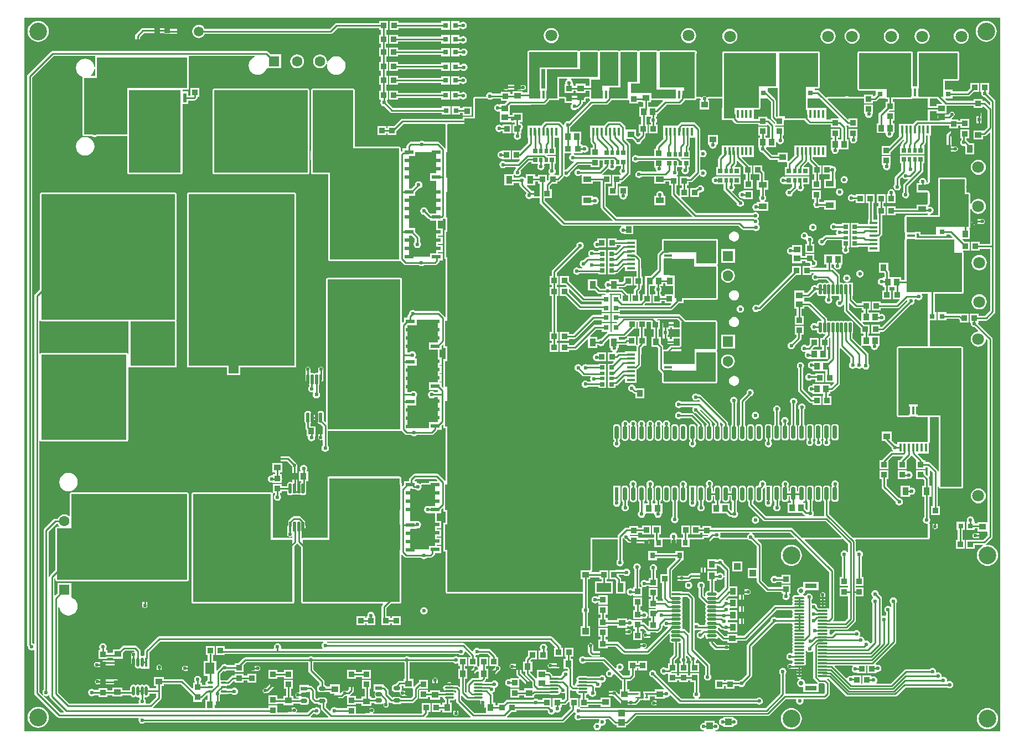
<source format=gtl>
G04*
G04 #@! TF.GenerationSoftware,Altium Limited,Altium Designer,19.1.7 (138)*
G04*
G04 Layer_Physical_Order=1*
G04 Layer_Color=255*
%FSLAX25Y25*%
%MOIN*%
G70*
G01*
G75*
%ADD11C,0.01000*%
%ADD18R,0.03543X0.03937*%
%ADD19R,0.03347X0.03347*%
%ADD20R,0.06102X0.13583*%
%ADD21R,0.03937X0.03543*%
%ADD22R,0.03347X0.03347*%
%ADD23R,0.03150X0.03150*%
%ADD24R,0.05158X0.01772*%
G04:AMPARAMS|DCode=25|XSize=23.62mil|YSize=78.74mil|CornerRadius=5.91mil|HoleSize=0mil|Usage=FLASHONLY|Rotation=0.000|XOffset=0mil|YOffset=0mil|HoleType=Round|Shape=RoundedRectangle|*
%AMROUNDEDRECTD25*
21,1,0.02362,0.06693,0,0,0.0*
21,1,0.01181,0.07874,0,0,0.0*
1,1,0.01181,0.00591,-0.03347*
1,1,0.01181,-0.00591,-0.03347*
1,1,0.01181,-0.00591,0.03347*
1,1,0.01181,0.00591,0.03347*
%
%ADD25ROUNDEDRECTD25*%
%ADD26R,0.02362X0.07874*%
%ADD27R,0.01772X0.05158*%
%ADD28R,0.03583X0.04803*%
%ADD29R,0.04803X0.03583*%
%ADD30R,0.02520X0.02756*%
%ADD31R,0.01968X0.02756*%
%ADD32R,0.02756X0.02520*%
%ADD33R,0.02756X0.01968*%
%ADD34R,0.07087X0.03150*%
%ADD35R,0.06299X0.01181*%
%ADD36O,0.06299X0.01181*%
G04:AMPARAMS|DCode=37|XSize=17.72mil|YSize=59.06mil|CornerRadius=4.43mil|HoleSize=0mil|Usage=FLASHONLY|Rotation=180.000|XOffset=0mil|YOffset=0mil|HoleType=Round|Shape=RoundedRectangle|*
%AMROUNDEDRECTD37*
21,1,0.01772,0.05020,0,0,180.0*
21,1,0.00886,0.05906,0,0,180.0*
1,1,0.00886,-0.00443,0.02510*
1,1,0.00886,0.00443,0.02510*
1,1,0.00886,0.00443,-0.02510*
1,1,0.00886,-0.00443,-0.02510*
%
%ADD37ROUNDEDRECTD37*%
%ADD38R,0.01772X0.05906*%
%ADD39R,0.15394X0.14764*%
%ADD40R,0.02402X0.05591*%
%ADD41O,0.05709X0.01181*%
%ADD42R,0.05709X0.01181*%
%ADD43R,0.01968X0.03386*%
%ADD44R,0.01968X0.00984*%
%ADD45R,0.03937X0.02362*%
G04:AMPARAMS|DCode=46|XSize=23.62mil|YSize=39.37mil|CornerRadius=5.91mil|HoleSize=0mil|Usage=FLASHONLY|Rotation=90.000|XOffset=0mil|YOffset=0mil|HoleType=Round|Shape=RoundedRectangle|*
%AMROUNDEDRECTD46*
21,1,0.02362,0.02756,0,0,90.0*
21,1,0.01181,0.03937,0,0,90.0*
1,1,0.01181,0.01378,0.00591*
1,1,0.01181,0.01378,-0.00591*
1,1,0.01181,-0.01378,-0.00591*
1,1,0.01181,-0.01378,0.00591*
%
%ADD46ROUNDEDRECTD46*%
G04:AMPARAMS|DCode=47|XSize=11.81mil|YSize=33.47mil|CornerRadius=2.95mil|HoleSize=0mil|Usage=FLASHONLY|Rotation=90.000|XOffset=0mil|YOffset=0mil|HoleType=Round|Shape=RoundedRectangle|*
%AMROUNDEDRECTD47*
21,1,0.01181,0.02756,0,0,90.0*
21,1,0.00591,0.03347,0,0,90.0*
1,1,0.00591,0.01378,0.00295*
1,1,0.00591,0.01378,-0.00295*
1,1,0.00591,-0.01378,-0.00295*
1,1,0.00591,-0.01378,0.00295*
%
%ADD47ROUNDEDRECTD47*%
%ADD48R,0.03347X0.01181*%
%ADD49R,0.05512X0.07087*%
%ADD50R,0.08500X0.07000*%
G04:AMPARAMS|DCode=51|XSize=59.06mil|YSize=17.72mil|CornerRadius=4.43mil|HoleSize=0mil|Usage=FLASHONLY|Rotation=270.000|XOffset=0mil|YOffset=0mil|HoleType=Round|Shape=RoundedRectangle|*
%AMROUNDEDRECTD51*
21,1,0.05906,0.00886,0,0,270.0*
21,1,0.05020,0.01772,0,0,270.0*
1,1,0.00886,-0.00443,-0.02510*
1,1,0.00886,-0.00443,0.02510*
1,1,0.00886,0.00443,0.02510*
1,1,0.00886,0.00443,-0.02510*
%
%ADD51ROUNDEDRECTD51*%
%ADD52R,0.01772X0.05906*%
%ADD53R,0.14764X0.15394*%
%ADD54R,0.05591X0.02402*%
%ADD55R,0.08661X0.05512*%
%ADD56R,0.03543X0.05512*%
%ADD57R,0.03150X0.03543*%
G04:AMPARAMS|DCode=58|XSize=17.72mil|YSize=57.09mil|CornerRadius=4.43mil|HoleSize=0mil|Usage=FLASHONLY|Rotation=90.000|XOffset=0mil|YOffset=0mil|HoleType=Round|Shape=RoundedRectangle|*
%AMROUNDEDRECTD58*
21,1,0.01772,0.04823,0,0,90.0*
21,1,0.00886,0.05709,0,0,90.0*
1,1,0.00886,0.02411,0.00443*
1,1,0.00886,0.02411,-0.00443*
1,1,0.00886,-0.02411,-0.00443*
1,1,0.00886,-0.02411,0.00443*
%
%ADD58ROUNDEDRECTD58*%
%ADD59R,0.05709X0.01772*%
%ADD60R,0.08465X0.11024*%
%ADD61O,0.01772X0.05709*%
%ADD62R,0.01772X0.05709*%
%ADD63R,0.21457X0.35433*%
%ADD71R,0.10433X0.15748*%
%ADD74R,0.15748X0.10433*%
%ADD124R,0.03937X0.03937*%
%ADD125R,0.07087X0.07087*%
%ADD126C,0.07087*%
%ADD127C,0.06299*%
%ADD128R,0.06299X0.06299*%
%ADD129C,0.05906*%
%ADD130R,0.05906X0.05906*%
%ADD131C,0.10630*%
%ADD132C,0.08661*%
%ADD133R,0.06299X0.06299*%
%ADD134R,0.07087X0.07087*%
%ADD135C,0.02756*%
%ADD136C,0.09843*%
%ADD137C,0.02362*%
G36*
X589022Y1529D02*
X417567D01*
X417546Y1552D01*
X417541Y1632D01*
X417717Y2107D01*
X418568Y2276D01*
X419289Y2758D01*
X419771Y3480D01*
X419940Y4331D01*
X419771Y5182D01*
X419289Y5903D01*
X418568Y6385D01*
X417717Y6555D01*
X417528Y6517D01*
X417142Y6834D01*
Y7693D01*
X411205D01*
Y6834D01*
X410818Y6517D01*
X410630Y6555D01*
X409779Y6385D01*
X409057Y5903D01*
X408575Y5182D01*
X408406Y4331D01*
X408575Y3480D01*
X409057Y2758D01*
X409779Y2276D01*
X410630Y2107D01*
X410806Y1632D01*
X410800Y1552D01*
X410779Y1529D01*
X1529D01*
Y431541D01*
X589022D01*
X589022Y1529D01*
D02*
G37*
%LPC*%
G36*
X87505Y425151D02*
X86981Y425047D01*
X86457Y425151D01*
X72835D01*
X72249Y425035D01*
X71753Y424704D01*
X68604Y421554D01*
X68272Y421058D01*
X68156Y420472D01*
Y418362D01*
X68272Y417777D01*
X68604Y417281D01*
X69100Y416949D01*
X69685Y416833D01*
X70270Y416949D01*
X70767Y417281D01*
X71098Y417777D01*
X71214Y418362D01*
Y419839D01*
X73468Y422093D01*
X85850D01*
X86265Y421815D01*
X86850Y421699D01*
X87375Y421803D01*
X87899Y421699D01*
X96546D01*
X97131Y421815D01*
X97627Y422147D01*
X97958Y422643D01*
X98075Y423228D01*
X97958Y423814D01*
X97627Y424310D01*
X97131Y424641D01*
X96546Y424758D01*
X88505D01*
X88090Y425035D01*
X87505Y425151D01*
D02*
G37*
G36*
X220587Y429484D02*
X215240D01*
Y428242D01*
X189469D01*
X188883Y428126D01*
X188387Y427794D01*
X185351Y424758D01*
X110190Y424758D01*
X109998Y425222D01*
X109365Y426048D01*
X108539Y426681D01*
X107577Y427079D01*
X106546Y427215D01*
X105514Y427079D01*
X104552Y426681D01*
X103726Y426048D01*
X103093Y425222D01*
X102695Y424260D01*
X102559Y423228D01*
X102695Y422196D01*
X103093Y421235D01*
X103726Y420409D01*
X104552Y419776D01*
X105514Y419377D01*
X106546Y419242D01*
X107577Y419377D01*
X108539Y419776D01*
X109365Y420409D01*
X109998Y421235D01*
X110190Y421699D01*
X185984Y421699D01*
X186569Y421815D01*
X187066Y422147D01*
X190102Y425183D01*
X215240D01*
Y424138D01*
X216286D01*
Y421177D01*
X215142D01*
Y415831D01*
X216187D01*
Y413343D01*
X215043D01*
Y407996D01*
X216286D01*
Y404642D01*
X215043D01*
Y399295D01*
X216286D01*
Y396374D01*
X215043D01*
Y391028D01*
X216286D01*
Y387319D01*
X215142D01*
Y381972D01*
X215993D01*
X216260Y381472D01*
X216056Y381166D01*
X215886Y380315D01*
X216056Y379464D01*
X216538Y378743D01*
X217259Y378260D01*
X218110Y378091D01*
X218161Y378101D01*
X221753Y374509D01*
X222249Y374178D01*
X222835Y374061D01*
X252937D01*
Y373016D01*
X258087D01*
Y378165D01*
X252937D01*
Y377120D01*
X223468D01*
X220324Y380264D01*
X220334Y380315D01*
X220165Y381166D01*
X219960Y381472D01*
X220227Y381972D01*
X220488D01*
Y387319D01*
X219344D01*
Y391028D01*
X220390D01*
Y396374D01*
X219344D01*
Y399295D01*
X220390D01*
Y404642D01*
X219344D01*
Y407996D01*
X220390D01*
Y413343D01*
X219246D01*
Y415831D01*
X220488D01*
Y421177D01*
X219344D01*
Y424138D01*
X220587D01*
Y429484D01*
D02*
G37*
G36*
X263598Y429347D02*
X258449D01*
Y424197D01*
X263598D01*
Y425242D01*
X264147D01*
X264176Y425199D01*
X264897Y424717D01*
X265748Y424548D01*
X266599Y424717D01*
X267320Y425199D01*
X267803Y425921D01*
X267972Y426772D01*
X267803Y427623D01*
X267320Y428344D01*
X266599Y428826D01*
X265748Y428996D01*
X264897Y428826D01*
X264176Y428344D01*
X264147Y428301D01*
X263598D01*
Y429347D01*
D02*
G37*
G36*
X226689Y429484D02*
X221342D01*
Y424138D01*
X226689D01*
Y425242D01*
X252543D01*
Y424197D01*
X257693D01*
Y429347D01*
X252543D01*
Y428301D01*
X226689D01*
Y429484D01*
D02*
G37*
G36*
X580709Y429574D02*
X579471Y429452D01*
X578280Y429091D01*
X577183Y428505D01*
X576222Y427715D01*
X575432Y426754D01*
X574846Y425657D01*
X574485Y424466D01*
X574363Y423228D01*
X574485Y421990D01*
X574846Y420800D01*
X575432Y419703D01*
X576222Y418741D01*
X577183Y417952D01*
X578280Y417366D01*
X579471Y417005D01*
X580709Y416883D01*
X581947Y417005D01*
X583137Y417366D01*
X584234Y417952D01*
X585196Y418741D01*
X585985Y419703D01*
X586571Y420800D01*
X586932Y421990D01*
X587054Y423228D01*
X586932Y424466D01*
X586571Y425657D01*
X585985Y426754D01*
X585196Y427715D01*
X584234Y428505D01*
X583137Y429091D01*
X581947Y429452D01*
X580709Y429574D01*
D02*
G37*
G36*
X9843D02*
X8605Y429452D01*
X7414Y429091D01*
X6317Y428505D01*
X5356Y427715D01*
X4566Y426754D01*
X3980Y425657D01*
X3619Y424466D01*
X3497Y423228D01*
X3619Y421990D01*
X3980Y420800D01*
X4566Y419703D01*
X5356Y418741D01*
X6317Y417952D01*
X7414Y417366D01*
X8605Y417005D01*
X9843Y416883D01*
X11080Y417005D01*
X12271Y417366D01*
X13368Y417952D01*
X14330Y418741D01*
X15119Y419703D01*
X15705Y420800D01*
X16066Y421990D01*
X16188Y423228D01*
X16066Y424466D01*
X15705Y425657D01*
X15119Y426754D01*
X14330Y427715D01*
X13368Y428505D01*
X12271Y429091D01*
X11080Y429452D01*
X9843Y429574D01*
D02*
G37*
G36*
X401575Y425229D02*
X400389Y425073D01*
X399284Y424615D01*
X398335Y423887D01*
X397606Y422938D01*
X397148Y421833D01*
X396992Y420647D01*
X397148Y419461D01*
X397606Y418355D01*
X398335Y417406D01*
X399284Y416678D01*
X400389Y416220D01*
X401575Y416064D01*
X402761Y416220D01*
X403866Y416678D01*
X404815Y417406D01*
X405543Y418355D01*
X406001Y419461D01*
X406157Y420647D01*
X406001Y421833D01*
X405543Y422938D01*
X404815Y423887D01*
X403866Y424615D01*
X402761Y425073D01*
X401575Y425229D01*
D02*
G37*
G36*
X318898D02*
X317712Y425073D01*
X316606Y424615D01*
X315657Y423887D01*
X314929Y422938D01*
X314471Y421833D01*
X314315Y420647D01*
X314471Y419461D01*
X314929Y418355D01*
X315657Y417406D01*
X316606Y416678D01*
X317712Y416220D01*
X318898Y416064D01*
X320084Y416220D01*
X321189Y416678D01*
X322138Y417406D01*
X322866Y418355D01*
X323324Y419461D01*
X323480Y420647D01*
X323324Y421833D01*
X322866Y422938D01*
X322138Y423887D01*
X321189Y424615D01*
X320084Y425073D01*
X318898Y425229D01*
D02*
G37*
G36*
X226590Y421177D02*
X221244D01*
Y415831D01*
X226590D01*
Y417014D01*
X252543D01*
Y415929D01*
X257693D01*
Y421079D01*
X252543D01*
Y420073D01*
X226590D01*
Y421177D01*
D02*
G37*
G36*
X263598Y421079D02*
X258449D01*
Y415929D01*
X263598D01*
Y416581D01*
X264147D01*
X264176Y416538D01*
X264897Y416056D01*
X265748Y415886D01*
X266599Y416056D01*
X267320Y416538D01*
X267803Y417259D01*
X267972Y418110D01*
X267803Y418961D01*
X267320Y419683D01*
X266599Y420165D01*
X265748Y420334D01*
X264897Y420165D01*
X264176Y419683D01*
X264147Y419640D01*
X263598D01*
Y421079D01*
D02*
G37*
G36*
X485433Y424835D02*
X484247Y424679D01*
X483142Y424222D01*
X482193Y423493D01*
X481464Y422544D01*
X481007Y421439D01*
X480851Y420253D01*
X481007Y419067D01*
X481464Y417962D01*
X482193Y417013D01*
X483142Y416284D01*
X484247Y415827D01*
X485433Y415670D01*
X486619Y415827D01*
X487724Y416284D01*
X488673Y417013D01*
X489402Y417962D01*
X489859Y419067D01*
X490016Y420253D01*
X489859Y421439D01*
X489402Y422544D01*
X488673Y423493D01*
X487724Y424222D01*
X486619Y424679D01*
X485433Y424835D01*
D02*
G37*
G36*
X426378D02*
X425192Y424679D01*
X424087Y424222D01*
X423138Y423493D01*
X422409Y422544D01*
X421952Y421439D01*
X421796Y420253D01*
X421952Y419067D01*
X422409Y417962D01*
X423138Y417013D01*
X424087Y416284D01*
X425192Y415827D01*
X426378Y415670D01*
X427564Y415827D01*
X428669Y416284D01*
X429618Y417013D01*
X430347Y417962D01*
X430804Y419067D01*
X430961Y420253D01*
X430804Y421439D01*
X430347Y422544D01*
X429618Y423493D01*
X428669Y424222D01*
X427564Y424679D01*
X426378Y424835D01*
D02*
G37*
G36*
X565748Y424834D02*
X564562Y424678D01*
X563457Y424221D01*
X562508Y423492D01*
X561779Y422543D01*
X561322Y421438D01*
X561166Y420252D01*
X561322Y419066D01*
X561779Y417961D01*
X562508Y417012D01*
X563457Y416283D01*
X564562Y415826D01*
X565748Y415669D01*
X566934Y415826D01*
X568039Y416283D01*
X568988Y417012D01*
X569717Y417961D01*
X570174Y419066D01*
X570330Y420252D01*
X570174Y421438D01*
X569717Y422543D01*
X568988Y423492D01*
X568039Y424221D01*
X566934Y424678D01*
X565748Y424834D01*
D02*
G37*
G36*
X542126D02*
X540940Y424678D01*
X539835Y424221D01*
X538886Y423492D01*
X538157Y422543D01*
X537700Y421438D01*
X537543Y420252D01*
X537700Y419066D01*
X538157Y417961D01*
X538886Y417012D01*
X539835Y416283D01*
X540940Y415826D01*
X542126Y415669D01*
X543312Y415826D01*
X544417Y416283D01*
X545366Y417012D01*
X546095Y417961D01*
X546552Y419066D01*
X546708Y420252D01*
X546552Y421438D01*
X546095Y422543D01*
X545366Y423492D01*
X544417Y424221D01*
X543312Y424678D01*
X542126Y424834D01*
D02*
G37*
G36*
X523622D02*
X522436Y424678D01*
X521331Y424221D01*
X520382Y423492D01*
X519654Y422543D01*
X519196Y421438D01*
X519039Y420252D01*
X519196Y419066D01*
X519654Y417961D01*
X520382Y417012D01*
X521331Y416283D01*
X522436Y415826D01*
X523622Y415669D01*
X524808Y415826D01*
X525913Y416283D01*
X526862Y417012D01*
X527591Y417961D01*
X528048Y419066D01*
X528204Y420252D01*
X528048Y421438D01*
X527591Y422543D01*
X526862Y423492D01*
X525913Y424221D01*
X524808Y424678D01*
X523622Y424834D01*
D02*
G37*
G36*
X500000D02*
X498814Y424678D01*
X497709Y424221D01*
X496760Y423492D01*
X496031Y422543D01*
X495574Y421438D01*
X495417Y420252D01*
X495574Y419066D01*
X496031Y417961D01*
X496760Y417012D01*
X497709Y416283D01*
X498814Y415826D01*
X500000Y415669D01*
X501186Y415826D01*
X502291Y416283D01*
X503240Y417012D01*
X503969Y417961D01*
X504426Y419066D01*
X504583Y420252D01*
X504426Y421438D01*
X503969Y422543D01*
X503240Y423492D01*
X502291Y424221D01*
X501186Y424678D01*
X500000Y424834D01*
D02*
G37*
G36*
X405512Y411650D02*
X384252D01*
X383862Y411572D01*
X383531Y411351D01*
X383004D01*
X382674Y411572D01*
X382283Y411650D01*
X372047D01*
X371657Y411572D01*
X371650Y411567D01*
X371260Y411382D01*
X370869Y411567D01*
X370863Y411572D01*
X370472Y411650D01*
X360630D01*
X360240Y411572D01*
X360233Y411567D01*
X359842Y411382D01*
X359452Y411567D01*
X359445Y411572D01*
X359055Y411650D01*
X348031D01*
X347641Y411572D01*
X347441Y411438D01*
X347240Y411572D01*
X346850Y411650D01*
X336221Y411650D01*
X335830Y411572D01*
X335500Y411351D01*
X335367D01*
X335036Y411572D01*
X334646Y411650D01*
X305512D01*
X305122Y411572D01*
X304791Y411351D01*
X304570Y411020D01*
X304492Y410630D01*
Y386380D01*
X301394D01*
Y387122D01*
X295457D01*
Y385486D01*
X294012D01*
Y386647D01*
X288665D01*
Y385781D01*
X283491D01*
X283462Y385824D01*
X282741Y386307D01*
X281890Y386476D01*
X281039Y386307D01*
X280317Y385824D01*
X279835Y385103D01*
X279666Y384252D01*
X279699Y384083D01*
X279382Y383697D01*
X272835D01*
X272445Y383619D01*
X272114Y383398D01*
X271893Y383067D01*
X271815Y382677D01*
Y371886D01*
X268843D01*
X268802Y371878D01*
X268760Y371882D01*
X268608Y371839D01*
X268453Y371808D01*
X268418Y371785D01*
X268378Y371774D01*
X268254Y371675D01*
X268245Y371669D01*
X265437D01*
Y370526D01*
X229232D01*
X228647Y370409D01*
X228151Y370077D01*
X224132Y366059D01*
X220161D01*
Y364915D01*
X219406D01*
Y366059D01*
X214059D01*
Y360713D01*
X219406D01*
Y361856D01*
X220161D01*
Y360713D01*
X225508D01*
Y363109D01*
X229866Y367467D01*
X254960D01*
X255280Y367113D01*
X255280Y353007D01*
X254780Y352856D01*
X254625Y353088D01*
X251513Y356200D01*
X251017Y356531D01*
X250431Y356647D01*
X242546D01*
X242517Y356691D01*
X241796Y357173D01*
X240945Y357342D01*
X240094Y357173D01*
X239372Y356691D01*
X239344Y356647D01*
X234252D01*
X233667Y356531D01*
X233171Y356200D01*
X232009Y355038D01*
X231678Y354542D01*
X231561Y353957D01*
Y352614D01*
X229295D01*
Y351175D01*
X229049Y351126D01*
X228685Y350883D01*
X228185Y351076D01*
Y352756D01*
X228107Y353146D01*
X227886Y353477D01*
X227555Y353698D01*
X227165Y353776D01*
X200626Y353776D01*
Y387795D01*
X200548Y388186D01*
X200327Y388516D01*
X199996Y388737D01*
X199606Y388815D01*
X175197Y388815D01*
X174807Y388737D01*
X174476Y388516D01*
X174255Y388185D01*
X174177Y387795D01*
X174177Y351098D01*
X174000D01*
Y345752D01*
X174177D01*
Y338189D01*
X174255Y337799D01*
X174476Y337468D01*
X174807Y337247D01*
X175197Y337169D01*
X184414D01*
X184414Y285827D01*
X184491Y285437D01*
X184712Y285106D01*
X185043Y284885D01*
X185433Y284807D01*
X227165Y284807D01*
X227555Y284885D01*
X227765Y285025D01*
X230014Y282777D01*
X230510Y282445D01*
X231095Y282329D01*
X238950D01*
X238979Y282286D01*
X239700Y281804D01*
X240551Y281634D01*
X241402Y281804D01*
X242124Y282286D01*
X242153Y282329D01*
X248819D01*
X249404Y282445D01*
X249900Y282777D01*
X251081Y283958D01*
X251413Y284454D01*
X251529Y285039D01*
Y285181D01*
X253382D01*
Y289583D01*
X250606D01*
Y290181D01*
X253382D01*
Y294583D01*
X250606D01*
Y295181D01*
X253382D01*
Y299583D01*
X250606D01*
Y300181D01*
X253382D01*
Y304583D01*
X250606D01*
Y309197D01*
X253382D01*
Y310032D01*
X253837Y310336D01*
X254148Y310647D01*
X254610Y310455D01*
Y310201D01*
X255280D01*
X255280Y303932D01*
X254927Y303579D01*
X254610D01*
Y286185D01*
X255280D01*
X255281Y251394D01*
X254781Y251242D01*
X254625Y251475D01*
X251869Y254231D01*
X251373Y254563D01*
X250787Y254679D01*
X237034D01*
X237006Y254722D01*
X236284Y255204D01*
X235433Y255373D01*
X234582Y255204D01*
X233861Y254722D01*
X233379Y254001D01*
X233209Y253150D01*
X233219Y253099D01*
X232748Y252628D01*
X232417Y252132D01*
X232300Y251546D01*
Y250646D01*
X230141D01*
Y248513D01*
X229434Y247807D01*
X228972Y247998D01*
Y273622D01*
X228895Y274012D01*
X228674Y274343D01*
X228343Y274564D01*
X227953Y274642D01*
X184252D01*
X183862Y274564D01*
X183531Y274343D01*
X183310Y274012D01*
X183232Y273622D01*
Y187989D01*
X182770Y187798D01*
X181835Y188733D01*
Y193061D01*
X181723Y193624D01*
X181404Y194101D01*
X180927Y194420D01*
X180364Y194532D01*
X179478D01*
X178915Y194420D01*
X178438Y194101D01*
X178119Y193624D01*
X178007Y193061D01*
Y192462D01*
X177507Y192052D01*
X177362Y192081D01*
X174803D01*
X174658Y192052D01*
X174158Y192462D01*
Y193061D01*
X174046Y193624D01*
X173727Y194101D01*
X173250Y194420D01*
X172687Y194532D01*
X171801D01*
X171238Y194420D01*
X170761Y194101D01*
X170442Y193624D01*
X170330Y193061D01*
Y188041D01*
X170442Y187478D01*
X170715Y187070D01*
Y184350D01*
X170831Y183765D01*
X171163Y183269D01*
X171343Y183089D01*
Y179315D01*
X171878D01*
X172279Y178815D01*
X172186Y178346D01*
X172355Y177495D01*
X172837Y176774D01*
X173558Y176292D01*
X174409Y176123D01*
X175260Y176292D01*
X175982Y176774D01*
X176464Y177495D01*
X176633Y178346D01*
X176540Y178815D01*
X176886Y179315D01*
X176886D01*
Y185252D01*
X173774D01*
Y187070D01*
X174046Y187478D01*
X174158Y188041D01*
Y188640D01*
X174658Y189051D01*
X174803Y189022D01*
X177362D01*
X177507Y189051D01*
X178007Y188640D01*
Y188041D01*
X178119Y187478D01*
X178438Y187001D01*
X178915Y186682D01*
X179478Y186570D01*
X179673D01*
X181148Y185095D01*
Y183353D01*
X180648Y183086D01*
X180579Y183132D01*
X179994Y183248D01*
X179409Y183132D01*
X178912Y182800D01*
X178581Y182304D01*
X178465Y181719D01*
Y178566D01*
X178428Y178383D01*
X178545Y177797D01*
X178876Y177301D01*
X179372Y176970D01*
X179958Y176853D01*
X180543Y176970D01*
X180648Y177040D01*
X181148Y176773D01*
Y173649D01*
X181105Y173620D01*
X180623Y172898D01*
X180453Y172047D01*
X180623Y171196D01*
X181105Y170475D01*
X181826Y169993D01*
X182677Y169823D01*
X183528Y169993D01*
X184250Y170475D01*
X184732Y171196D01*
X184901Y172047D01*
X184732Y172898D01*
X184250Y173620D01*
X184207Y173649D01*
Y182408D01*
X184252Y182445D01*
X227953D01*
X228343Y182523D01*
X228586Y182685D01*
X228855Y182282D01*
X230722Y180415D01*
X231219Y180083D01*
X231804Y179967D01*
X234619D01*
X234648Y179924D01*
X235369Y179441D01*
X236221Y179272D01*
X237071Y179441D01*
X237793Y179924D01*
X237822Y179967D01*
X246850D01*
X247436Y180083D01*
X247932Y180415D01*
X249881Y182363D01*
X250212Y182860D01*
X250282Y183213D01*
X252701D01*
Y185557D01*
X253467Y186324D01*
X253929Y186133D01*
Y184216D01*
X255281D01*
X255281Y152574D01*
X254781Y152422D01*
X254625Y152656D01*
X251081Y156200D01*
X250585Y156531D01*
X250000Y156648D01*
X236614D01*
X236029Y156531D01*
X235533Y156200D01*
X233564Y154231D01*
X233233Y153735D01*
X233116Y153150D01*
Y152220D01*
X230083D01*
Y149982D01*
X229316Y149215D01*
X228854Y149407D01*
Y151216D01*
X228579D01*
Y153937D01*
X228501Y154327D01*
X228280Y154658D01*
X227949Y154879D01*
X227559Y154957D01*
X185039D01*
X184649Y154879D01*
X184318Y154658D01*
X184097Y154327D01*
X184020Y153937D01*
Y117949D01*
X169291D01*
X169193Y117929D01*
X168458D01*
Y121617D01*
X168534Y121730D01*
X168646Y122293D01*
Y122892D01*
X169146Y123303D01*
X169291Y123274D01*
X169877Y123390D01*
X170373Y123722D01*
X170704Y124218D01*
X170821Y124803D01*
X170704Y125388D01*
X170435Y125792D01*
Y127762D01*
X170318Y128348D01*
X169987Y128844D01*
X168222Y130609D01*
X167726Y130940D01*
X167140Y131057D01*
X163765D01*
X163180Y130940D01*
X162684Y130609D01*
X160919Y128844D01*
X160587Y128348D01*
X160471Y127762D01*
Y125822D01*
X160434Y125786D01*
X160103Y125290D01*
X159986Y124705D01*
Y120574D01*
X159888Y120079D01*
X160004Y119493D01*
X160336Y118997D01*
X160832Y118666D01*
X161417Y118549D01*
X162003Y118666D01*
X162341Y118892D01*
X162778Y118704D01*
X162841Y118639D01*
Y117949D01*
X151020D01*
Y144224D01*
X151020Y144488D01*
X151008Y144687D01*
X151385Y145046D01*
X151669Y145046D01*
X152413D01*
Y144115D01*
X152370Y144087D01*
X151888Y143365D01*
X151719Y142514D01*
X151888Y141663D01*
X152370Y140942D01*
X153092Y140460D01*
X153943Y140290D01*
X154794Y140460D01*
X155515Y140942D01*
X155997Y141663D01*
X156167Y142514D01*
X155997Y143365D01*
X155515Y144087D01*
X155472Y144115D01*
Y145046D01*
X156616D01*
Y146207D01*
X159700D01*
Y145128D01*
X159812Y144565D01*
X160131Y144088D01*
X160608Y143769D01*
X161171Y143657D01*
X162057D01*
X162620Y143769D01*
X163097Y144088D01*
X163387Y144522D01*
X163785Y144256D01*
X164370Y144140D01*
X166929D01*
X167514Y144256D01*
X167640Y144340D01*
X167808Y144088D01*
X168285Y143769D01*
X168848Y143657D01*
X169734D01*
X170297Y143769D01*
X170774Y144088D01*
X171093Y144565D01*
X171205Y145128D01*
Y145821D01*
X171214Y145866D01*
Y152074D01*
X172358D01*
Y158011D01*
X171686D01*
X171419Y158511D01*
X171740Y158992D01*
X171909Y159843D01*
X171740Y160694D01*
X171257Y161415D01*
X170536Y161897D01*
X169685Y162066D01*
X168834Y161897D01*
X168113Y161415D01*
X167631Y160694D01*
X167461Y159843D01*
X167631Y158992D01*
X167951Y158511D01*
X167684Y158011D01*
X166815D01*
Y152074D01*
X168156D01*
Y151420D01*
X167808Y151188D01*
X167489Y150711D01*
X167377Y150148D01*
Y147504D01*
X166991Y147186D01*
X166929Y147199D01*
X165900D01*
Y154232D01*
X165783Y154818D01*
X165752Y154864D01*
Y161762D01*
X165635Y162347D01*
X165304Y162843D01*
X161416Y166731D01*
X160920Y167063D01*
X160335Y167179D01*
X153937D01*
X153352Y167063D01*
X152856Y166731D01*
X152524Y166235D01*
X152408Y165650D01*
X152524Y165064D01*
X152856Y164568D01*
X153352Y164237D01*
X153937Y164120D01*
X159701D01*
X162693Y161128D01*
Y154676D01*
X162644Y154429D01*
X162760Y153844D01*
X162841Y153724D01*
Y151915D01*
X162341Y151562D01*
X162057Y151619D01*
X161171D01*
X160608Y151507D01*
X160131Y151188D01*
X159812Y150711D01*
X159700Y150148D01*
Y149266D01*
X156616D01*
Y150393D01*
X151269D01*
Y145498D01*
X151269Y145497D01*
X151269Y145497D01*
X151269Y145288D01*
X150769Y145137D01*
X150721Y145209D01*
X150390Y145430D01*
X150000Y145508D01*
X103150Y145508D01*
X102759Y145430D01*
X102429Y145209D01*
X102208Y144878D01*
X102130Y144488D01*
X102130Y79527D01*
X102208Y79137D01*
X102429Y78807D01*
X102759Y78586D01*
X103150Y78508D01*
X162992Y78508D01*
X163382Y78586D01*
X163713Y78807D01*
X163934Y79137D01*
X164012Y79528D01*
Y113030D01*
X165407Y114426D01*
X165487Y114469D01*
X166050Y114465D01*
X168193Y112321D01*
Y104905D01*
X168272D01*
Y79528D01*
X168349Y79137D01*
X168570Y78807D01*
X168901Y78586D01*
X169291Y78508D01*
X217424D01*
X217615Y78046D01*
X217037Y77467D01*
X216705Y76971D01*
X216589Y76386D01*
Y69283D01*
X216618Y69136D01*
Y65437D01*
X221965D01*
Y66581D01*
X222721D01*
Y65437D01*
X228067D01*
Y70784D01*
X222721D01*
Y69640D01*
X221965D01*
Y70784D01*
X219648D01*
Y75752D01*
X222403Y78508D01*
X225868D01*
X225984Y78485D01*
X226101Y78508D01*
X227559D01*
X227949Y78586D01*
X228280Y78807D01*
X228501Y79137D01*
X228579Y79528D01*
Y107741D01*
X229041Y107932D01*
X230574Y106399D01*
X231070Y106067D01*
X231655Y105951D01*
X240525D01*
X240553Y105908D01*
X241275Y105426D01*
X242126Y105256D01*
X242977Y105426D01*
X243699Y105908D01*
X243727Y105951D01*
X246063D01*
X246648Y106067D01*
X247144Y106399D01*
X248363Y107617D01*
X248694Y108114D01*
X248811Y108699D01*
Y108834D01*
X252671D01*
Y113235D01*
X249896D01*
Y113834D01*
X252671D01*
Y118235D01*
X249896D01*
Y118834D01*
X252671D01*
Y123235D01*
X249896D01*
Y123834D01*
X252671D01*
Y128235D01*
X249896D01*
Y132849D01*
X252643D01*
Y135126D01*
X253409Y135892D01*
X253871Y135701D01*
Y133853D01*
X255282D01*
X255282Y127585D01*
X254928Y127231D01*
X253900D01*
Y109838D01*
X255282D01*
X255282Y85433D01*
X255360Y85043D01*
X255581Y84712D01*
X255911Y84491D01*
X256301Y84413D01*
X337841Y84413D01*
Y76011D01*
X337798Y75982D01*
X337316Y75261D01*
X337146Y74410D01*
X337316Y73558D01*
X337798Y72837D01*
X337841Y72808D01*
Y64780D01*
X336402D01*
Y58842D01*
X342339D01*
Y64780D01*
X340899D01*
Y72808D01*
X340943Y72837D01*
X341425Y73558D01*
X341594Y74410D01*
X341425Y75261D01*
X340943Y75982D01*
X340899Y76011D01*
Y92996D01*
X342339D01*
Y94238D01*
X347819D01*
Y93239D01*
X349061D01*
Y91794D01*
X345260D01*
Y84282D01*
X355921D01*
Y91794D01*
X352120D01*
Y93239D01*
X353165D01*
Y98586D01*
X347819D01*
Y97297D01*
X343180D01*
X343031Y97797D01*
X343052Y97811D01*
X343055Y97816D01*
X343059Y97818D01*
X343167Y97980D01*
X343277Y98140D01*
X343458Y98565D01*
X343459Y98570D01*
X343462Y98574D01*
X343499Y98764D01*
X343539Y98954D01*
X343538Y98959D01*
X343539Y98964D01*
Y117091D01*
X358707D01*
Y104751D01*
X358664Y104722D01*
X358182Y104001D01*
X358012Y103150D01*
X358182Y102299D01*
X358664Y101577D01*
X359385Y101095D01*
X360236Y100926D01*
X361087Y101095D01*
X361809Y101577D01*
X362291Y102299D01*
X362460Y103150D01*
X362291Y104001D01*
X361809Y104722D01*
X361766Y104751D01*
Y117766D01*
X361872Y117845D01*
X361952Y117857D01*
X362514Y117698D01*
X362698Y117422D01*
X364594Y115527D01*
X365090Y115195D01*
X365675Y115079D01*
X367804D01*
X368123Y114866D01*
X368709Y114749D01*
X374554D01*
X375181Y114122D01*
X375677Y113791D01*
X376263Y113674D01*
X376848Y113791D01*
X377344Y114122D01*
X377676Y114619D01*
X377792Y115204D01*
X377676Y115789D01*
X377344Y116285D01*
X377001Y116629D01*
X377192Y117091D01*
X380745D01*
Y116279D01*
X380775Y116131D01*
Y112432D01*
X385924D01*
Y117091D01*
X390058D01*
X390108Y117101D01*
X390158Y117096D01*
X390302Y117139D01*
X390449Y117168D01*
X390491Y117196D01*
X390616Y117167D01*
X390945Y116979D01*
X390990Y116929D01*
Y115204D01*
X391107Y114619D01*
X391438Y114122D01*
X391934Y113791D01*
X392520Y113674D01*
X393105Y113791D01*
X393601Y114122D01*
X393933Y114619D01*
X394049Y115204D01*
Y116929D01*
X394094Y116979D01*
X394423Y117167D01*
X394549Y117196D01*
X394591Y117168D01*
X394738Y117139D01*
X394881Y117096D01*
X394931Y117101D01*
X394981Y117091D01*
X397031D01*
Y112432D01*
X402181D01*
Y117091D01*
X409925D01*
X410315Y117168D01*
X410646Y117389D01*
X410867Y117720D01*
X410945Y118110D01*
Y118137D01*
X411436D01*
X411627Y117675D01*
X411517Y117565D01*
X411186Y117069D01*
X411069Y116483D01*
X411186Y115898D01*
X411517Y115402D01*
X412013Y115070D01*
X412598Y114954D01*
X413184Y115070D01*
X413680Y115402D01*
X416434Y118156D01*
X418504D01*
X419089Y118272D01*
X419580Y117999D01*
X419777Y117630D01*
X419872Y117514D01*
X419955Y117389D01*
X419997Y117361D01*
X420029Y117322D01*
X420161Y117252D01*
X420286Y117168D01*
X420336Y117158D01*
X420380Y117134D01*
X420529Y117120D01*
X420676Y117091D01*
X436437D01*
X436486Y117101D01*
X436537Y117096D01*
X436680Y117139D01*
X436827Y117168D01*
X437146Y117092D01*
X437378Y116971D01*
X437404Y116931D01*
X438125Y116449D01*
X438976Y116280D01*
X439027Y116290D01*
X442565Y112752D01*
Y99819D01*
X437189D01*
Y93882D01*
X442565D01*
Y91732D01*
X442682Y91147D01*
X443013Y90651D01*
X447934Y85730D01*
X448430Y85398D01*
X449016Y85282D01*
X457563D01*
Y84433D01*
X458185D01*
X458452Y83933D01*
X458182Y83528D01*
X458012Y82677D01*
X458182Y81826D01*
X458664Y81105D01*
X459385Y80623D01*
X460236Y80453D01*
X461087Y80623D01*
X461809Y81105D01*
X462291Y81826D01*
X462460Y82677D01*
X462291Y83528D01*
X462020Y83933D01*
X462288Y84433D01*
X462910D01*
Y89780D01*
X457563D01*
Y88340D01*
X449649D01*
X445624Y92366D01*
Y113386D01*
X445507Y113971D01*
X445176Y114467D01*
X443014Y116629D01*
X443206Y117091D01*
X464900D01*
X465290Y117168D01*
X465621Y117389D01*
X466244Y117420D01*
X486266Y97398D01*
Y75579D01*
X485766Y75312D01*
X485463Y75514D01*
X484842Y75637D01*
X484097D01*
X483813Y75984D01*
Y79921D01*
Y83858D01*
X483696Y84443D01*
X483365Y84940D01*
X482869Y85271D01*
X482283Y85388D01*
X481698Y85271D01*
X481202Y84940D01*
X480870Y84443D01*
X480754Y83858D01*
Y79921D01*
Y75984D01*
X480470Y75637D01*
X479724D01*
X479682Y75629D01*
X478984Y76327D01*
X478995Y76378D01*
X478825Y77229D01*
X478343Y77950D01*
X477622Y78432D01*
X476771Y78602D01*
X476119Y78472D01*
X475619Y78787D01*
Y80757D01*
X476070Y81432D01*
X476240Y82284D01*
X476070Y83135D01*
X475588Y83856D01*
X474867Y84338D01*
X474016Y84507D01*
X473165Y84338D01*
X472443Y83856D01*
X472134Y83393D01*
X471531Y83245D01*
X471487Y83256D01*
X471290Y83388D01*
X470702Y83505D01*
X470652Y83592D01*
X470560Y84011D01*
X471006Y84309D01*
X471531Y85096D01*
X471716Y86024D01*
X472026Y86402D01*
X479740D01*
Y91551D01*
X470653D01*
Y88496D01*
X470403Y88362D01*
X470154Y88277D01*
X469291Y88448D01*
X468364Y88264D01*
X467577Y87738D01*
X467051Y86952D01*
X466867Y86024D01*
X467051Y85096D01*
X467577Y84309D01*
X468023Y84011D01*
X467871Y83511D01*
X465551D01*
X464931Y83388D01*
X464404Y83036D01*
X464053Y82510D01*
X463930Y81890D01*
X464053Y81269D01*
X464296Y80905D01*
X464053Y80542D01*
X463930Y79921D01*
X464053Y79301D01*
X464296Y78937D01*
X464053Y78573D01*
X463930Y77953D01*
X463940Y77900D01*
X463623Y77514D01*
X453937D01*
X453352Y77397D01*
X452856Y77066D01*
X434800Y59010D01*
X430921D01*
Y60154D01*
X424984D01*
Y58911D01*
X423176D01*
X419588Y62499D01*
X419497Y62559D01*
X419223Y63049D01*
X419335Y63612D01*
Y63825D01*
X419797Y64016D01*
X420722Y63092D01*
X421218Y62760D01*
X421803Y62644D01*
X422414D01*
X422443Y62601D01*
X423165Y62119D01*
X424016Y61949D01*
X424780Y62101D01*
X425280Y61839D01*
Y61221D01*
X430823D01*
Y67159D01*
X425456D01*
X425025Y67553D01*
X425058Y67716D01*
X425035Y67829D01*
X425079Y68299D01*
X425079Y68299D01*
X425079D01*
X425398Y68568D01*
X425594Y68568D01*
X430823Y68568D01*
Y74505D01*
X426483D01*
X426239Y74803D01*
X426165Y75171D01*
X426576Y75671D01*
X430823D01*
Y81608D01*
X425280D01*
Y80681D01*
X424780Y80418D01*
X424121Y80549D01*
X423879Y81014D01*
X425639Y82775D01*
X430823D01*
Y88712D01*
X426333D01*
Y98819D01*
X426216Y99404D01*
X425885Y99900D01*
X422686Y103099D01*
X422696Y103150D01*
X422527Y104001D01*
X422045Y104722D01*
X421323Y105204D01*
X420472Y105373D01*
X419621Y105204D01*
X418921Y104736D01*
X418421Y104837D01*
Y105180D01*
X412878D01*
Y99243D01*
X418421D01*
Y101462D01*
X418921Y101563D01*
X419621Y101095D01*
X420472Y100926D01*
X420523Y100936D01*
X423274Y98185D01*
Y88278D01*
X419787Y84791D01*
X419244Y84956D01*
X419223Y85061D01*
X418904Y85538D01*
X418427Y85857D01*
X417864Y85969D01*
X417179D01*
Y92140D01*
X418421D01*
Y93194D01*
X418921Y93295D01*
X419621Y92827D01*
X420472Y92658D01*
X421323Y92827D01*
X422045Y93309D01*
X422527Y94031D01*
X422696Y94882D01*
X422527Y95733D01*
X422045Y96454D01*
X421323Y96936D01*
X420472Y97106D01*
X419621Y96936D01*
X418921Y96469D01*
X418421Y96569D01*
Y98077D01*
X412878D01*
Y92140D01*
X414120D01*
Y85969D01*
X413041D01*
X412478Y85857D01*
X412001Y85538D01*
X411682Y85061D01*
X411570Y84498D01*
Y83612D01*
X411654Y83189D01*
X411205Y82931D01*
X410584Y83552D01*
Y87769D01*
X410628Y87798D01*
X411110Y88519D01*
X411279Y89370D01*
X411110Y90221D01*
X410628Y90943D01*
X409906Y91425D01*
X409055Y91594D01*
X408204Y91425D01*
X407483Y90943D01*
X407001Y90221D01*
X406831Y89370D01*
X407001Y88519D01*
X407483Y87798D01*
X407526Y87769D01*
Y82919D01*
X407642Y82333D01*
X407974Y81837D01*
X411451Y78360D01*
X411646Y78229D01*
X411682Y78049D01*
X411845Y77805D01*
X411682Y77561D01*
X411570Y76998D01*
Y76112D01*
X411682Y75549D01*
X411845Y75305D01*
X411682Y75061D01*
X411570Y74498D01*
Y73612D01*
X411682Y73049D01*
X411845Y72805D01*
X411682Y72561D01*
X411570Y71998D01*
Y71112D01*
X411682Y70549D01*
X411845Y70305D01*
X411682Y70061D01*
X411570Y69498D01*
Y68612D01*
X411682Y68049D01*
X411845Y67805D01*
X411682Y67561D01*
X411570Y66998D01*
Y66112D01*
X411601Y65955D01*
X411284Y65568D01*
X408253D01*
X407872Y66139D01*
X407150Y66622D01*
X406299Y66791D01*
X405573Y66646D01*
X405073Y66926D01*
Y81647D01*
X404956Y82232D01*
X404625Y82728D01*
X402216Y85136D01*
X401720Y85468D01*
X401135Y85584D01*
X397850D01*
Y85941D01*
X391573D01*
Y92399D01*
X392073Y92550D01*
X392127Y92469D01*
X392623Y92137D01*
X393209Y92021D01*
X393794Y92137D01*
X393845Y92171D01*
X401575D01*
X402160Y92288D01*
X402656Y92619D01*
X403616Y93579D01*
X410335D01*
X410920Y93695D01*
X411416Y94027D01*
X411748Y94523D01*
X411864Y95108D01*
Y102212D01*
X411748Y102797D01*
X411416Y103293D01*
X410920Y103625D01*
X410335Y103741D01*
X409749Y103625D01*
X409253Y103293D01*
X408922Y102797D01*
X408805Y102212D01*
Y96638D01*
X402982D01*
X402397Y96521D01*
X401901Y96190D01*
X400941Y95230D01*
X393359D01*
X392774Y95114D01*
X392278Y94782D01*
X392127Y94632D01*
X392073Y94550D01*
X391573Y94702D01*
Y98511D01*
X397144Y104083D01*
X397462Y104558D01*
X398638D01*
Y110101D01*
X393488D01*
Y108859D01*
X382381D01*
Y110101D01*
X377231D01*
Y104558D01*
X382381D01*
Y105800D01*
X393488D01*
Y104752D01*
X388962Y100226D01*
X388630Y99730D01*
X388514Y99145D01*
Y96223D01*
X384433D01*
Y90877D01*
X385577D01*
Y81641D01*
X385693Y81055D01*
X386025Y80559D01*
X386133Y80451D01*
X385942Y79989D01*
X382988D01*
Y81148D01*
X381844D01*
Y82314D01*
X382988D01*
Y87660D01*
X377642D01*
Y82314D01*
X378786D01*
Y81148D01*
X377642D01*
Y75801D01*
X381595D01*
X381796Y75301D01*
X381580Y75045D01*
X377642D01*
Y69699D01*
X378786D01*
Y68172D01*
X377642D01*
Y64788D01*
X377180Y64596D01*
X375097Y66679D01*
X374601Y67010D01*
X374016Y67127D01*
X373539D01*
Y68369D01*
X368193D01*
Y68369D01*
X367785Y68245D01*
X367714Y68351D01*
X366993Y68833D01*
X366142Y69002D01*
X365291Y68833D01*
X364886Y68563D01*
X364386Y68830D01*
Y69452D01*
X358449D01*
Y68308D01*
X352673D01*
Y69898D01*
X351529D01*
Y71835D01*
X352673D01*
Y77181D01*
X347327D01*
Y71835D01*
X348471D01*
Y69898D01*
X347327D01*
Y64551D01*
X352673D01*
Y65249D01*
X358449D01*
Y63908D01*
X364386D01*
Y64727D01*
X364886Y64995D01*
X365291Y64724D01*
X366142Y64555D01*
X366993Y64724D01*
X367693Y65192D01*
X367900Y65150D01*
X368193Y65061D01*
Y63023D01*
X369337D01*
Y61856D01*
X368193D01*
Y56510D01*
X373539D01*
Y61856D01*
X372395D01*
Y63023D01*
X373539D01*
Y63258D01*
X374001Y63449D01*
X376084Y61366D01*
X376142Y61328D01*
X375990Y60828D01*
X375591D01*
X375005Y60711D01*
X374509Y60380D01*
X374178Y59883D01*
X374061Y59298D01*
X374178Y58713D01*
X374509Y58217D01*
X375005Y57885D01*
X375591Y57769D01*
X380217D01*
X380802Y57885D01*
X381298Y58217D01*
X381396Y58315D01*
X381728Y58811D01*
X381844Y59397D01*
X381728Y59982D01*
X381436Y60418D01*
X381504Y60676D01*
X381637Y60918D01*
X382677D01*
X383262Y61035D01*
X383759Y61366D01*
X385333Y62941D01*
X385665Y63437D01*
X385781Y64023D01*
Y65161D01*
X385966Y65309D01*
X386613Y65205D01*
X386762Y64983D01*
X387483Y64501D01*
X388334Y64331D01*
X388887Y64441D01*
X389134Y63981D01*
X376138Y50985D01*
X374930D01*
X374881Y51485D01*
X375388Y51586D01*
X375885Y51918D01*
X376216Y52414D01*
X376332Y52999D01*
X376216Y53584D01*
X375885Y54080D01*
X375388Y54412D01*
X374803Y54528D01*
X371277D01*
X370866Y54610D01*
X370281Y54494D01*
X369785Y54162D01*
X369453Y53666D01*
X369337Y53081D01*
X369453Y52495D01*
X369785Y51999D01*
X369866Y51918D01*
X370363Y51586D01*
X370870Y51485D01*
X370821Y50985D01*
X363383D01*
X359349Y55018D01*
X358853Y55350D01*
X358268Y55466D01*
X352673D01*
Y56906D01*
X351529D01*
Y58449D01*
X352673D01*
Y63795D01*
X347327D01*
Y58449D01*
X348471D01*
Y56906D01*
X347327D01*
Y51559D01*
X352673D01*
Y52408D01*
X357634D01*
X361668Y48374D01*
X362164Y48043D01*
X362749Y47926D01*
X376772D01*
X377357Y48043D01*
X377853Y48374D01*
X389752Y60273D01*
X390196Y60070D01*
X390220Y60034D01*
X390113Y59498D01*
Y58612D01*
X390226Y58049D01*
X390389Y57805D01*
X390226Y57561D01*
X390113Y56998D01*
Y56112D01*
X390226Y55549D01*
X390544Y55072D01*
X391022Y54753D01*
X391585Y54641D01*
X392467D01*
Y47662D01*
X390617Y45813D01*
X390286Y45317D01*
X390169Y44731D01*
Y42483D01*
X389026D01*
Y39325D01*
X388215D01*
X388187Y39368D01*
X387465Y39850D01*
X386614Y40019D01*
X385763Y39850D01*
X385042Y39368D01*
X384560Y38646D01*
X384390Y37795D01*
X384560Y36944D01*
X385042Y36223D01*
X385763Y35741D01*
X386614Y35571D01*
X387465Y35741D01*
X388187Y36223D01*
X388215Y36266D01*
X389026D01*
Y31034D01*
X394372D01*
Y32178D01*
X395735D01*
Y31034D01*
X401082D01*
Y32178D01*
X402445D01*
Y31034D01*
X404770D01*
Y25223D01*
X404727Y25194D01*
X404245Y24473D01*
X404075Y23622D01*
X404245Y22771D01*
X404727Y22050D01*
X405228Y21714D01*
X405077Y21214D01*
X397090D01*
X382135Y36170D01*
X382145Y36220D01*
X381976Y37071D01*
X381494Y37793D01*
X380772Y38275D01*
X379921Y38444D01*
X379070Y38275D01*
X378349Y37793D01*
X377867Y37071D01*
X377697Y36220D01*
X377867Y35370D01*
X378349Y34648D01*
X379070Y34166D01*
X379921Y33997D01*
X379972Y34007D01*
X386790Y27189D01*
X386583Y26689D01*
X381283D01*
Y25545D01*
X376198D01*
X376010Y25508D01*
X374214D01*
Y24473D01*
X373714Y24205D01*
X373650Y24248D01*
X373065Y24364D01*
X372899Y24331D01*
X372513Y24648D01*
Y25508D01*
X370716D01*
X370529Y25545D01*
X365961D01*
Y26689D01*
X364522D01*
Y31918D01*
X366125D01*
X366710Y32035D01*
X367206Y32366D01*
X368798Y33958D01*
X369129Y34454D01*
X369246Y35039D01*
Y38272D01*
X370390D01*
Y39415D01*
X371146D01*
Y38272D01*
X376492D01*
Y43618D01*
X371146D01*
Y42474D01*
X370390D01*
Y43618D01*
X365043D01*
Y38272D01*
X366187D01*
Y35673D01*
X365492Y34977D01*
X362068D01*
X359468Y37577D01*
X359714Y38037D01*
X360236Y37934D01*
X361087Y38103D01*
X361809Y38585D01*
X362291Y39307D01*
X362460Y40157D01*
X362291Y41008D01*
X361809Y41730D01*
X361087Y42212D01*
X360236Y42381D01*
X359385Y42212D01*
X358664Y41730D01*
X358182Y41008D01*
X358012Y40157D01*
X358116Y39636D01*
X357655Y39389D01*
X351475Y45570D01*
X350979Y45901D01*
X350394Y46018D01*
X339397D01*
X339368Y46061D01*
X338646Y46543D01*
X337795Y46712D01*
X336944Y46543D01*
X336223Y46061D01*
X335741Y45339D01*
X335572Y44488D01*
X335741Y43637D01*
X336223Y42916D01*
X336944Y42434D01*
X337795Y42264D01*
X338646Y42434D01*
X339368Y42916D01*
X339397Y42959D01*
X349760D01*
X353794Y38925D01*
X353629Y38383D01*
X353086Y38275D01*
X352364Y37793D01*
X351883Y37071D01*
X351713Y36220D01*
X351883Y35370D01*
X352364Y34648D01*
X353086Y34166D01*
X353937Y33997D01*
X354788Y34166D01*
X355509Y34648D01*
X355992Y35370D01*
X356100Y35912D01*
X356642Y36077D01*
X360353Y32366D01*
X360849Y32035D01*
X361434Y31918D01*
X361463D01*
Y26689D01*
X360024D01*
Y23895D01*
X359562Y23704D01*
X357774Y25491D01*
X357278Y25822D01*
X356693Y25939D01*
X352461D01*
X351875Y25822D01*
X351379Y25491D01*
X351281Y25392D01*
X350949Y24896D01*
X350833Y24311D01*
X350949Y23726D01*
X351281Y23230D01*
X351777Y22898D01*
X352362Y22782D01*
X352857Y22880D01*
X356059D01*
X361419Y17521D01*
X361915Y17189D01*
X362500Y17073D01*
X363779D01*
X364365Y17189D01*
X364715Y17424D01*
X364994Y17368D01*
X369128D01*
X369713Y17485D01*
X370209Y17816D01*
X371812Y19419D01*
X372144Y19915D01*
X372185Y20124D01*
X372581D01*
X373166Y20241D01*
X373662Y20572D01*
X373714Y20624D01*
X374214Y20416D01*
Y20161D01*
X376010D01*
X376198Y20124D01*
X376385Y20161D01*
X378182D01*
Y22486D01*
X381283D01*
Y21146D01*
X387221D01*
Y21484D01*
X387720Y21885D01*
X388189Y21792D01*
X389040Y21961D01*
X389761Y22443D01*
X390189Y23083D01*
X390731Y23248D01*
X395375Y18604D01*
X395871Y18272D01*
X396457Y18156D01*
X442493D01*
X442522Y18113D01*
X443244Y17630D01*
X444095Y17461D01*
X444945Y17630D01*
X445667Y18113D01*
X446149Y18834D01*
X446318Y19685D01*
X446149Y20536D01*
X445667Y21258D01*
X444945Y21740D01*
X444095Y21909D01*
X443244Y21740D01*
X442522Y21258D01*
X442493Y21214D01*
X407522D01*
X407370Y21714D01*
X407872Y22050D01*
X408354Y22771D01*
X408523Y23622D01*
X408354Y24473D01*
X407872Y25194D01*
X407829Y25223D01*
Y32527D01*
X407791Y32714D01*
Y36381D01*
X402445D01*
Y35237D01*
X401082D01*
Y36381D01*
X395735D01*
Y35237D01*
X394372D01*
Y36381D01*
X391350D01*
X391127Y36876D01*
X391330Y37137D01*
X394372D01*
Y42483D01*
X393228D01*
Y44098D01*
X395077Y45947D01*
X395409Y46443D01*
X395526Y47029D01*
Y54641D01*
X396408D01*
X396509Y54661D01*
X396896Y54344D01*
Y46090D01*
X396853Y46061D01*
X396371Y45339D01*
X396201Y44488D01*
X396371Y43637D01*
X396808Y42983D01*
X396731Y42707D01*
X396600Y42483D01*
X395735D01*
Y37137D01*
X401082D01*
Y42483D01*
X400250D01*
X400120Y42707D01*
X400043Y42983D01*
X400480Y43637D01*
X400649Y44488D01*
X400480Y45339D01*
X399998Y46061D01*
X399955Y46090D01*
Y46836D01*
X400417Y47027D01*
X402117Y45326D01*
X402107Y45276D01*
X402276Y44425D01*
X402758Y43703D01*
X402801Y43674D01*
Y42483D01*
X402445D01*
Y41178D01*
X402408Y40991D01*
X402445Y40804D01*
Y37137D01*
X407791D01*
Y42483D01*
X405860D01*
Y43674D01*
X405903Y43703D01*
X406385Y44425D01*
X406442Y44709D01*
X406920Y44854D01*
X411463Y40311D01*
Y35853D01*
X411420Y35824D01*
X410938Y35103D01*
X410768Y34252D01*
X410938Y33401D01*
X411420Y32680D01*
X412141Y32197D01*
X412992Y32028D01*
X413843Y32197D01*
X414565Y32680D01*
X415047Y33401D01*
X415216Y34252D01*
X415047Y35103D01*
X414565Y35824D01*
X414522Y35853D01*
Y40945D01*
X414405Y41530D01*
X414074Y42026D01*
X405073Y51027D01*
Y62208D01*
X405573Y62488D01*
X406299Y62343D01*
X407136Y62510D01*
X408906D01*
X409097Y62047D01*
X408712Y61663D01*
X408661Y61673D01*
X407810Y61503D01*
X407089Y61021D01*
X406607Y60300D01*
X406438Y59449D01*
X406607Y58598D01*
X407089Y57876D01*
X407810Y57394D01*
X408661Y57225D01*
X409512Y57394D01*
X410234Y57876D01*
X410716Y58598D01*
X410858Y59312D01*
X411070Y59455D01*
X411471Y59284D01*
X411570Y59174D01*
Y58612D01*
X411682Y58049D01*
X412001Y57572D01*
X412478Y57253D01*
X413041Y57141D01*
X413530D01*
X413940Y56641D01*
X413923Y56555D01*
Y54626D01*
X414040Y54041D01*
X414371Y53544D01*
X417029Y50887D01*
X417525Y50555D01*
X418110Y50439D01*
X427854D01*
X428440Y50555D01*
X428936Y50887D01*
X429034Y50985D01*
X429366Y51482D01*
X429482Y52067D01*
X429366Y52652D01*
X429034Y53148D01*
X428538Y53480D01*
X427953Y53596D01*
X427458Y53498D01*
X418744D01*
X416982Y55260D01*
Y56555D01*
X416965Y56641D01*
X417375Y57141D01*
X417864D01*
X418427Y57253D01*
X418904Y57572D01*
X419136Y57918D01*
X419697Y58064D01*
X421461Y56300D01*
X421957Y55969D01*
X422542Y55853D01*
X424984D01*
Y54610D01*
X430921D01*
Y55951D01*
X435433D01*
X436018Y56067D01*
X436515Y56399D01*
X454570Y74455D01*
X463623D01*
X463940Y74068D01*
X463930Y74016D01*
X464053Y73395D01*
X464296Y73031D01*
X464053Y72668D01*
X463930Y72047D01*
X464053Y71427D01*
X464296Y71063D01*
X464053Y70699D01*
X463930Y70079D01*
X463940Y70026D01*
X463623Y69640D01*
X454751D01*
X454722Y69683D01*
X454001Y70165D01*
X453150Y70334D01*
X452299Y70165D01*
X451577Y69683D01*
X451095Y68961D01*
X450926Y68110D01*
X450936Y68059D01*
X437108Y54231D01*
X436776Y53735D01*
X436660Y53150D01*
Y35673D01*
X433515Y32529D01*
X433465Y32539D01*
X432614Y32370D01*
X431892Y31888D01*
X431863Y31844D01*
X429051D01*
Y32594D01*
X423705D01*
Y31844D01*
X422949D01*
Y32594D01*
X417602D01*
Y27248D01*
X422949D01*
Y28786D01*
X423705D01*
Y27248D01*
X429051D01*
Y28786D01*
X431863D01*
X431892Y28743D01*
X432614Y28260D01*
X433465Y28091D01*
X434316Y28260D01*
X435037Y28743D01*
X435519Y29464D01*
X435688Y30315D01*
X435678Y30366D01*
X439270Y33958D01*
X439602Y34454D01*
X439718Y35039D01*
Y52516D01*
X453099Y65896D01*
X453150Y65886D01*
X454001Y66056D01*
X454722Y66538D01*
X454751Y66581D01*
X463623D01*
X463940Y66194D01*
X463930Y66142D01*
X464053Y65521D01*
X464296Y65157D01*
X464053Y64794D01*
X463930Y64173D01*
X464053Y63553D01*
X464296Y63189D01*
X464053Y62825D01*
X463930Y62205D01*
X464053Y61584D01*
X464296Y61220D01*
X464053Y60857D01*
X463930Y60236D01*
X464053Y59616D01*
X464296Y59252D01*
X464053Y58888D01*
X463930Y58268D01*
X464053Y57647D01*
X464296Y57283D01*
X464053Y56920D01*
X463930Y56299D01*
X464053Y55679D01*
X464296Y55315D01*
X464053Y54951D01*
X463930Y54331D01*
X464053Y53710D01*
X464296Y53346D01*
X464053Y52983D01*
X463930Y52362D01*
X464053Y51742D01*
X464296Y51378D01*
X464053Y51014D01*
X463930Y50394D01*
X464053Y49773D01*
X464296Y49409D01*
X464053Y49046D01*
X463994Y48749D01*
X463449Y48511D01*
X462598Y48680D01*
X461747Y48511D01*
X461026Y48029D01*
X460544Y47308D01*
X460375Y46457D01*
X460544Y45606D01*
X461026Y44884D01*
X461747Y44402D01*
X462598Y44233D01*
X463449Y44402D01*
X463994Y44165D01*
X464053Y43868D01*
X464296Y43504D01*
X464053Y43140D01*
X463930Y42520D01*
X463940Y42467D01*
X463623Y42081D01*
X462598D01*
X462013Y41964D01*
X461517Y41633D01*
X461186Y41137D01*
X461069Y40551D01*
X461186Y39966D01*
X461517Y39470D01*
X462013Y39138D01*
X462598Y39022D01*
X466581D01*
Y34646D01*
X466697Y34060D01*
X467029Y33564D01*
X467525Y33233D01*
X468032Y33132D01*
X468144Y32889D01*
X468183Y32631D01*
X467577Y32226D01*
X467051Y31440D01*
X466867Y30512D01*
X467051Y29584D01*
X467577Y28797D01*
X468364Y28272D01*
X469291Y28087D01*
X470154Y28259D01*
X470403Y28173D01*
X470653Y28040D01*
Y24984D01*
X479740D01*
Y29921D01*
X480048Y30305D01*
X480146Y30360D01*
X482831D01*
X483510Y29682D01*
Y24649D01*
X482831Y23970D01*
X459797D01*
Y35800D01*
X459840Y35829D01*
X460322Y36551D01*
X460492Y37402D01*
X460322Y38253D01*
X459840Y38974D01*
X459119Y39456D01*
X458268Y39625D01*
X457417Y39456D01*
X456695Y38974D01*
X456213Y38253D01*
X456044Y37402D01*
X456213Y36551D01*
X456695Y35829D01*
X456738Y35800D01*
Y24256D01*
X447792Y15309D01*
X363992D01*
Y15446D01*
X358055D01*
Y15309D01*
X336641D01*
X336612Y15352D01*
X336336Y15536D01*
X336126Y15959D01*
Y15959D01*
X336126D01*
X336206Y16224D01*
X336253Y16224D01*
X336253Y16224D01*
X336255Y16224D01*
X341158D01*
Y17368D01*
X348606D01*
Y16224D01*
X354543D01*
Y21768D01*
X348606D01*
Y20427D01*
X341158D01*
Y21571D01*
X339718D01*
Y23575D01*
X340059D01*
X340680Y23699D01*
X341058Y23952D01*
X341516Y23827D01*
X341606Y23762D01*
X341646Y23558D01*
X342128Y22837D01*
X342850Y22355D01*
X343701Y22186D01*
X344552Y22355D01*
X345273Y22837D01*
X345755Y23558D01*
X345925Y24409D01*
X345755Y25260D01*
X345273Y25982D01*
X345230Y26011D01*
Y27779D01*
X345730Y28047D01*
X345999Y27867D01*
X346850Y27697D01*
X347701Y27867D01*
X348423Y28349D01*
X348905Y29070D01*
X349074Y29921D01*
X348966Y30465D01*
X349381Y30892D01*
X349606Y30847D01*
X350457Y31016D01*
X351179Y31498D01*
X351661Y32220D01*
X351830Y33071D01*
X351661Y33922D01*
X351179Y34643D01*
X350457Y35125D01*
X349606Y35295D01*
X348755Y35125D01*
X348034Y34643D01*
X348005Y34600D01*
X340523D01*
X340059Y34693D01*
X337911D01*
X337795Y34716D01*
X337679Y34693D01*
X335531D01*
X334911Y34569D01*
X334385Y34218D01*
X334033Y33691D01*
X333910Y33071D01*
X334033Y32450D01*
X334276Y32087D01*
X334033Y31723D01*
X333910Y31102D01*
X334005Y30625D01*
X333564Y30331D01*
X333233Y29834D01*
X333116Y29249D01*
X332691Y29042D01*
X332376Y29030D01*
X331837Y29569D01*
Y39279D01*
X331807Y39427D01*
Y45094D01*
X330565D01*
Y46359D01*
X332102D01*
Y51706D01*
X326756D01*
Y46359D01*
X327506D01*
Y45094D01*
X326264D01*
Y39158D01*
X328266D01*
X328768Y38656D01*
X328732Y38165D01*
X328278Y37908D01*
X327559Y38051D01*
X326708Y37881D01*
X325987Y37399D01*
X325504Y36678D01*
X325335Y35827D01*
X325345Y35776D01*
X324231Y34661D01*
X319637D01*
X319523Y35231D01*
X319192Y35727D01*
X318109Y36810D01*
X317613Y37141D01*
X317028Y37258D01*
X315977D01*
Y38500D01*
X310040D01*
Y33432D01*
X310013Y33411D01*
X309540Y33251D01*
X306155Y36636D01*
Y37583D01*
X307398D01*
Y43520D01*
X306511D01*
X306304Y44020D01*
X307068Y44784D01*
X310252D01*
Y50131D01*
X304906D01*
Y46947D01*
X303544Y45586D01*
X303213Y45090D01*
X303097Y44505D01*
Y43520D01*
X301854D01*
Y37583D01*
X303097D01*
Y36002D01*
X303213Y35417D01*
X303544Y34921D01*
X307049Y31416D01*
Y29217D01*
X307166Y28631D01*
X307497Y28135D01*
X307891Y27742D01*
X307700Y27279D01*
X302543D01*
Y26037D01*
X299524D01*
Y27181D01*
X294177D01*
Y21835D01*
X299524D01*
Y22978D01*
X302543D01*
Y21736D01*
X308480D01*
Y23079D01*
X308558Y23095D01*
X309054Y23426D01*
X309295Y23667D01*
X317745D01*
X318209Y23575D01*
X322736D01*
X323357Y23699D01*
X323883Y24050D01*
X324235Y24576D01*
X324300Y24905D01*
X324831Y25011D01*
X324903Y24903D01*
X325399Y24571D01*
X325984Y24455D01*
X326570Y24571D01*
X326636Y24616D01*
X327136Y24348D01*
Y21425D01*
X326138Y20427D01*
X325016D01*
Y21571D01*
X319669D01*
Y16360D01*
X319293Y15925D01*
X319289Y15925D01*
X318913Y16224D01*
Y21571D01*
X313567D01*
Y20427D01*
X311050D01*
X311021Y20470D01*
X310300Y20952D01*
X309449Y21122D01*
X308598Y20952D01*
X307876Y20470D01*
X307847Y20427D01*
X292438D01*
X291853Y20311D01*
X291357Y19979D01*
X289692Y18314D01*
X286508D01*
Y17170D01*
X285064D01*
Y18610D01*
X283821D01*
Y23220D01*
X283705Y23805D01*
X283447Y24191D01*
X283499Y24531D01*
X283511Y24576D01*
X283610Y24772D01*
X284249Y25199D01*
X284731Y25921D01*
X284900Y26772D01*
X284806Y27245D01*
X285167Y27801D01*
X285497Y27867D01*
X286218Y28349D01*
X286700Y29070D01*
X286870Y29921D01*
X286700Y30772D01*
X286218Y31494D01*
X285497Y31976D01*
X284646Y32145D01*
X283795Y31976D01*
X283073Y31494D01*
X282876Y31198D01*
X278896D01*
X278705Y31660D01*
X279133Y32088D01*
X279464Y32584D01*
X279581Y33169D01*
Y33252D01*
X280823D01*
Y39189D01*
X279581D01*
Y40634D01*
X280724D01*
Y45980D01*
X275378D01*
Y41113D01*
X275378Y40923D01*
X274964Y40541D01*
X274835Y40541D01*
X274474Y40783D01*
X274212Y40835D01*
Y45980D01*
X273183D01*
Y47038D01*
X273527Y47400D01*
X273651Y47455D01*
X274016Y47383D01*
X274867Y47552D01*
X275588Y48034D01*
X275617Y48077D01*
X280469D01*
X282103Y46442D01*
X281912Y45980D01*
X281480D01*
Y40634D01*
X285008D01*
X285215Y40134D01*
X283834Y38753D01*
X283538Y38556D01*
X282285Y37302D01*
X281953Y36806D01*
X281837Y36220D01*
X281953Y35635D01*
X282285Y35139D01*
X282781Y34808D01*
X283366Y34691D01*
X283951Y34808D01*
X284448Y35139D01*
X285504Y36195D01*
X285799Y36393D01*
X287695Y38289D01*
X288027Y38785D01*
X288143Y39370D01*
X288027Y39955D01*
X287695Y40451D01*
X287199Y40783D01*
X286827Y40857D01*
Y45980D01*
X285683D01*
Y46555D01*
X285566Y47140D01*
X285235Y47637D01*
X282184Y50688D01*
X281688Y51019D01*
X281102Y51136D01*
X275617D01*
X275588Y51179D01*
X274867Y51661D01*
X274016Y51830D01*
X273165Y51661D01*
X272443Y51179D01*
X271961Y50457D01*
X271853Y49916D01*
X271311Y49751D01*
X266831Y54231D01*
X266335Y54563D01*
X265749Y54679D01*
X184279D01*
X184250Y54722D01*
X183748Y55057D01*
X183900Y55557D01*
X317870D01*
X321260Y52168D01*
X321069Y51706D01*
X320654D01*
Y46359D01*
X326000D01*
Y51706D01*
X324856D01*
Y52264D01*
X324740Y52849D01*
X324408Y53345D01*
X319585Y58168D01*
X319089Y58500D01*
X318504Y58616D01*
X82677D01*
X82092Y58500D01*
X81596Y58168D01*
X74206Y50778D01*
X73874Y50282D01*
X73758Y49697D01*
Y46964D01*
X73016D01*
Y46965D01*
X72921Y46887D01*
X72343Y47001D01*
X72033Y46940D01*
X71533Y47350D01*
Y49681D01*
X71417Y50266D01*
X71085Y50762D01*
X69192Y52656D01*
X68695Y52988D01*
X68110Y53104D01*
X61516D01*
X60931Y52988D01*
X60434Y52656D01*
X58581Y50803D01*
X54807D01*
Y48774D01*
X51492D01*
Y50606D01*
X50870D01*
X50603Y51106D01*
X50874Y51511D01*
X51043Y52362D01*
X50874Y53213D01*
X50391Y53935D01*
X49670Y54417D01*
X48819Y54586D01*
X47968Y54417D01*
X47246Y53935D01*
X46764Y53213D01*
X46595Y52362D01*
X46764Y51511D01*
X47035Y51106D01*
X46768Y50606D01*
X46146D01*
Y45260D01*
X51492D01*
Y45715D01*
X54807D01*
Y45260D01*
X60744D01*
Y48640D01*
X62149Y50045D01*
X67477D01*
X67975Y49547D01*
X67729Y49086D01*
X67323Y49167D01*
X66738Y49051D01*
X66241Y48719D01*
X66192Y48670D01*
X65861Y48174D01*
X65744Y47589D01*
Y43358D01*
X65695Y43110D01*
X65812Y42525D01*
X66143Y42029D01*
X66639Y41697D01*
X67224Y41581D01*
X67361Y41608D01*
X67861Y41198D01*
Y41142D01*
X68007Y40406D01*
X68424Y39782D01*
X69048Y39365D01*
X69784Y39219D01*
X70519Y39365D01*
X71063Y39729D01*
X71607Y39365D01*
X72343Y39219D01*
X72921Y39334D01*
X73016Y39256D01*
Y39256D01*
X76787D01*
Y45317D01*
X76817Y45465D01*
Y49063D01*
X83311Y55557D01*
X181455D01*
X181606Y55057D01*
X181105Y54722D01*
X180623Y54001D01*
X180453Y53150D01*
X180623Y52299D01*
X181065Y51636D01*
X180934Y51136D01*
X156297D01*
X156019Y51636D01*
X156164Y52365D01*
X155994Y53216D01*
X155512Y53938D01*
X154791Y54420D01*
X153940Y54589D01*
X153089Y54420D01*
X152367Y53938D01*
X151885Y53216D01*
X151716Y52365D01*
X151861Y51636D01*
X151583Y51136D01*
X122260D01*
Y52673D01*
X116913D01*
Y47327D01*
X122260D01*
Y48077D01*
X262966D01*
X262994Y48034D01*
X263716Y47552D01*
X264567Y47383D01*
X265418Y47552D01*
X266139Y48034D01*
X266621Y48755D01*
X266730Y49299D01*
X267272Y49464D01*
X270124Y46612D01*
Y45980D01*
X268865D01*
Y40634D01*
X272015D01*
X272222Y40134D01*
X269686Y37598D01*
X269355Y37102D01*
X269238Y36516D01*
Y36220D01*
X269355Y35635D01*
X269686Y35139D01*
X270182Y34808D01*
X270768Y34691D01*
X271353Y34808D01*
X271849Y35139D01*
X272181Y35635D01*
X272213Y35799D01*
X274031Y37617D01*
X274132Y37597D01*
X274717Y37713D01*
X274780Y37755D01*
X275279Y37487D01*
Y33518D01*
X271752D01*
X271167Y33401D01*
X270671Y33070D01*
X268210Y30609D01*
X267878Y30113D01*
X267762Y29528D01*
Y25591D01*
X267843Y25185D01*
X267382Y24938D01*
X266991Y25330D01*
Y33252D01*
X268224D01*
Y39189D01*
X266991D01*
Y40634D01*
X268109D01*
Y45980D01*
X265606D01*
X265461Y46009D01*
X265317Y45980D01*
X263043D01*
X262990Y46061D01*
X262268Y46543D01*
X261417Y46712D01*
X260566Y46543D01*
X259845Y46061D01*
X259816Y46018D01*
X233491D01*
X233462Y46061D01*
X232741Y46543D01*
X231890Y46712D01*
X231039Y46543D01*
X230317Y46061D01*
X230289Y46018D01*
X175617D01*
X175588Y46061D01*
X174867Y46543D01*
X174016Y46712D01*
X173165Y46543D01*
X172443Y46061D01*
X172415Y46018D01*
X134646D01*
X134060Y45901D01*
X133564Y45570D01*
X130333Y42339D01*
X128035D01*
Y41293D01*
X123649D01*
X123620Y41336D01*
X122898Y41818D01*
X122047Y41988D01*
X121196Y41818D01*
X120475Y41336D01*
X120082Y40748D01*
X120080Y40747D01*
X117505Y38172D01*
X117043Y38363D01*
Y43913D01*
X115014D01*
Y47327D01*
X116157D01*
Y52673D01*
X110811D01*
Y47327D01*
X111955D01*
Y43913D01*
X109531D01*
Y34827D01*
X111832D01*
Y32221D01*
X111478Y32150D01*
X111049Y31864D01*
X110763Y31435D01*
X110663Y30930D01*
Y30340D01*
X110709Y30105D01*
X110361Y29605D01*
X108382D01*
Y30724D01*
X107780D01*
X107707Y30816D01*
X107558Y31224D01*
X107960Y31826D01*
X108129Y32677D01*
X107960Y33528D01*
X107478Y34250D01*
X106756Y34732D01*
X105905Y34901D01*
X105054Y34732D01*
X104333Y34250D01*
X103851Y33528D01*
X103682Y32677D01*
X103851Y31826D01*
X104253Y31224D01*
X104104Y30816D01*
X104032Y30724D01*
X103035D01*
Y27438D01*
X102574Y27247D01*
X97341Y32479D01*
X96845Y32811D01*
X96260Y32927D01*
X85449D01*
Y34169D01*
X79512D01*
Y28626D01*
X80951D01*
Y27317D01*
X76824D01*
Y27756D01*
X76678Y28492D01*
X76261Y29116D01*
X75637Y29532D01*
X74902Y29679D01*
X74166Y29532D01*
X73622Y29169D01*
X73078Y29532D01*
X72343Y29679D01*
X71607Y29532D01*
X71063Y29169D01*
X70519Y29532D01*
X69784Y29679D01*
X69048Y29532D01*
X68504Y29169D01*
X67960Y29532D01*
X67224Y29679D01*
X66489Y29532D01*
X65865Y29116D01*
X65448Y28492D01*
X65302Y27756D01*
Y26234D01*
X60466D01*
Y27870D01*
X54529D01*
Y26234D01*
X51492D01*
Y27575D01*
X46146D01*
Y26333D01*
X43727D01*
X43698Y26376D01*
X42977Y26858D01*
X42126Y27027D01*
X41275Y26858D01*
X40554Y26376D01*
X40071Y25654D01*
X39902Y24803D01*
X40071Y23952D01*
X40554Y23231D01*
X41275Y22749D01*
X42126Y22579D01*
X42977Y22749D01*
X43698Y23231D01*
X43727Y23274D01*
X46146D01*
Y22228D01*
X51492D01*
Y23175D01*
X54529D01*
Y22327D01*
X60466D01*
Y23175D01*
X65430D01*
X65448Y23083D01*
X65865Y22459D01*
X66489Y22042D01*
X67224Y21896D01*
X67960Y22042D01*
X68504Y22406D01*
X69048Y22042D01*
X69784Y21896D01*
X70362Y22011D01*
X70862Y21716D01*
Y20855D01*
X70386Y20142D01*
X70217Y19291D01*
X70347Y18640D01*
X70032Y18140D01*
X28511D01*
X22002Y24649D01*
Y76351D01*
X22041Y76392D01*
X22270Y76372D01*
X22568Y76222D01*
X22686Y75329D01*
X23243Y73984D01*
X24129Y72829D01*
X25283Y71943D01*
X26628Y71386D01*
X28071Y71196D01*
X29514Y71386D01*
X30858Y71943D01*
X32013Y72829D01*
X32899Y73984D01*
X33456Y75329D01*
X33646Y76772D01*
X33456Y78215D01*
X32899Y79559D01*
X32013Y80714D01*
X30858Y81600D01*
X29859Y82014D01*
X29740Y82465D01*
X29740Y82604D01*
Y90764D01*
X21441D01*
Y84627D01*
X20102Y83288D01*
X19640Y83479D01*
Y93510D01*
X19740Y93577D01*
X20240Y93310D01*
Y92913D01*
X20318Y92523D01*
X20539Y92192D01*
X20870Y91971D01*
X21260Y91894D01*
X99606Y91894D01*
X99997Y91971D01*
X100327Y92192D01*
X100548Y92523D01*
X100626Y92913D01*
X100626Y144488D01*
X100548Y144878D01*
X100327Y145209D01*
X99997Y145430D01*
X99606Y145508D01*
X29921Y145508D01*
X29531Y145430D01*
X29200Y145209D01*
X28979Y144878D01*
X28902Y144488D01*
X28902Y131227D01*
X28402Y131026D01*
X27683Y131577D01*
X26674Y131996D01*
X25591Y132138D01*
X24507Y131996D01*
X23498Y131577D01*
X22631Y130912D01*
X21966Y130045D01*
X21733Y129482D01*
X20079D01*
X19493Y129366D01*
X18997Y129034D01*
X13486Y123522D01*
X13154Y123026D01*
X13037Y122441D01*
Y26404D01*
X12994Y26376D01*
X12512Y25654D01*
X12343Y24803D01*
X12512Y23952D01*
X12774Y23561D01*
X12386Y23242D01*
X10584Y25043D01*
X10584Y176301D01*
X11084Y176453D01*
X11090Y176444D01*
X11421Y176223D01*
X11811Y176146D01*
X62992D01*
X63382Y176223D01*
X63713Y176444D01*
X63934Y176775D01*
X64012Y177165D01*
Y220963D01*
X64512Y221115D01*
X64633Y220933D01*
X64964Y220712D01*
X65354Y220634D01*
X92126D01*
X92516Y220712D01*
X92847Y220933D01*
X93068Y221263D01*
X93146Y221654D01*
Y248425D01*
X93068Y248815D01*
X92934Y249016D01*
X93068Y249216D01*
X93146Y249606D01*
Y325197D01*
X93068Y325587D01*
X92847Y325918D01*
X92516Y326139D01*
X92126Y326216D01*
X11811D01*
X11421Y326139D01*
X11090Y325918D01*
X10869Y325587D01*
X10791Y325197D01*
Y322835D01*
Y271654D01*
Y267679D01*
X7974Y264861D01*
X7642Y264365D01*
X7526Y263779D01*
X7526Y54504D01*
X7026Y54237D01*
X6757Y54417D01*
X6254Y54517D01*
X6254Y395429D01*
X19137Y408313D01*
X44028D01*
X44291Y407932D01*
X44322Y407813D01*
X44256Y407480D01*
Y396295D01*
X41644D01*
X41474Y396795D01*
X42053Y397239D01*
X42939Y398394D01*
X43496Y399738D01*
X43685Y401181D01*
X43496Y402624D01*
X42939Y403969D01*
X42053Y405123D01*
X40898Y406009D01*
X39553Y406566D01*
X38110Y406756D01*
X36667Y406566D01*
X35323Y406009D01*
X34168Y405123D01*
X33282Y403969D01*
X32725Y402624D01*
X32535Y401181D01*
X32725Y399738D01*
X33282Y398394D01*
X34168Y397239D01*
X35323Y396353D01*
X36385Y395913D01*
X36460Y395666D01*
X36382Y395276D01*
Y361024D01*
X36460Y360633D01*
X36681Y360303D01*
X37011Y360082D01*
X37402Y360004D01*
X38015D01*
X38048Y359504D01*
X37701Y359458D01*
X36667Y359322D01*
X35323Y358765D01*
X34168Y357879D01*
X33282Y356725D01*
X32725Y355380D01*
X32535Y353937D01*
X32725Y352494D01*
X33282Y351149D01*
X34168Y349995D01*
X35323Y349109D01*
X36667Y348552D01*
X38110Y348362D01*
X39553Y348552D01*
X40898Y349109D01*
X42053Y349995D01*
X42939Y351149D01*
X43496Y352494D01*
X43685Y353937D01*
X43496Y355380D01*
X42939Y356725D01*
X42053Y357879D01*
X40898Y358765D01*
X39553Y359322D01*
X38520Y359458D01*
X38173Y359504D01*
X38206Y360004D01*
X41972D01*
X42617Y359737D01*
X43701Y359594D01*
X44784Y359737D01*
X45429Y360004D01*
X63386D01*
X63547Y359872D01*
Y338189D01*
X63625Y337799D01*
X63846Y337468D01*
X64177Y337247D01*
X64567Y337169D01*
X95669D01*
X96060Y337247D01*
X96390Y337468D01*
X96611Y337799D01*
X96689Y338189D01*
Y379355D01*
X100331D01*
Y381541D01*
X103839D01*
X104424Y381658D01*
X104920Y381989D01*
X105412Y382482D01*
X105744Y382978D01*
X105860Y383563D01*
Y383646D01*
X107004D01*
Y388992D01*
X101657D01*
Y384600D01*
X100331D01*
Y386946D01*
X96689D01*
Y387795D01*
X96821Y387957D01*
X99606D01*
X99997Y388034D01*
X100327Y388255D01*
X100548Y388586D01*
X100626Y388976D01*
Y407480D01*
X100560Y407813D01*
X100591Y407932D01*
X100854Y408313D01*
X140039D01*
X140138Y407813D01*
X139338Y407482D01*
X138184Y406596D01*
X137298Y405441D01*
X136741Y404097D01*
X136551Y402654D01*
X136741Y401211D01*
X137298Y399866D01*
X138184Y398711D01*
X139338Y397825D01*
X140683Y397268D01*
X142126Y397078D01*
X143569Y397268D01*
X144914Y397825D01*
X146068Y398711D01*
X146954Y399866D01*
X147368Y400865D01*
X147819Y400984D01*
X147959Y400984D01*
X156118D01*
Y409283D01*
X149982D01*
X148341Y410924D01*
X147845Y411256D01*
X147260Y411372D01*
X18504D01*
X17919Y411256D01*
X17423Y410924D01*
X3643Y397144D01*
X3311Y396648D01*
X3195Y396063D01*
X3195Y53543D01*
X3311Y52958D01*
X3643Y52462D01*
X3692Y52413D01*
X3682Y52362D01*
X3851Y51511D01*
X4333Y50790D01*
X5054Y50308D01*
X5906Y50138D01*
X6757Y50308D01*
X7026Y50488D01*
X7526Y50220D01*
Y24409D01*
X7642Y23824D01*
X7974Y23328D01*
X21294Y10008D01*
X21790Y9677D01*
X22375Y9560D01*
X70151D01*
X70329Y9227D01*
X70375Y9060D01*
X70217Y8268D01*
X70386Y7417D01*
X70868Y6695D01*
X71590Y6213D01*
X72441Y6044D01*
X73292Y6213D01*
X74013Y6695D01*
X74042Y6738D01*
X325590D01*
X326176Y6855D01*
X326672Y7186D01*
X332497Y13012D01*
X333039Y12847D01*
X333467Y12207D01*
Y11809D01*
X333466Y11809D01*
X332984Y11087D01*
X332815Y10236D01*
X332984Y9385D01*
X333466Y8664D01*
X334188Y8182D01*
X335039Y8012D01*
X335890Y8182D01*
X336611Y8664D01*
X336640Y8707D01*
X347464D01*
X347732Y8207D01*
X347552Y7938D01*
X347382Y7087D01*
X347427Y6861D01*
X347000Y6447D01*
X346457Y6555D01*
X345606Y6385D01*
X344884Y5903D01*
X344402Y5182D01*
X344233Y4331D01*
X344402Y3480D01*
X344884Y2758D01*
X345606Y2276D01*
X346457Y2107D01*
X347308Y2276D01*
X348029Y2758D01*
X348511Y3480D01*
X348680Y4331D01*
X348636Y4556D01*
X349063Y4971D01*
X349606Y4863D01*
X350457Y5032D01*
X351179Y5514D01*
X351661Y6236D01*
X351830Y7087D01*
X351661Y7938D01*
X351481Y8207D01*
X351748Y8707D01*
X353304D01*
X356399Y5612D01*
X356895Y5280D01*
X357480Y5164D01*
X358055D01*
Y3771D01*
X363992D01*
Y5164D01*
X364173D01*
X364758Y5280D01*
X365255Y5612D01*
X370295Y10652D01*
X449087D01*
X449206Y10675D01*
X449213D01*
X449798Y10792D01*
X450294Y11123D01*
X460082Y20911D01*
X466145D01*
X466425Y20412D01*
X466280Y19685D01*
X466449Y18834D01*
X466931Y18113D01*
X467653Y17630D01*
X468504Y17461D01*
X469355Y17630D01*
X470076Y18113D01*
X470559Y18834D01*
X470728Y19685D01*
X470583Y20412D01*
X470863Y20911D01*
X483465D01*
X484050Y21028D01*
X484546Y21360D01*
X486121Y22934D01*
X486452Y23430D01*
X486569Y24016D01*
Y30315D01*
X486452Y30900D01*
X486121Y31396D01*
X484976Y32541D01*
X485141Y33083D01*
X485307Y33116D01*
X485892D01*
X496145Y22863D01*
X496641Y22532D01*
X497226Y22415D01*
X525953D01*
X526539Y22532D01*
X527035Y22863D01*
X532080Y27909D01*
X557236D01*
X557842Y27504D01*
X558693Y27335D01*
X559544Y27504D01*
X560265Y27986D01*
X560747Y28708D01*
X560917Y29559D01*
X560747Y30410D01*
X560265Y31131D01*
X559544Y31613D01*
X558693Y31783D01*
X557842Y31613D01*
X557548Y31417D01*
X557098Y31718D01*
X557178Y32119D01*
X557008Y32970D01*
X556526Y33692D01*
X555805Y34174D01*
X554954Y34343D01*
X554348Y34222D01*
X553914Y34603D01*
X553953Y34800D01*
X553784Y35651D01*
X553302Y36373D01*
X552580Y36855D01*
X551729Y37024D01*
X551057Y36890D01*
X550616Y37235D01*
X550649Y37402D01*
X550480Y38253D01*
X549998Y38974D01*
X549276Y39456D01*
X548425Y39625D01*
X547574Y39456D01*
X546853Y38974D01*
X546824Y38931D01*
X532629D01*
X532043Y38814D01*
X531547Y38483D01*
X523334Y30270D01*
X514736D01*
X514604Y30770D01*
X515047Y31432D01*
X515216Y32283D01*
X515047Y33134D01*
X514565Y33856D01*
X513843Y34338D01*
X512992Y34507D01*
X512141Y34338D01*
X512071Y34291D01*
X511630Y34527D01*
Y34957D01*
X506284D01*
Y30270D01*
X505528D01*
Y34957D01*
X500181D01*
Y34957D01*
X499681Y34808D01*
X499213Y34901D01*
X498362Y34732D01*
X497640Y34250D01*
X497213Y33610D01*
X496670Y33445D01*
X489553Y40563D01*
X489744Y41025D01*
X500252D01*
X500331Y40764D01*
X500380Y40525D01*
X499914Y39827D01*
X499745Y38976D01*
X499914Y38125D01*
X500396Y37404D01*
X501118Y36922D01*
X501968Y36753D01*
X502535Y36865D01*
X503035Y36511D01*
Y36320D01*
X508382D01*
Y41025D01*
X509138D01*
Y36320D01*
X514484D01*
Y36810D01*
X514984Y37220D01*
X515354Y37146D01*
X516205Y37315D01*
X516927Y37798D01*
X517409Y38519D01*
X517578Y39370D01*
X517409Y40221D01*
X516927Y40943D01*
X516205Y41425D01*
X515354Y41594D01*
X514984Y41520D01*
X514484Y41666D01*
D01*
X514304Y41764D01*
X514188Y42340D01*
X526203Y54356D01*
X526535Y54852D01*
X526651Y55437D01*
Y78762D01*
X526858Y79070D01*
X527027Y79921D01*
X526858Y80772D01*
X526376Y81494D01*
X525654Y81976D01*
X524803Y82145D01*
X523952Y81976D01*
X523231Y81494D01*
X522749Y80772D01*
X522579Y79921D01*
X522749Y79070D01*
X523231Y78349D01*
X523593Y78107D01*
Y76658D01*
X523093Y76465D01*
X522505Y76858D01*
X521654Y77027D01*
X520802Y76858D01*
X520081Y76376D01*
X519599Y75654D01*
X519430Y74803D01*
X519599Y73952D01*
X520081Y73231D01*
X520442Y72989D01*
Y71307D01*
X519942Y70992D01*
X519290Y71121D01*
X518490Y70962D01*
X518350Y70990D01*
X517990Y71182D01*
Y81571D01*
X517874Y82156D01*
X517542Y82652D01*
X515993Y84201D01*
X516003Y84252D01*
X515834Y85103D01*
X515352Y85825D01*
X514631Y86307D01*
X513779Y86476D01*
X512928Y86307D01*
X512207Y85825D01*
X511725Y85103D01*
X511556Y84252D01*
X511725Y83401D01*
X512207Y82679D01*
X512644Y82387D01*
Y81786D01*
X512207Y81494D01*
X511725Y80772D01*
X511556Y79921D01*
X511725Y79070D01*
X512207Y78349D01*
X512250Y78320D01*
Y55358D01*
X511251Y54359D01*
X510773Y54504D01*
X510716Y54788D01*
X510234Y55510D01*
X509512Y55992D01*
X508661Y56161D01*
X507810Y55992D01*
X507743Y55946D01*
X507327Y56224D01*
X507342Y56299D01*
X507173Y57150D01*
X506691Y57872D01*
X505969Y58354D01*
X505118Y58523D01*
X504792Y58458D01*
X504492Y58908D01*
X504810Y59385D01*
X504980Y60236D01*
X504810Y61087D01*
X504328Y61809D01*
X503607Y62291D01*
X502756Y62460D01*
X501905Y62291D01*
X501183Y61809D01*
X501155Y61766D01*
X490158D01*
X489572Y61649D01*
X489076Y61318D01*
X487556Y59797D01*
X486771D01*
X486454Y60184D01*
X486464Y60236D01*
X486341Y60857D01*
X486098Y61220D01*
X486341Y61584D01*
X486464Y62205D01*
X486447Y62292D01*
X486764Y62678D01*
X496491D01*
X497077Y62795D01*
X497573Y63126D01*
X501869Y67422D01*
X502200Y67919D01*
X502317Y68504D01*
Y82858D01*
X507004D01*
Y88205D01*
X502317D01*
Y88961D01*
X507004D01*
Y94307D01*
X505860D01*
Y106666D01*
X505903Y106695D01*
X506385Y107417D01*
X506555Y108268D01*
X506385Y109119D01*
X505903Y109840D01*
X505182Y110322D01*
X504331Y110492D01*
X503480Y110322D01*
X502817Y109879D01*
X502317Y110011D01*
Y115646D01*
X502200Y116232D01*
X501961Y116591D01*
X502157Y117091D01*
X545669D01*
X546060Y117168D01*
X546390Y117389D01*
X546611Y117720D01*
X546689Y118110D01*
Y126279D01*
X546679Y126329D01*
X546684Y126379D01*
X546640Y126522D01*
X546611Y126669D01*
X546610Y126671D01*
X546543Y126851D01*
X546454Y127168D01*
X546936Y127889D01*
X547106Y128740D01*
X546936Y129591D01*
X546454Y130313D01*
X546411Y130341D01*
Y142768D01*
X547718D01*
Y149571D01*
X546411D01*
Y153543D01*
X546295Y154129D01*
X546247Y154200D01*
X546197Y154314D01*
X546390Y154851D01*
X546611Y155182D01*
X546689Y155572D01*
Y158598D01*
X547151Y158790D01*
X548594Y157347D01*
Y136999D01*
X547450D01*
Y131652D01*
X552796D01*
Y136999D01*
X551652D01*
Y148657D01*
X552152Y148706D01*
X552208Y148429D01*
X552429Y148098D01*
X552759Y147877D01*
X553150Y147799D01*
X565748D01*
X566138Y147877D01*
X566469Y148098D01*
X566690Y148429D01*
X566768Y148819D01*
Y232283D01*
X566690Y232674D01*
X566469Y233004D01*
X566138Y233225D01*
X565748Y233303D01*
X546689D01*
Y249000D01*
X550803D01*
Y254150D01*
X549758D01*
Y265122D01*
X566142D01*
X566532Y265200D01*
X566863Y265421D01*
X567084Y265752D01*
X567161Y266142D01*
X567161Y289764D01*
X567084Y290154D01*
X566863Y290485D01*
X566799Y290528D01*
X566950Y291028D01*
X570882D01*
Y296374D01*
X567698D01*
X566322Y297751D01*
X566513Y298213D01*
X570980D01*
Y304150D01*
X570724D01*
X570588Y304650D01*
X570800Y304791D01*
X571021Y305122D01*
X571098Y305512D01*
Y316333D01*
X571598Y316433D01*
X572016Y315425D01*
X572744Y314476D01*
X573693Y313748D01*
X574798Y313290D01*
X575984Y313134D01*
X577170Y313290D01*
X578275Y313748D01*
X579225Y314476D01*
X579953Y315425D01*
X580411Y316530D01*
X580567Y317717D01*
X580411Y318903D01*
X579953Y320008D01*
X579225Y320957D01*
X578275Y321685D01*
X577170Y322143D01*
X575984Y322299D01*
X574798Y322143D01*
X573693Y321685D01*
X572744Y320957D01*
X572016Y320008D01*
X571598Y319000D01*
X571098Y319100D01*
Y325197D01*
X571021Y325587D01*
X570800Y325918D01*
X570469Y326139D01*
X570079Y326216D01*
X568736Y326216D01*
Y334252D01*
X568658Y334642D01*
X568437Y334973D01*
X568107Y335194D01*
X567717Y335272D01*
X552756Y335272D01*
X552366Y335194D01*
X552035Y334973D01*
X551814Y334642D01*
X551736Y334252D01*
Y312437D01*
X547114D01*
X546976Y312646D01*
X547209Y313202D01*
X547701Y313300D01*
X548423Y313782D01*
X548905Y314503D01*
X549074Y315354D01*
X548905Y316205D01*
X548423Y316927D01*
X547701Y317409D01*
X546850Y317578D01*
X546105Y317430D01*
X545847Y317616D01*
X545680Y317803D01*
X545682Y318073D01*
X545699Y318084D01*
X545844Y318169D01*
X546344Y318610D01*
X546363Y318636D01*
X546390Y318653D01*
X546483Y318793D01*
X546585Y318926D01*
X546593Y318957D01*
X546611Y318984D01*
X546644Y319149D01*
X546687Y319311D01*
X546683Y319343D01*
X546689Y319374D01*
Y325822D01*
X546658Y325977D01*
X546640Y326134D01*
X546498Y326576D01*
X546478Y326612D01*
X546469Y326654D01*
X546382Y326785D01*
X546305Y326923D01*
X546272Y326950D01*
X546248Y326985D01*
X546117Y327072D01*
X545994Y327171D01*
X545953Y327182D01*
X545918Y327206D01*
X545763Y327237D01*
X545611Y327280D01*
X545569Y327275D01*
X545528Y327283D01*
X545169Y327283D01*
X543074D01*
X542923Y327783D01*
X543207Y327974D01*
X543525Y328448D01*
X543601Y328525D01*
X543933Y329021D01*
X544049Y329606D01*
Y330982D01*
X544268Y331147D01*
X544549Y331219D01*
X544592Y331182D01*
X544621Y331172D01*
X544644Y331153D01*
X544808Y331109D01*
X544969Y331055D01*
X544999Y331057D01*
X545028Y331049D01*
X545195Y331037D01*
X545209Y331039D01*
X545223Y331036D01*
X545406Y331064D01*
X545590Y331088D01*
X545602Y331095D01*
X545616Y331097D01*
X545774Y331193D01*
X545935Y331285D01*
X545944Y331296D01*
X545956Y331303D01*
X546359Y331674D01*
X546372Y331692D01*
X546390Y331704D01*
X546489Y331852D01*
X546594Y331995D01*
X546599Y332016D01*
X546611Y332035D01*
X546646Y332209D01*
X546688Y332381D01*
X546685Y332403D01*
X546689Y332425D01*
Y360398D01*
X547375D01*
Y366482D01*
X558564D01*
Y364928D01*
X563910D01*
Y366482D01*
X565274D01*
Y364945D01*
X570620D01*
Y370291D01*
X565274D01*
Y369541D01*
X563910D01*
Y370275D01*
X560152D01*
X559945Y370775D01*
X561318Y372147D01*
X561649Y372643D01*
X561766Y373228D01*
X561649Y373814D01*
X561318Y374310D01*
X560821Y374641D01*
X560236Y374758D01*
X559651Y374641D01*
X559155Y374310D01*
X557915Y373071D01*
X553365D01*
X552870Y373169D01*
X552285Y373053D01*
X551789Y372721D01*
X551457Y372225D01*
X551341Y371640D01*
X551457Y371054D01*
X551789Y370558D01*
X551887Y370460D01*
X552383Y370128D01*
X552821Y370041D01*
X552771Y369541D01*
X546689D01*
Y375144D01*
X550821D01*
Y373902D01*
X556758D01*
Y378293D01*
X573311D01*
Y377150D01*
X578657D01*
Y377921D01*
X579157Y378129D01*
X581541Y375745D01*
Y365594D01*
X579451Y363504D01*
X578953Y363500D01*
Y363500D01*
X573016D01*
Y357957D01*
X578953D01*
Y359986D01*
X579626D01*
X580211Y360103D01*
X580707Y360434D01*
X582678Y362405D01*
X583140Y362213D01*
Y295230D01*
X576984D01*
Y296374D01*
X571638D01*
Y291028D01*
X576984D01*
Y292171D01*
X583140D01*
Y254988D01*
X580075Y251923D01*
X576197D01*
Y253067D01*
X570850D01*
Y247721D01*
X571099D01*
X571416Y247334D01*
X571398Y247244D01*
X571567Y246393D01*
X572050Y245672D01*
X572771Y245189D01*
X573622Y245020D01*
X573711Y245038D01*
X575880Y242868D01*
X575701Y242340D01*
X574798Y242222D01*
X573693Y241764D01*
X572744Y241036D01*
X572016Y240087D01*
X571558Y238981D01*
X571402Y237795D01*
X571558Y236609D01*
X572016Y235504D01*
X572744Y234555D01*
X573693Y233827D01*
X574798Y233369D01*
X575984Y233213D01*
X577170Y233369D01*
X578275Y233827D01*
X579225Y234555D01*
X579953Y235504D01*
X580411Y236609D01*
X580529Y237512D01*
X581057Y237692D01*
X581541Y237208D01*
Y127883D01*
X581315Y127476D01*
X581041Y127476D01*
X575378D01*
Y126726D01*
X573835D01*
Y127772D01*
X573792D01*
X573390Y128272D01*
X573484Y128740D01*
X573314Y129591D01*
X572832Y130313D01*
X572111Y130795D01*
X571260Y130964D01*
X570409Y130795D01*
X569687Y130313D01*
X569205Y129591D01*
X569036Y128740D01*
X569129Y128272D01*
X568728Y127772D01*
X568685D01*
Y122622D01*
X573835D01*
Y123668D01*
X575378D01*
Y121933D01*
X581041D01*
X581315Y121933D01*
X581541Y121527D01*
Y119454D01*
X578963Y116876D01*
X572335D01*
X572187Y116847D01*
X568488D01*
Y111500D01*
X573835D01*
Y113817D01*
X578785D01*
X578815Y113761D01*
X578621Y113104D01*
X577971Y112756D01*
X577009Y111967D01*
X576220Y111006D01*
X575634Y109909D01*
X575273Y108718D01*
X575151Y107480D01*
X575273Y106242D01*
X575634Y105052D01*
X576220Y103955D01*
X577009Y102993D01*
X577971Y102204D01*
X579068Y101618D01*
X580258Y101257D01*
X581496Y101135D01*
X582734Y101257D01*
X583924Y101618D01*
X585021Y102204D01*
X585983Y102993D01*
X586772Y103955D01*
X587359Y105052D01*
X587720Y106242D01*
X587842Y107480D01*
X587720Y108718D01*
X587359Y109909D01*
X586772Y111006D01*
X585983Y111967D01*
X585021Y112756D01*
X583924Y113343D01*
X582734Y113704D01*
X581496Y113826D01*
X580821Y113759D01*
X580648Y114245D01*
X580678Y114265D01*
X584152Y117739D01*
X584484Y118235D01*
X584600Y118821D01*
Y237841D01*
X584484Y238426D01*
X584152Y238922D01*
X575854Y247220D01*
X575859Y247372D01*
X576145Y247721D01*
X576197D01*
Y248864D01*
X580709D01*
X581294Y248981D01*
X581790Y249312D01*
X585751Y253273D01*
X586082Y253769D01*
X586199Y254354D01*
Y293701D01*
Y381079D01*
X586082Y381664D01*
X585751Y382160D01*
X582135Y385776D01*
X582145Y385827D01*
X582071Y386197D01*
X582482Y386697D01*
X582496D01*
Y392043D01*
X577150D01*
Y386697D01*
X577361D01*
X577771Y386197D01*
X577697Y385827D01*
X577867Y384976D01*
X578349Y384254D01*
X579070Y383772D01*
X579921Y383603D01*
X579972Y383613D01*
X583140Y380445D01*
Y379125D01*
X582678Y378934D01*
X580707Y380904D01*
X580211Y381236D01*
X579626Y381352D01*
X578657D01*
Y382496D01*
X573311D01*
Y381352D01*
X557098D01*
X556015Y382436D01*
X556206Y382898D01*
X560449D01*
Y383943D01*
X569823D01*
X570408Y384060D01*
X570904Y384391D01*
X573210Y386697D01*
X576394D01*
Y392043D01*
X571047D01*
Y388860D01*
X569189Y387002D01*
X560449D01*
Y388047D01*
X555744D01*
Y393469D01*
X563386D01*
X563776Y393546D01*
X564107Y393767D01*
X564328Y394098D01*
X564405Y394488D01*
Y410236D01*
X564328Y410626D01*
X564107Y410957D01*
X563776Y411178D01*
X563386Y411256D01*
X540158D01*
X539767Y411178D01*
X539436Y410957D01*
X539216Y410626D01*
X539138Y410236D01*
Y389996D01*
X536453D01*
X536453Y410236D01*
X536375Y410626D01*
X536154Y410957D01*
X535823Y411178D01*
X535433Y411256D01*
X504331Y411256D01*
X503940Y411178D01*
X503610Y410957D01*
X503389Y410626D01*
X503311Y410236D01*
X503311Y388583D01*
X503389Y388193D01*
X503610Y387862D01*
X503940Y387641D01*
X504331Y387563D01*
X514157Y387563D01*
Y384982D01*
X513284Y384108D01*
X512516D01*
Y385252D01*
X507169D01*
Y383697D01*
X498072D01*
X497701Y383944D01*
X496850Y384114D01*
X495999Y383944D01*
X495629Y383697D01*
X485493D01*
X485103Y383619D01*
X484772Y383398D01*
X484150Y383367D01*
X480176Y387341D01*
X479680Y387673D01*
X479095Y387789D01*
X477378D01*
Y388744D01*
X479528D01*
X479918Y388822D01*
X480248Y389043D01*
X480470Y389374D01*
X480547Y389764D01*
Y410236D01*
X480470Y410626D01*
X480248Y410957D01*
X479918Y411178D01*
X479528Y411256D01*
X456299D01*
X455909Y411178D01*
X455578Y410957D01*
X455052D01*
X454721Y411178D01*
X454331Y411256D01*
X422835Y411256D01*
X422444Y411178D01*
X422114Y410957D01*
X421893Y410626D01*
X421815Y410236D01*
X421815Y383697D01*
X413461D01*
X413438Y383692D01*
X413415Y383696D01*
X413244Y383653D01*
X413071Y383619D01*
X413052Y383606D01*
X413029Y383600D01*
X412887Y383496D01*
X412852Y383472D01*
X412715Y383403D01*
X412501Y383449D01*
X412240Y383556D01*
X412105Y383759D01*
X411609Y384090D01*
X411024Y384207D01*
X410438Y384090D01*
X409942Y383759D01*
X409807Y383557D01*
X409546Y383449D01*
X409332Y383403D01*
X409195Y383472D01*
X409160Y383496D01*
X409018Y383600D01*
X408996Y383606D01*
X408976Y383619D01*
X408803Y383653D01*
X408632Y383696D01*
X408609Y383692D01*
X408586Y383697D01*
X406138D01*
Y409814D01*
X406233Y409909D01*
X406454Y410240D01*
X406531Y410630D01*
X406454Y411020D01*
X406233Y411351D01*
X405902Y411572D01*
X405512Y411650D01*
D02*
G37*
G36*
X263598Y413205D02*
X258449D01*
Y408055D01*
X263598D01*
Y409100D01*
X264540D01*
X264569Y409057D01*
X265291Y408575D01*
X266142Y408406D01*
X266993Y408575D01*
X267714Y409057D01*
X268196Y409779D01*
X268366Y410630D01*
X268196Y411481D01*
X267714Y412202D01*
X266993Y412684D01*
X266142Y412854D01*
X265291Y412684D01*
X264569Y412202D01*
X264540Y412159D01*
X263598D01*
Y413205D01*
D02*
G37*
G36*
X226492Y413343D02*
X221146D01*
Y407996D01*
X226492D01*
Y409100D01*
X252543D01*
Y408055D01*
X257693D01*
Y413205D01*
X252543D01*
Y412159D01*
X226492D01*
Y413343D01*
D02*
G37*
G36*
X165748Y409319D02*
X164665Y409177D01*
X163655Y408758D01*
X162788Y408093D01*
X162123Y407227D01*
X161705Y406217D01*
X161563Y405134D01*
X161705Y404051D01*
X162123Y403041D01*
X162788Y402174D01*
X163655Y401509D01*
X164665Y401091D01*
X165748Y400948D01*
X166831Y401091D01*
X167841Y401509D01*
X168708Y402174D01*
X169373Y403041D01*
X169791Y404051D01*
X169933Y405134D01*
X169791Y406217D01*
X169373Y407227D01*
X168708Y408093D01*
X167841Y408758D01*
X166831Y409177D01*
X165748Y409319D01*
D02*
G37*
G36*
X226492Y404642D02*
X221146D01*
Y399295D01*
X226492D01*
Y400439D01*
X252543D01*
Y399354D01*
X257693D01*
Y404504D01*
X252543D01*
Y403498D01*
X226492D01*
Y404642D01*
D02*
G37*
G36*
X263598Y404504D02*
X258449D01*
Y399354D01*
X263598D01*
Y400045D01*
X264540D01*
X264569Y400002D01*
X265291Y399520D01*
X266142Y399351D01*
X266993Y399520D01*
X267714Y400002D01*
X268196Y400724D01*
X268366Y401575D01*
X268196Y402426D01*
X267714Y403147D01*
X266993Y403629D01*
X266142Y403799D01*
X265291Y403629D01*
X264569Y403147D01*
X264540Y403104D01*
X263598D01*
Y404504D01*
D02*
G37*
G36*
X179528Y409319D02*
X178444Y409177D01*
X177435Y408758D01*
X176568Y408093D01*
X175903Y407227D01*
X175485Y406217D01*
X175342Y405134D01*
X175485Y404051D01*
X175903Y403041D01*
X176568Y402174D01*
X177435Y401509D01*
X178444Y401091D01*
X179528Y400948D01*
X180611Y401091D01*
X181620Y401509D01*
X182487Y402174D01*
X183152Y403041D01*
X183430Y403711D01*
X183917Y403581D01*
X183795Y402654D01*
X183985Y401211D01*
X184542Y399866D01*
X185428Y398711D01*
X186582Y397825D01*
X187927Y397268D01*
X189370Y397078D01*
X190813Y397268D01*
X192158Y397825D01*
X193312Y398711D01*
X194198Y399866D01*
X194755Y401211D01*
X194945Y402654D01*
X194755Y404097D01*
X194198Y405441D01*
X193312Y406596D01*
X192158Y407482D01*
X190813Y408039D01*
X189370Y408229D01*
X187927Y408039D01*
X186582Y407482D01*
X185428Y406596D01*
X184542Y405441D01*
X184125Y404436D01*
X183638Y404567D01*
X183713Y405134D01*
X183570Y406217D01*
X183152Y407227D01*
X182487Y408093D01*
X181620Y408758D01*
X180611Y409177D01*
X179528Y409319D01*
D02*
G37*
G36*
X263598Y396276D02*
X258449D01*
Y391126D01*
X263598D01*
Y392171D01*
X264147D01*
X264176Y392128D01*
X264897Y391646D01*
X265748Y391477D01*
X266599Y391646D01*
X267320Y392128D01*
X267803Y392850D01*
X267972Y393701D01*
X267803Y394552D01*
X267320Y395273D01*
X266599Y395755D01*
X265748Y395925D01*
X264897Y395755D01*
X264176Y395273D01*
X264147Y395230D01*
X263598D01*
Y396276D01*
D02*
G37*
G36*
X226492Y396374D02*
X221146D01*
Y391028D01*
X226492D01*
Y392171D01*
X252543D01*
Y391126D01*
X257693D01*
Y396276D01*
X252543D01*
Y395230D01*
X226492D01*
Y396374D01*
D02*
G37*
G36*
X291339Y391588D02*
X290753Y391472D01*
X290257Y391141D01*
X289926Y390644D01*
X289809Y390059D01*
X289852Y389845D01*
X289809Y389632D01*
X289926Y389047D01*
X290257Y388550D01*
X290552Y388255D01*
X291049Y387924D01*
X291634Y387807D01*
X292219Y387924D01*
X292537Y388136D01*
X297867D01*
X298135Y387957D01*
X298721Y387841D01*
X301969D01*
X302554Y387957D01*
X303050Y388289D01*
X303381Y388785D01*
X303498Y389370D01*
X303381Y389955D01*
X303050Y390452D01*
X302554Y390783D01*
X301969Y390899D01*
X299278D01*
X299010Y391078D01*
X298425Y391195D01*
X292339D01*
X291924Y391472D01*
X291339Y391588D01*
D02*
G37*
G36*
X263598Y387221D02*
X258449D01*
Y382071D01*
X263598D01*
Y382844D01*
X264098Y382992D01*
X264176Y382876D01*
X264897Y382394D01*
X265748Y382225D01*
X266599Y382394D01*
X267320Y382876D01*
X267803Y383598D01*
X267972Y384449D01*
X267803Y385300D01*
X267320Y386021D01*
X266599Y386503D01*
X265748Y386673D01*
X264897Y386503D01*
X264406Y386175D01*
X263598D01*
Y387221D01*
D02*
G37*
G36*
X226590Y387319D02*
X221244D01*
Y381972D01*
X226590D01*
Y383116D01*
X252543D01*
Y382071D01*
X257693D01*
Y387221D01*
X252543D01*
Y386175D01*
X226590D01*
Y387319D01*
D02*
G37*
G36*
X263992Y378165D02*
X258842D01*
Y373016D01*
X263992D01*
Y374061D01*
X265437D01*
Y372425D01*
X270783D01*
Y377772D01*
X265437D01*
Y377120D01*
X263992D01*
Y378165D01*
D02*
G37*
G36*
X575984Y375250D02*
X575399Y375133D01*
X574903Y374802D01*
X574571Y374306D01*
X574455Y373721D01*
X574571Y373135D01*
X574849Y372720D01*
Y370079D01*
Y366831D01*
X574965Y366245D01*
X575296Y365749D01*
X575793Y365418D01*
X576378Y365301D01*
X576963Y365418D01*
X577459Y365749D01*
X577791Y366245D01*
X577907Y366831D01*
Y370079D01*
Y373327D01*
X577791Y373912D01*
X577459Y374408D01*
X577066Y374802D01*
X576570Y375133D01*
X575984Y375250D01*
D02*
G37*
G36*
X559514Y363045D02*
X558928Y362929D01*
X558432Y362597D01*
X557259Y361424D01*
X556928Y360928D01*
X556811Y360343D01*
Y353354D01*
X556540Y352947D01*
X556423Y352362D01*
X556540Y351777D01*
X556871Y351281D01*
X557368Y350949D01*
X557953Y350833D01*
X558504Y350942D01*
X559055Y350833D01*
X562205D01*
X562790Y350949D01*
X563286Y351281D01*
X563618Y351777D01*
X563734Y352362D01*
X563618Y352947D01*
X563286Y353444D01*
X562790Y353775D01*
X562205Y353892D01*
X559870D01*
Y359709D01*
X560595Y360434D01*
X560927Y360930D01*
X561043Y361516D01*
X560927Y362101D01*
X560595Y362597D01*
X560099Y362929D01*
X559514Y363045D01*
D02*
G37*
G36*
X570620Y364189D02*
X565274D01*
Y358842D01*
X565793D01*
Y357901D01*
X565750Y357872D01*
X565268Y357150D01*
X565099Y356299D01*
X565268Y355448D01*
X565750Y354727D01*
X566472Y354245D01*
X567323Y354075D01*
X567575Y354125D01*
X568075Y353715D01*
Y348961D01*
X573658D01*
Y355764D01*
X570809D01*
X569287Y357285D01*
X568895Y357872D01*
X568852Y357901D01*
Y358842D01*
X570620D01*
Y364189D01*
D02*
G37*
G36*
X172047Y388815D02*
X115748D01*
X115358Y388737D01*
X115027Y388516D01*
X114806Y388186D01*
X114728Y387795D01*
Y338189D01*
X114806Y337799D01*
X115027Y337468D01*
X115358Y337247D01*
X115748Y337169D01*
X172047D01*
X172437Y337247D01*
X172768Y337468D01*
X172989Y337799D01*
X173067Y338189D01*
Y345752D01*
X173244D01*
Y351098D01*
X173067D01*
Y387795D01*
X172989Y388186D01*
X172768Y388516D01*
X172437Y388737D01*
X172047Y388815D01*
D02*
G37*
G36*
X575984Y345921D02*
X574798Y345765D01*
X573693Y345307D01*
X572744Y344579D01*
X572016Y343630D01*
X571558Y342525D01*
X571402Y341339D01*
X571558Y340153D01*
X572016Y339047D01*
X572744Y338098D01*
X573693Y337370D01*
X574798Y336912D01*
X575984Y336756D01*
X577170Y336912D01*
X578275Y337370D01*
X579225Y338098D01*
X579953Y339047D01*
X580411Y340153D01*
X580567Y341339D01*
X580411Y342525D01*
X579953Y343630D01*
X579225Y344579D01*
X578275Y345307D01*
X577170Y345765D01*
X575984Y345921D01*
D02*
G37*
G36*
X578346Y310191D02*
X574081D01*
X573495Y310074D01*
X572999Y309743D01*
X572442Y309186D01*
X572111Y308690D01*
X571994Y308104D01*
X572111Y307519D01*
X572442Y307023D01*
X572938Y306691D01*
X573524Y306575D01*
X574109Y306691D01*
X574605Y307023D01*
X574714Y307132D01*
X578346D01*
X578932Y307248D01*
X579428Y307580D01*
X579759Y308076D01*
X579876Y308661D01*
X579759Y309247D01*
X579428Y309743D01*
X578932Y310074D01*
X578346Y310191D01*
D02*
G37*
G36*
X576535Y288441D02*
X575349Y288285D01*
X574244Y287827D01*
X573295Y287099D01*
X572567Y286150D01*
X572109Y285044D01*
X571953Y283858D01*
X572109Y282672D01*
X572567Y281567D01*
X573295Y280618D01*
X574244Y279890D01*
X575349Y279432D01*
X576535Y279276D01*
X577722Y279432D01*
X578827Y279890D01*
X579776Y280618D01*
X580504Y281567D01*
X580962Y282672D01*
X581118Y283858D01*
X580962Y285044D01*
X580504Y286150D01*
X579776Y287099D01*
X578827Y287827D01*
X577722Y288285D01*
X576535Y288441D01*
D02*
G37*
G36*
Y264819D02*
X575349Y264663D01*
X574244Y264205D01*
X573295Y263476D01*
X572567Y262527D01*
X572109Y261422D01*
X571953Y260236D01*
X572109Y259050D01*
X572567Y257945D01*
X573295Y256996D01*
X574244Y256268D01*
X575349Y255810D01*
X576535Y255654D01*
X577722Y255810D01*
X578827Y256268D01*
X579776Y256996D01*
X580504Y257945D01*
X580962Y259050D01*
X581118Y260236D01*
X580962Y261422D01*
X580504Y262527D01*
X579776Y263476D01*
X578827Y264205D01*
X577722Y264663D01*
X576535Y264819D01*
D02*
G37*
G36*
X556709Y254150D02*
X551559D01*
Y249000D01*
X556709D01*
Y250045D01*
X564032D01*
X564748Y249329D01*
Y247721D01*
X570094D01*
Y253067D01*
X564853D01*
X564665Y253104D01*
X556709D01*
Y254150D01*
D02*
G37*
G36*
X180118Y221214D02*
X179533Y221098D01*
X179037Y220766D01*
X178938Y220668D01*
X178607Y220172D01*
X178490Y219587D01*
Y217729D01*
X177990Y217330D01*
X177805Y217367D01*
X176919D01*
X176356Y217255D01*
X176083Y217072D01*
X175809Y217255D01*
X175246Y217367D01*
X174360D01*
X174274Y217350D01*
X173774Y217760D01*
Y219685D01*
X173657Y220270D01*
X173326Y220766D01*
X172829Y221098D01*
X172244Y221214D01*
X171659Y221098D01*
X171163Y220766D01*
X170831Y220270D01*
X170715Y219685D01*
Y213386D01*
X170715Y213386D01*
X170831Y212801D01*
X171163Y212304D01*
X171659Y211973D01*
X172244Y211856D01*
X172389Y211885D01*
X172889Y211475D01*
Y210876D01*
X173001Y210313D01*
X173077Y210199D01*
Y209475D01*
X173034Y209447D01*
X172552Y208725D01*
X172382Y207874D01*
X172552Y207023D01*
X173034Y206301D01*
X173755Y205820D01*
X174606Y205650D01*
X175083Y205745D01*
X175383Y205295D01*
X175308Y205182D01*
X175138Y204331D01*
X175308Y203480D01*
X175790Y202758D01*
X176511Y202276D01*
X177362Y202107D01*
X178213Y202276D01*
X178935Y202758D01*
X179417Y203480D01*
X179586Y204331D01*
X179417Y205182D01*
X178935Y205903D01*
X178892Y205932D01*
Y209905D01*
X179164Y210313D01*
X179276Y210876D01*
Y211475D01*
X179776Y211885D01*
X179921Y211856D01*
X180507Y211973D01*
X181003Y212304D01*
X181101Y212403D01*
X181433Y212899D01*
X181549Y213484D01*
Y219190D01*
X181648Y219685D01*
X181531Y220270D01*
X181200Y220766D01*
X180703Y221098D01*
X180118Y221214D01*
D02*
G37*
G36*
X164173Y326216D02*
X100394D01*
X100004Y326139D01*
X99673Y325918D01*
X99452Y325587D01*
X99374Y325197D01*
Y221654D01*
X99452Y221263D01*
X99673Y220933D01*
X100004Y220712D01*
X100394Y220634D01*
X123508D01*
Y216028D01*
X131610D01*
Y220634D01*
X164173D01*
X164563Y220712D01*
X164894Y220933D01*
X165115Y221263D01*
X165193Y221654D01*
Y325197D01*
X165115Y325587D01*
X164894Y325918D01*
X164563Y326139D01*
X164173Y326216D01*
D02*
G37*
G36*
X156905Y163106D02*
X150969D01*
Y157563D01*
X152408D01*
Y156495D01*
X151269D01*
Y156103D01*
X150769Y155692D01*
X150394Y155767D01*
X149543Y155598D01*
X148821Y155116D01*
X148339Y154394D01*
X148170Y153543D01*
X148339Y152692D01*
X148821Y151971D01*
X149543Y151489D01*
X150394Y151320D01*
X150769Y151394D01*
X151269Y151149D01*
Y151149D01*
X156616D01*
Y152938D01*
X156630Y152958D01*
X156746Y153543D01*
X156630Y154129D01*
X156616Y154149D01*
Y156495D01*
X155466D01*
Y157563D01*
X156905D01*
Y163106D01*
D02*
G37*
G36*
X28071Y157150D02*
X26628Y156960D01*
X25283Y156403D01*
X24129Y155517D01*
X23243Y154362D01*
X22686Y153018D01*
X22496Y151575D01*
X22686Y150132D01*
X23243Y148787D01*
X24129Y147633D01*
X25283Y146747D01*
X26628Y146189D01*
X28071Y146000D01*
X29514Y146189D01*
X30858Y146747D01*
X32013Y147633D01*
X32899Y148787D01*
X33456Y150132D01*
X33646Y151575D01*
X33456Y153018D01*
X32899Y154362D01*
X32013Y155517D01*
X30858Y156403D01*
X29514Y156960D01*
X28071Y157150D01*
D02*
G37*
G36*
X575984Y147890D02*
X574798Y147733D01*
X573693Y147276D01*
X572744Y146547D01*
X572016Y145598D01*
X571558Y144493D01*
X571402Y143307D01*
X571558Y142121D01*
X572016Y141016D01*
X572744Y140067D01*
X573693Y139339D01*
X574798Y138881D01*
X575984Y138725D01*
X577170Y138881D01*
X578275Y139339D01*
X579225Y140067D01*
X579953Y141016D01*
X580411Y142121D01*
X580567Y143307D01*
X580411Y144493D01*
X579953Y145598D01*
X579225Y146547D01*
X578275Y147276D01*
X577170Y147733D01*
X575984Y147890D01*
D02*
G37*
G36*
X550000Y129482D02*
X549415Y129366D01*
X548919Y129034D01*
X548587Y128538D01*
X548471Y127953D01*
Y124803D01*
X548587Y124218D01*
X548919Y123722D01*
X549415Y123390D01*
X550000Y123274D01*
X550585Y123390D01*
X551081Y123722D01*
X551413Y124218D01*
X551529Y124803D01*
Y127953D01*
X551413Y128538D01*
X551081Y129034D01*
X550585Y129366D01*
X550000Y129482D01*
D02*
G37*
G36*
X578346Y120919D02*
X577852Y120821D01*
X574016D01*
X573430Y120704D01*
X572934Y120373D01*
X572603Y119877D01*
X572486Y119291D01*
X572603Y118706D01*
X572934Y118210D01*
X573430Y117878D01*
X574016Y117762D01*
X578248D01*
X578833Y117878D01*
X579329Y118210D01*
X579428Y118308D01*
X579759Y118805D01*
X579876Y119390D01*
X579759Y119975D01*
X579428Y120471D01*
X578932Y120803D01*
X578346Y120919D01*
D02*
G37*
G36*
X567929Y127772D02*
X562780D01*
Y122622D01*
X563530D01*
Y116847D01*
X562386D01*
Y111500D01*
X567732D01*
Y116847D01*
X566588D01*
Y122622D01*
X567929D01*
Y127772D01*
D02*
G37*
G36*
X463386Y113826D02*
X462148Y113704D01*
X460957Y113343D01*
X459861Y112756D01*
X458899Y111967D01*
X458110Y111006D01*
X457523Y109909D01*
X457162Y108718D01*
X457040Y107480D01*
X457162Y106242D01*
X457523Y105052D01*
X458110Y103955D01*
X458899Y102993D01*
X459861Y102204D01*
X460957Y101618D01*
X462148Y101257D01*
X463386Y101135D01*
X464624Y101257D01*
X465814Y101618D01*
X466911Y102204D01*
X467873Y102993D01*
X468662Y103955D01*
X469248Y105052D01*
X469609Y106242D01*
X469731Y107480D01*
X469609Y108718D01*
X469248Y109909D01*
X468662Y111006D01*
X467873Y111967D01*
X466911Y112756D01*
X465814Y113343D01*
X464624Y113704D01*
X463386Y113826D01*
D02*
G37*
G36*
X433677Y103756D02*
X427740D01*
Y97819D01*
X433677D01*
Y103756D01*
D02*
G37*
G36*
X364173Y99468D02*
X363322Y99299D01*
X362601Y98817D01*
X362572Y98773D01*
X357926D01*
X357341Y98657D01*
X357234Y98586D01*
X353921D01*
Y93239D01*
X357105D01*
X357829Y92515D01*
Y89310D01*
X357858Y89162D01*
Y84282D01*
X363402D01*
Y91794D01*
X360888D01*
Y93149D01*
X360771Y93734D01*
X360440Y94230D01*
X359455Y95215D01*
X359662Y95715D01*
X362572D01*
X362601Y95672D01*
X363322Y95189D01*
X364173Y95020D01*
X365024Y95189D01*
X365746Y95672D01*
X366228Y96393D01*
X366397Y97244D01*
X366228Y98095D01*
X365746Y98817D01*
X365024Y99299D01*
X364173Y99468D01*
D02*
G37*
G36*
X462910Y95882D02*
X457563D01*
Y94443D01*
X454751D01*
X454722Y94486D01*
X454001Y94968D01*
X453150Y95137D01*
X452299Y94968D01*
X451577Y94486D01*
X451095Y93764D01*
X450926Y92913D01*
X451095Y92062D01*
X451577Y91341D01*
X452299Y90859D01*
X453150Y90690D01*
X454001Y90859D01*
X454722Y91341D01*
X454751Y91384D01*
X457563D01*
Y90535D01*
X462910D01*
Y95882D01*
D02*
G37*
G36*
X370472Y102618D02*
X369621Y102448D01*
X368900Y101966D01*
X368418Y101245D01*
X368249Y100394D01*
X368418Y99543D01*
X368900Y98821D01*
X368943Y98792D01*
Y88284D01*
X368193D01*
Y87550D01*
X367693Y87283D01*
X367387Y87488D01*
X366535Y87657D01*
X365684Y87488D01*
X364963Y87006D01*
X364481Y86284D01*
X364312Y85433D01*
X364481Y84582D01*
X364963Y83861D01*
X365684Y83378D01*
X366535Y83209D01*
X367387Y83378D01*
X367693Y83583D01*
X368193Y83316D01*
Y82938D01*
X373539D01*
Y87837D01*
X373539Y88171D01*
X373951Y88497D01*
X373956Y88496D01*
X374803Y88327D01*
X375654Y88497D01*
X376376Y88979D01*
X376404Y89022D01*
X377642D01*
Y88416D01*
X382988D01*
Y93763D01*
X381844D01*
Y98399D01*
X381887Y98427D01*
X382369Y99149D01*
X382539Y100000D01*
X382369Y100851D01*
X381887Y101573D01*
X381166Y102055D01*
X380315Y102224D01*
X379464Y102055D01*
X378743Y101573D01*
X378260Y100851D01*
X378091Y100000D01*
X378260Y99149D01*
X378743Y98427D01*
X378786Y98399D01*
Y93763D01*
X377642D01*
Y92081D01*
X376404D01*
X376376Y92124D01*
X375654Y92606D01*
X374803Y92775D01*
X373952Y92606D01*
X373231Y92124D01*
X372749Y91402D01*
X372579Y90551D01*
X372749Y89700D01*
X373231Y88979D01*
X373521Y88784D01*
X373370Y88284D01*
X373086Y88284D01*
X372002D01*
Y98792D01*
X372045Y98821D01*
X372527Y99543D01*
X372696Y100394D01*
X372527Y101245D01*
X372045Y101966D01*
X371323Y102448D01*
X370472Y102618D01*
D02*
G37*
G36*
X401575Y91594D02*
X400724Y91425D01*
X400002Y90943D01*
X399520Y90221D01*
X399351Y89370D01*
X399520Y88519D01*
X400002Y87798D01*
X400724Y87315D01*
X401575Y87146D01*
X402426Y87315D01*
X403147Y87798D01*
X403629Y88519D01*
X403799Y89370D01*
X403629Y90221D01*
X403147Y90943D01*
X402426Y91425D01*
X401575Y91594D01*
D02*
G37*
G36*
X352673Y83284D02*
X347327D01*
Y82396D01*
X346827Y82295D01*
X346127Y82763D01*
X345276Y82933D01*
X344425Y82763D01*
X343703Y82281D01*
X343221Y81560D01*
X343052Y80709D01*
X343221Y79858D01*
X343703Y79136D01*
X344425Y78654D01*
X345276Y78485D01*
X346127Y78654D01*
X346827Y79122D01*
X347327Y79021D01*
Y77937D01*
X352673D01*
Y83284D01*
D02*
G37*
G36*
X74410Y84207D02*
X73824Y84090D01*
X73328Y83759D01*
X72934Y83365D01*
X72603Y82869D01*
X72486Y82284D01*
Y77165D01*
X72603Y76580D01*
X72934Y76084D01*
X73431Y75752D01*
X74016Y75636D01*
X74601Y75752D01*
X75097Y76084D01*
X75429Y76580D01*
X75545Y77165D01*
Y81677D01*
X75822Y82092D01*
X75939Y82677D01*
X75822Y83262D01*
X75491Y83759D01*
X74995Y84090D01*
X74410Y84207D01*
D02*
G37*
G36*
X242126Y76240D02*
X241275Y76070D01*
X240553Y75588D01*
X240071Y74867D01*
X239902Y74016D01*
X240071Y73165D01*
X240553Y72443D01*
X241275Y71961D01*
X242126Y71792D01*
X242977Y71961D01*
X243699Y72443D01*
X244180Y73165D01*
X244350Y74016D01*
X244180Y74867D01*
X243699Y75588D01*
X242977Y76070D01*
X242126Y76240D01*
D02*
G37*
G36*
X210236Y73484D02*
X209385Y73314D01*
X208664Y72832D01*
X208182Y72111D01*
X208012Y71260D01*
X208030Y71170D01*
X207713Y70784D01*
X207563D01*
Y69640D01*
X206807D01*
Y70784D01*
X201461D01*
Y65437D01*
X206807D01*
Y66581D01*
X207563D01*
Y65437D01*
X212910D01*
Y70784D01*
X212759D01*
X212442Y71170D01*
X212460Y71260D01*
X212291Y72111D01*
X211809Y72832D01*
X211087Y73314D01*
X210236Y73484D01*
D02*
G37*
G36*
X373539Y82182D02*
X368193D01*
Y76836D01*
X369337D01*
Y74471D01*
X368193D01*
Y69125D01*
X373539D01*
Y69169D01*
X374039Y69431D01*
X374803Y69279D01*
X375654Y69448D01*
X376376Y69930D01*
X376858Y70652D01*
X377027Y71503D01*
X376858Y72354D01*
X376376Y73075D01*
X375654Y73558D01*
X374803Y73727D01*
X374039Y73575D01*
X373539Y73837D01*
Y74471D01*
X372395D01*
Y76836D01*
X373539D01*
Y82182D01*
D02*
G37*
G36*
X433366Y87273D02*
X432781Y87156D01*
X432285Y86825D01*
X431953Y86328D01*
X431837Y85743D01*
Y64190D01*
X431953Y63605D01*
X432285Y63108D01*
X432781Y62777D01*
X433366Y62661D01*
X433951Y62777D01*
X434448Y63108D01*
X434779Y63605D01*
X434896Y64190D01*
Y83904D01*
X437402D01*
X437987Y84020D01*
X438483Y84352D01*
X438814Y84848D01*
X438931Y85433D01*
X438814Y86018D01*
X438483Y86515D01*
X437987Y86846D01*
X437402Y86962D01*
X434241D01*
X433951Y87156D01*
X433366Y87273D01*
D02*
G37*
G36*
X365748Y62947D02*
X361470D01*
X360884Y62830D01*
X360388Y62499D01*
X360336Y62447D01*
X360004Y61950D01*
X359888Y61365D01*
X360004Y60780D01*
X360336Y60284D01*
X360832Y59952D01*
X361417Y59836D01*
X361680Y59888D01*
X365748D01*
X366333Y60004D01*
X366829Y60336D01*
X367161Y60832D01*
X367277Y61417D01*
X367161Y62003D01*
X366829Y62499D01*
X366333Y62830D01*
X365748Y62947D01*
D02*
G37*
G36*
X342520Y54696D02*
X341934Y54579D01*
X341438Y54248D01*
X341107Y53752D01*
X340990Y53166D01*
Y49229D01*
X341107Y48644D01*
X341438Y48148D01*
X342538Y47049D01*
X343034Y46717D01*
X343619Y46600D01*
X350000D01*
X350585Y46717D01*
X351081Y47049D01*
X351413Y47545D01*
X351529Y48130D01*
X351413Y48715D01*
X351081Y49211D01*
X350585Y49543D01*
X350000Y49659D01*
X344253D01*
X344049Y49863D01*
Y53166D01*
X343933Y53752D01*
X343601Y54248D01*
X343105Y54579D01*
X342520Y54696D01*
D02*
G37*
G36*
X314173Y54192D02*
X313322Y54023D01*
X312601Y53541D01*
X312119Y52820D01*
X311949Y51968D01*
X312119Y51117D01*
X312444Y50631D01*
X312176Y50131D01*
X311008D01*
Y44784D01*
X316354D01*
Y50131D01*
X316170D01*
X315903Y50631D01*
X316228Y51117D01*
X316397Y51968D01*
X316228Y52820D01*
X315746Y53541D01*
X315024Y54023D01*
X314173Y54192D01*
D02*
G37*
G36*
X299311Y42081D02*
X299057Y42030D01*
X298802Y42081D01*
X295276D01*
X294690Y41964D01*
X294194Y41633D01*
X293863Y41137D01*
X293746Y40551D01*
X293863Y39966D01*
X294194Y39470D01*
X294690Y39138D01*
X295276Y39022D01*
X297477D01*
X297737Y38632D01*
X297782Y38603D01*
Y36024D01*
X297898Y35438D01*
X298230Y34942D01*
X299388Y33784D01*
X299181Y33283D01*
X294177D01*
Y33269D01*
X293677Y32859D01*
X293307Y32932D01*
X292456Y32763D01*
X291735Y32281D01*
X291252Y31560D01*
X291083Y30709D01*
X291252Y29858D01*
X291735Y29136D01*
X292456Y28654D01*
X293307Y28485D01*
X293677Y28558D01*
X294177Y28148D01*
Y27937D01*
X299524D01*
Y32941D01*
X300024Y33148D01*
X303643Y29529D01*
X304139Y29197D01*
X304724Y29081D01*
X305310Y29197D01*
X305806Y29529D01*
X306137Y30025D01*
X306254Y30610D01*
X306137Y31196D01*
X305806Y31692D01*
X300840Y36657D01*
Y40551D01*
X300724Y41137D01*
X300393Y41633D01*
X299896Y41964D01*
X299311Y42081D01*
D02*
G37*
G36*
X57776Y44246D02*
X49705D01*
X49119Y44129D01*
X48623Y43798D01*
X47890Y43065D01*
X45079D01*
X44493Y42948D01*
X43997Y42617D01*
X43666Y42121D01*
X43549Y41535D01*
X43666Y40950D01*
X43997Y40454D01*
X44493Y40123D01*
X45079Y40006D01*
X48524D01*
X49109Y40123D01*
X49605Y40454D01*
X50338Y41187D01*
X57776D01*
X58361Y41304D01*
X58857Y41635D01*
X59189Y42131D01*
X59305Y42717D01*
X59189Y43302D01*
X58857Y43798D01*
X58361Y44129D01*
X57776Y44246D01*
D02*
G37*
G36*
X323721Y43655D02*
X323135Y43539D01*
X322639Y43207D01*
X321906Y42474D01*
X318110D01*
X317525Y42358D01*
X317029Y42026D01*
X316697Y41530D01*
X316581Y40945D01*
X316697Y40360D01*
X317029Y39863D01*
X317525Y39532D01*
X318110Y39415D01*
X322539D01*
X323125Y39532D01*
X323621Y39863D01*
X324802Y41045D01*
X325133Y41541D01*
X325250Y42126D01*
X325133Y42711D01*
X324802Y43207D01*
X324306Y43539D01*
X323721Y43655D01*
D02*
G37*
G36*
X102461Y40900D02*
X98032D01*
X97446Y40783D01*
X96950Y40451D01*
X96618Y39955D01*
X96502Y39370D01*
X96618Y38785D01*
X96950Y38289D01*
X97446Y37957D01*
X98032Y37841D01*
X102461D01*
X103046Y37957D01*
X103542Y38289D01*
X103874Y38785D01*
X103990Y39370D01*
X103874Y39955D01*
X103542Y40451D01*
X103046Y40783D01*
X102461Y40900D01*
D02*
G37*
G36*
X82677Y41687D02*
X82092Y41570D01*
X81596Y41239D01*
X81264Y40743D01*
X81148Y40157D01*
Y37418D01*
X81067Y37298D01*
X80951Y36713D01*
X81067Y36127D01*
X81399Y35631D01*
X81895Y35300D01*
X82480Y35183D01*
X83066Y35300D01*
X83562Y35631D01*
X83759Y35828D01*
X84090Y36324D01*
X84207Y36909D01*
Y40157D01*
X84090Y40743D01*
X83759Y41239D01*
X83262Y41570D01*
X82677Y41687D01*
D02*
G37*
G36*
X48524Y32829D02*
X45472D01*
X44887Y32712D01*
X44391Y32381D01*
X44059Y31885D01*
X43943Y31299D01*
X44059Y30714D01*
X44391Y30218D01*
X44887Y29886D01*
X45472Y29770D01*
X47966D01*
X48234Y29591D01*
X48819Y29474D01*
X49404Y29591D01*
X49852Y29890D01*
X50005Y29788D01*
X50591Y29671D01*
X56076D01*
X56416Y29332D01*
X56912Y29000D01*
X57497Y28884D01*
X58082Y29000D01*
X58578Y29332D01*
X58910Y29828D01*
X59026Y30413D01*
X58910Y30999D01*
X58578Y31495D01*
X57791Y32282D01*
X57295Y32614D01*
X56710Y32730D01*
X50591D01*
X50005Y32614D01*
X49626Y32360D01*
X49605Y32381D01*
X49109Y32712D01*
X48524Y32829D01*
D02*
G37*
G36*
X384120Y20033D02*
X380642D01*
X380057Y19917D01*
X379560Y19585D01*
X379229Y19089D01*
X379112Y18504D01*
X379229Y17919D01*
X379560Y17423D01*
X380057Y17091D01*
X380642Y16974D01*
X384120D01*
X384705Y17091D01*
X385202Y17423D01*
X385533Y17919D01*
X385649Y18504D01*
X385533Y19089D01*
X385202Y19585D01*
X384705Y19917D01*
X384120Y20033D01*
D02*
G37*
G36*
X428559Y10055D02*
X422622D01*
Y9590D01*
X422235Y9273D01*
X422047Y9310D01*
X421196Y9141D01*
X420475Y8659D01*
X419993Y7938D01*
X419823Y7087D01*
X419993Y6236D01*
X420475Y5514D01*
X421196Y5032D01*
X422047Y4863D01*
X422235Y4900D01*
X422622Y4583D01*
Y4118D01*
X428559D01*
Y4714D01*
X428740Y4863D01*
X429591Y5032D01*
X430313Y5514D01*
X430795Y6236D01*
X430964Y7087D01*
X430795Y7938D01*
X430313Y8659D01*
X429591Y9141D01*
X428740Y9310D01*
X428559Y9459D01*
Y10055D01*
D02*
G37*
G36*
X9843Y16188D02*
X8605Y16066D01*
X7414Y15705D01*
X6317Y15119D01*
X5356Y14330D01*
X4566Y13368D01*
X3980Y12271D01*
X3619Y11080D01*
X3497Y9843D01*
X3619Y8605D01*
X3980Y7414D01*
X4566Y6317D01*
X5356Y5356D01*
X6317Y4566D01*
X7414Y3980D01*
X8605Y3619D01*
X9843Y3497D01*
X11080Y3619D01*
X12271Y3980D01*
X13368Y4566D01*
X14330Y5356D01*
X15119Y6317D01*
X15705Y7414D01*
X16066Y8605D01*
X16188Y9843D01*
X16066Y11080D01*
X15705Y12271D01*
X15119Y13368D01*
X14330Y14330D01*
X13368Y15119D01*
X12271Y15705D01*
X11080Y16066D01*
X9843Y16188D01*
D02*
G37*
G36*
X581496Y15401D02*
X580258Y15279D01*
X579068Y14918D01*
X577971Y14331D01*
X577009Y13542D01*
X576220Y12581D01*
X575634Y11484D01*
X575273Y10293D01*
X575151Y9055D01*
X575273Y7817D01*
X575634Y6627D01*
X576220Y5530D01*
X577009Y4568D01*
X577971Y3779D01*
X579068Y3193D01*
X580258Y2832D01*
X581496Y2710D01*
X582734Y2832D01*
X583924Y3193D01*
X585021Y3779D01*
X585983Y4568D01*
X586772Y5530D01*
X587359Y6627D01*
X587720Y7817D01*
X587842Y9055D01*
X587720Y10293D01*
X587359Y11484D01*
X586772Y12581D01*
X585983Y13542D01*
X585021Y14331D01*
X583924Y14918D01*
X582734Y15279D01*
X581496Y15401D01*
D02*
G37*
G36*
X463386D02*
X462148Y15279D01*
X460957Y14918D01*
X459861Y14331D01*
X458899Y13542D01*
X458110Y12581D01*
X457523Y11484D01*
X457162Y10293D01*
X457040Y9055D01*
X457162Y7817D01*
X457523Y6627D01*
X458110Y5530D01*
X458899Y4568D01*
X459861Y3779D01*
X460957Y3193D01*
X462148Y2832D01*
X463386Y2710D01*
X464624Y2832D01*
X465814Y3193D01*
X466911Y3779D01*
X467873Y4568D01*
X468662Y5530D01*
X469248Y6627D01*
X469609Y7817D01*
X469731Y9055D01*
X469609Y10293D01*
X469248Y11484D01*
X468662Y12581D01*
X467873Y13542D01*
X466911Y14331D01*
X465814Y14918D01*
X464624Y15279D01*
X463386Y15401D01*
D02*
G37*
%LPD*%
G36*
X346850Y410630D02*
Y395669D01*
X322441Y395669D01*
X322441Y382677D01*
X316142Y382677D01*
X316142Y400394D01*
X336221Y400394D01*
Y410630D01*
X346850Y410630D01*
D02*
G37*
G36*
X341526Y394650D02*
X341905Y394150D01*
X341894Y394094D01*
X341894Y390407D01*
X339583D01*
Y391650D01*
X333646D01*
Y390407D01*
X332201D01*
Y391551D01*
X332031D01*
X331714Y391938D01*
X331751Y392126D01*
X331582Y392977D01*
X331100Y393699D01*
X330818Y393887D01*
X330697Y394566D01*
X330757Y394650D01*
X341526Y394650D01*
D02*
G37*
G36*
X315122Y400394D02*
X315122Y388815D01*
X312831D01*
Y400555D01*
X314990D01*
X315122Y400394D01*
D02*
G37*
G36*
X563386Y394488D02*
X554724D01*
Y383858D01*
X540158D01*
Y410236D01*
X563386D01*
Y394488D01*
D02*
G37*
G36*
X535433Y383465D02*
X520866Y383465D01*
Y388583D01*
X504331Y388583D01*
X504331Y410236D01*
X535433Y410236D01*
X535433Y383465D01*
D02*
G37*
G36*
X405118Y410236D02*
Y382677D01*
X398819D01*
Y389370D01*
X384252D01*
Y410630D01*
X405512D01*
X405118Y410236D01*
D02*
G37*
G36*
X382283Y388189D02*
X393701D01*
Y382677D01*
X379134D01*
Y386221D01*
X366929D01*
Y391732D01*
X372047D01*
Y410630D01*
X382283D01*
Y388189D01*
D02*
G37*
G36*
X370472Y392913D02*
X364961D01*
Y382677D01*
X353937D01*
Y389370D01*
X360630D01*
Y410630D01*
X370472D01*
Y392913D01*
D02*
G37*
G36*
X334646Y401575D02*
X311811D01*
Y382677D01*
X305512D01*
Y410630D01*
X334646D01*
Y401575D01*
D02*
G37*
G36*
X359055Y390551D02*
X349606D01*
X349606Y382677D01*
X342913Y382677D01*
X342913Y394094D01*
X348031Y394094D01*
X348031Y410630D01*
X359055D01*
X359055Y390551D01*
D02*
G37*
G36*
X545669Y378203D02*
X539288D01*
X538703Y378086D01*
X538207Y377755D01*
X536731Y376278D01*
X536399Y375782D01*
X536283Y375197D01*
X536399Y374612D01*
X536731Y374115D01*
X537227Y373784D01*
X537812Y373668D01*
X538397Y373784D01*
X538894Y374115D01*
X539922Y375144D01*
X545669D01*
Y369541D01*
X539372D01*
X538787Y369425D01*
X538290Y369093D01*
X536752Y367555D01*
X528249D01*
Y360398D01*
X528249D01*
X528219Y359910D01*
X522459Y354150D01*
X517799D01*
Y348803D01*
X523146D01*
Y350510D01*
X530686Y358050D01*
X531148Y357859D01*
Y357326D01*
X530021Y356200D01*
X529689Y355703D01*
X529573Y355118D01*
Y353953D01*
X528921D01*
Y349197D01*
X543520D01*
Y353953D01*
X543437D01*
X543230Y354453D01*
X543995Y355218D01*
X544326Y355714D01*
X544443Y356299D01*
Y360398D01*
X545669D01*
Y332425D01*
X545266Y332054D01*
X545099Y332066D01*
X544720Y332558D01*
X544743Y332677D01*
X544574Y333528D01*
X544092Y334250D01*
X543371Y334732D01*
X542520Y334901D01*
X541669Y334732D01*
X540947Y334250D01*
X540465Y333528D01*
X540296Y332677D01*
X540384Y332233D01*
X540067Y331846D01*
X538724D01*
Y326264D01*
X545169D01*
X545528Y326264D01*
X545669Y325822D01*
Y319374D01*
X545169Y318933D01*
X538724D01*
Y316490D01*
X526197D01*
Y317634D01*
X520850D01*
Y312287D01*
X526197D01*
Y313431D01*
X538724D01*
Y313350D01*
X545528D01*
X545669Y312909D01*
Y312437D01*
X532677Y312437D01*
X532287Y312359D01*
X531956Y312138D01*
X531735Y311807D01*
X531658Y311417D01*
Y302362D01*
X531735Y301972D01*
X531812Y301857D01*
Y298143D01*
X531735Y298028D01*
X531658Y297638D01*
Y273577D01*
X529445D01*
Y275016D01*
X522494D01*
Y278150D01*
X522377Y278735D01*
X522046Y279231D01*
X521768Y279509D01*
Y283677D01*
X516224D01*
Y277740D01*
X519211D01*
X519435Y277516D01*
Y275016D01*
X518587D01*
Y275016D01*
X518087Y274608D01*
X517717Y274681D01*
X516865Y274512D01*
X516144Y274030D01*
X515662Y273309D01*
X515493Y272458D01*
X515662Y271607D01*
X516144Y270885D01*
X516865Y270403D01*
X517717Y270234D01*
X518087Y270307D01*
X518587Y269897D01*
Y269079D01*
X519435D01*
Y267240D01*
X518291D01*
Y261894D01*
X523638D01*
Y267240D01*
X522494D01*
Y269079D01*
X525537D01*
Y267240D01*
X524394D01*
Y261894D01*
X528369D01*
X528560Y261432D01*
X526532Y259403D01*
X517142D01*
Y260530D01*
X511795D01*
Y255184D01*
X517142D01*
Y256345D01*
X527165D01*
X527751Y256461D01*
X528247Y256793D01*
X532852Y261398D01*
X533313Y261152D01*
X533209Y260630D01*
X533219Y260579D01*
X517870Y245230D01*
X516748D01*
Y246374D01*
X511402D01*
Y241028D01*
X516748D01*
Y242171D01*
X518504D01*
X519089Y242288D01*
X519585Y242619D01*
X535382Y258416D01*
X535433Y258406D01*
X536284Y258575D01*
X537006Y259057D01*
X537488Y259779D01*
X537657Y260630D01*
X537512Y261356D01*
X537792Y261856D01*
X538556D01*
X538585Y261813D01*
X539306Y261331D01*
X540158Y261162D01*
X541009Y261331D01*
X541730Y261813D01*
X542212Y262535D01*
X542381Y263386D01*
X542212Y264237D01*
X541955Y264622D01*
X542222Y265122D01*
X545669D01*
Y254150D01*
X545653D01*
Y249000D01*
X545669D01*
Y233303D01*
X527953D01*
X527563Y233225D01*
X527232Y233004D01*
X527011Y232674D01*
X526933Y232283D01*
Y191732D01*
X527011Y191342D01*
X527232Y191011D01*
X527563Y190790D01*
X527953Y190713D01*
X534252D01*
X534642Y190790D01*
X534973Y191011D01*
X535107Y191213D01*
X538515D01*
X538649Y191011D01*
X538980Y190790D01*
X539370Y190713D01*
X545669D01*
X545669Y175929D01*
X527174D01*
Y174825D01*
X526674Y174528D01*
X525984Y174665D01*
X525933Y174655D01*
X523835Y176753D01*
Y182004D01*
X517898D01*
Y176461D01*
X519802D01*
X523771Y172492D01*
X523760Y172441D01*
X523930Y171590D01*
X524412Y170869D01*
X524660Y170703D01*
X524508Y170203D01*
X523791D01*
X523206Y170086D01*
X522710Y169755D01*
X518210Y165255D01*
X517892Y164779D01*
X516618D01*
Y159433D01*
X521965D01*
Y164684D01*
X524425Y167144D01*
X530432D01*
X530639Y166644D01*
X529037Y165041D01*
X528862Y164779D01*
X527642D01*
Y159433D01*
X532988D01*
Y164667D01*
X535260Y166938D01*
X535529Y167342D01*
X536076Y167503D01*
X538412Y165166D01*
X538665Y164779D01*
X538665D01*
X538665Y164779D01*
Y159433D01*
X544012D01*
Y160577D01*
X545364D01*
X545669Y160271D01*
Y155572D01*
X545207Y155381D01*
X544012Y156576D01*
Y158677D01*
X538665D01*
Y153331D01*
X542932D01*
X543353Y152910D01*
Y149571D01*
X542135D01*
Y142768D01*
X543353D01*
Y130341D01*
X543309Y130313D01*
X542827Y129591D01*
X542658Y128740D01*
X542827Y127889D01*
X543309Y127168D01*
X544031Y126686D01*
X544882Y126516D01*
X545283Y126596D01*
X545669Y126279D01*
Y118110D01*
X500486D01*
X486136Y132461D01*
Y139978D01*
X486344Y140117D01*
X486695Y140643D01*
X486819Y141263D01*
Y147956D01*
X486695Y148577D01*
X486344Y149103D01*
X485817Y149454D01*
X485197Y149578D01*
X484016D01*
X483395Y149454D01*
X482869Y149103D01*
X482517Y148577D01*
X482394Y147956D01*
Y141263D01*
X482517Y140643D01*
X482869Y140117D01*
X483077Y139978D01*
Y131827D01*
X483131Y131557D01*
X482761Y131057D01*
X476863D01*
X476596Y131557D01*
X476809Y131875D01*
X476978Y132726D01*
X476809Y133577D01*
X476326Y134299D01*
X476234Y134361D01*
Y140043D01*
X476344Y140117D01*
X476695Y140643D01*
X476819Y141263D01*
Y147956D01*
X476695Y148577D01*
X476344Y149103D01*
X475817Y149454D01*
X475197Y149578D01*
X474016D01*
X473395Y149454D01*
X472869Y149103D01*
X472517Y148577D01*
X472394Y147956D01*
Y141263D01*
X472517Y140643D01*
X472869Y140117D01*
X473175Y139912D01*
Y134911D01*
X472675Y134704D01*
X471965Y135415D01*
Y139189D01*
X470485D01*
X470436Y139689D01*
X470818Y139765D01*
X471344Y140117D01*
X471695Y140643D01*
X471819Y141263D01*
Y147956D01*
X471695Y148577D01*
X471344Y149103D01*
X470818Y149454D01*
X470197Y149578D01*
X469016D01*
X468395Y149454D01*
X467869Y149103D01*
X467518Y148577D01*
X467394Y147956D01*
Y146018D01*
X466819D01*
Y147956D01*
X466695Y148577D01*
X466344Y149103D01*
X465817Y149454D01*
X465197Y149578D01*
X464016D01*
X463395Y149454D01*
X462869Y149103D01*
X462517Y148577D01*
X462394Y147956D01*
Y146018D01*
X461819D01*
Y147956D01*
X461695Y148577D01*
X461456Y148934D01*
X461794Y149439D01*
X461963Y150290D01*
X461794Y151141D01*
X461312Y151863D01*
X460590Y152345D01*
X459739Y152514D01*
X458888Y152345D01*
X458167Y151863D01*
X457685Y151141D01*
X457515Y150290D01*
X457685Y149439D01*
X457897Y149121D01*
X457869Y149103D01*
X457517Y148577D01*
X457394Y147956D01*
Y141263D01*
X457517Y140643D01*
X457869Y140117D01*
X458395Y139765D01*
X459016Y139641D01*
X460197D01*
X460817Y139765D01*
X461344Y140117D01*
X461695Y140643D01*
X461819Y141263D01*
Y142959D01*
X462394D01*
Y141263D01*
X462517Y140643D01*
X462869Y140117D01*
X463077Y139978D01*
Y139189D01*
X461106D01*
Y133252D01*
X469802D01*
X471148Y131906D01*
X471644Y131574D01*
X471730Y131557D01*
X471681Y131057D01*
X448126D01*
X440442Y138741D01*
Y139856D01*
X440650Y139995D01*
X441001Y140521D01*
X441125Y141142D01*
Y147835D01*
X441001Y148455D01*
X440650Y148981D01*
X440124Y149333D01*
X439503Y149456D01*
X438322D01*
X437701Y149333D01*
X437175Y148981D01*
X436824Y148455D01*
X436700Y147835D01*
Y141142D01*
X436824Y140521D01*
X437175Y139995D01*
X437383Y139856D01*
Y138108D01*
X437500Y137522D01*
X437831Y137026D01*
X446411Y128446D01*
X446907Y128115D01*
X447492Y127998D01*
X484012D01*
X493438Y118572D01*
X493247Y118110D01*
X469879D01*
X464323Y123667D01*
X463826Y123999D01*
X463241Y124115D01*
X415272D01*
Y125259D01*
X409925D01*
Y124213D01*
X408464D01*
Y125357D01*
X403117D01*
Y120011D01*
X408464D01*
Y121155D01*
X409925D01*
Y119912D01*
X413057D01*
X413267Y119435D01*
X413043Y119157D01*
X409925D01*
Y118110D01*
X401136D01*
Y120011D01*
X402361D01*
Y125357D01*
X397015D01*
Y120011D01*
X398077D01*
Y118110D01*
X394981D01*
X394664Y118497D01*
X394743Y118898D01*
X394574Y119749D01*
X394092Y120470D01*
X393371Y120952D01*
X392520Y121122D01*
X391669Y120952D01*
X390947Y120470D01*
X390465Y119749D01*
X390296Y118898D01*
X390376Y118497D01*
X390058Y118110D01*
X383804D01*
Y120011D01*
X384858D01*
Y125357D01*
X379512D01*
Y120011D01*
X380745D01*
Y118110D01*
X371177D01*
Y119157D01*
X366183D01*
X366040Y119422D01*
X366331Y119912D01*
X371177D01*
Y121155D01*
X373410D01*
Y120011D01*
X378756D01*
Y125357D01*
X373410D01*
Y124213D01*
X371177D01*
Y125259D01*
X365831D01*
Y124213D01*
X364023D01*
X363437Y124097D01*
X362941Y123766D01*
X359155Y119979D01*
X358823Y119483D01*
X358707Y118898D01*
Y118110D01*
X342520D01*
Y98964D01*
X342339Y98539D01*
X336402D01*
Y92996D01*
X337841D01*
Y85433D01*
X256301Y85433D01*
X256299Y367113D01*
X256653Y367467D01*
X266392D01*
X266535Y367323D01*
Y367467D01*
X268110D01*
X268695Y367583D01*
X269192Y367915D01*
X269523Y368411D01*
X269640Y368996D01*
X269523Y369581D01*
X269192Y370077D01*
X268760Y370366D01*
X268762Y370617D01*
X268843Y370866D01*
X272835D01*
Y382677D01*
X280321D01*
X281039Y382197D01*
X281890Y382028D01*
X282741Y382197D01*
X283459Y382677D01*
X288665D01*
Y381300D01*
X291854D01*
X292045Y380838D01*
X290652Y379445D01*
X287976D01*
Y379409D01*
X287535Y379173D01*
X287465Y379220D01*
X286614Y379389D01*
X285763Y379220D01*
X285042Y378738D01*
X284560Y378016D01*
X284390Y377165D01*
X284560Y376314D01*
X285042Y375593D01*
X285763Y375111D01*
X286614Y374941D01*
X287465Y375111D01*
X287535Y375158D01*
X287976Y374922D01*
Y368587D01*
X293913D01*
X293913Y368587D01*
Y368587D01*
X294413Y368688D01*
X294818Y368418D01*
X295669Y368249D01*
X296297Y368373D01*
X296744Y368082D01*
X296797Y368002D01*
Y367240D01*
X295654D01*
Y361894D01*
X296428D01*
X296696Y361394D01*
X296371Y360907D01*
X296201Y360056D01*
X296371Y359205D01*
X296853Y358484D01*
X297574Y358001D01*
X298425Y357832D01*
X299276Y358001D01*
X299998Y358484D01*
X300480Y359205D01*
X300649Y360056D01*
X300480Y360907D01*
X300155Y361394D01*
X300422Y361894D01*
X301000D01*
Y364056D01*
X301179Y364176D01*
X301661Y364897D01*
X301830Y365748D01*
X301661Y366599D01*
X301179Y367320D01*
X300457Y367803D01*
X299856Y367922D01*
Y368587D01*
X301394D01*
Y374130D01*
X295457D01*
Y372888D01*
X293913D01*
Y378380D01*
X294334Y378801D01*
X314286D01*
X314871Y378918D01*
X315367Y379249D01*
X317428Y381310D01*
X317660Y381658D01*
X323621D01*
Y382677D01*
X326854D01*
Y380102D01*
X331068D01*
X331220Y379602D01*
X331105Y379525D01*
X330623Y378804D01*
X330453Y377953D01*
X330623Y377102D01*
X331105Y376380D01*
X331826Y375898D01*
X332677Y375729D01*
X333528Y375898D01*
X334250Y376380D01*
X334282Y376429D01*
X334837Y376540D01*
X335333Y376871D01*
X337302Y378840D01*
X337633Y379336D01*
X337750Y379921D01*
Y380791D01*
X339583D01*
Y382677D01*
X341894D01*
X341971Y382287D01*
X342127Y382054D01*
Y381658D01*
X341881Y381434D01*
X341848Y381412D01*
X329448Y369012D01*
X328740Y369153D01*
X327889Y368984D01*
X327168Y368502D01*
X326686Y367780D01*
X326516Y366929D01*
X326522Y366899D01*
X326062Y366652D01*
X324310Y368404D01*
X323814Y368736D01*
X323228Y368852D01*
X315748D01*
X315163Y368736D01*
X314667Y368404D01*
X313084Y366822D01*
X312785Y366374D01*
X304495D01*
Y359216D01*
X304967D01*
Y355948D01*
X300510Y351492D01*
X295260D01*
Y346146D01*
X299730D01*
X299922Y345684D01*
X298680Y344442D01*
X291365D01*
X291336Y344485D01*
X290614Y344967D01*
X289763Y345136D01*
X288912Y344967D01*
X288191Y344485D01*
X287709Y343764D01*
X287539Y342913D01*
X287709Y342062D01*
X288191Y341340D01*
X288912Y340858D01*
X289763Y340689D01*
X290614Y340858D01*
X291336Y341340D01*
X291365Y341383D01*
X297229D01*
X297420Y340921D01*
X297344Y340845D01*
X297012Y340349D01*
X296902Y339794D01*
X296853Y339761D01*
X296371Y339040D01*
X296201Y338189D01*
X296300Y337692D01*
X295876Y337260D01*
X290553D01*
Y330457D01*
X296136D01*
Y331935D01*
X299580D01*
X299609Y331892D01*
X299652Y331863D01*
Y330709D01*
X299768Y330123D01*
X300100Y329627D01*
X303861Y325865D01*
X303457Y325260D01*
X303288Y324410D01*
X303457Y323558D01*
X303939Y322837D01*
X304661Y322355D01*
X305512Y322186D01*
X306363Y322355D01*
X307084Y322837D01*
X307210Y323025D01*
X307563Y322917D01*
Y322917D01*
X311856D01*
Y320472D01*
X311973Y319887D01*
X312304Y319391D01*
X325297Y306398D01*
X325793Y306067D01*
X326379Y305950D01*
X360981D01*
X361133Y305450D01*
X360632Y305116D01*
X360150Y304394D01*
X359981Y303543D01*
X360150Y302692D01*
X360632Y301971D01*
X361354Y301489D01*
X362205Y301320D01*
X362295Y301337D01*
X362681Y301020D01*
Y300969D01*
X368224D01*
Y305950D01*
X431651D01*
X433565Y304036D01*
X434061Y303705D01*
X434646Y303588D01*
X440524D01*
X440553Y303545D01*
X441274Y303063D01*
X442125Y302894D01*
X442976Y303063D01*
X443698Y303545D01*
X444180Y304267D01*
X444349Y305118D01*
X444180Y305968D01*
X443698Y306690D01*
X443305Y306952D01*
Y307089D01*
X443787Y307810D01*
X443956Y308661D01*
X443787Y309512D01*
X443305Y310234D01*
Y310632D01*
X443787Y311354D01*
X443956Y312205D01*
X443787Y313056D01*
X443305Y313777D01*
X442583Y314259D01*
X441732Y314428D01*
X440881Y314259D01*
X440160Y313777D01*
X440131Y313734D01*
X406145D01*
X397030Y322849D01*
X397222Y323311D01*
X401590D01*
Y328658D01*
X400447D01*
Y330398D01*
X401394D01*
Y332329D01*
X402756D01*
X403341Y332445D01*
X403837Y332777D01*
X407760Y336699D01*
X408394Y336626D01*
X408664Y336223D01*
X409385Y335741D01*
X410236Y335572D01*
X411087Y335741D01*
X411809Y336223D01*
X412291Y336944D01*
X412460Y337795D01*
X412291Y338646D01*
X411809Y339368D01*
X411087Y339850D01*
X410236Y340019D01*
X409385Y339850D01*
X409116Y339670D01*
X408616Y339937D01*
Y347464D01*
X409116Y347732D01*
X409385Y347552D01*
X410236Y347382D01*
X411087Y347552D01*
X411809Y348034D01*
X412291Y348755D01*
X412460Y349606D01*
X412291Y350457D01*
X411809Y351179D01*
X411087Y351661D01*
X410236Y351830D01*
X409385Y351661D01*
X409116Y351481D01*
X408616Y351748D01*
Y364188D01*
X408500Y364774D01*
X408168Y365270D01*
X405427Y368011D01*
X404931Y368342D01*
X404346Y368459D01*
X397459D01*
X396874Y368342D01*
X396378Y368011D01*
X395089Y366722D01*
X394857Y366374D01*
X386222D01*
Y359216D01*
X386268D01*
X386475Y358717D01*
X382383Y354625D01*
X382052Y354129D01*
X381935Y353543D01*
Y352575D01*
X380791D01*
Y348100D01*
X371119D01*
X370523Y348499D01*
X369672Y348668D01*
X368821Y348499D01*
X368100Y348016D01*
X367618Y347295D01*
X367448Y346444D01*
X367618Y345593D01*
X368100Y344871D01*
X368821Y344389D01*
X369672Y344220D01*
X370523Y344389D01*
X371245Y344871D01*
X371358Y345041D01*
X380791D01*
Y341126D01*
X381355D01*
X381672Y340739D01*
X381634Y340551D01*
X381804Y339700D01*
X382157Y339171D01*
X381915Y338671D01*
X373090D01*
X372505Y339062D01*
X371654Y339232D01*
X370802Y339062D01*
X370081Y338580D01*
X369599Y337859D01*
X369430Y337008D01*
X369599Y336157D01*
X370081Y335435D01*
X370802Y334953D01*
X371654Y334784D01*
X372505Y334953D01*
X373226Y335435D01*
X373344Y335612D01*
X380850D01*
Y331461D01*
X387653D01*
Y332723D01*
X389945D01*
Y330398D01*
X391089D01*
Y325098D01*
X391205Y324513D01*
X391537Y324017D01*
X403720Y311834D01*
X403528Y311372D01*
X358114D01*
X351628Y317858D01*
Y331382D01*
X354740D01*
Y336728D01*
X349809D01*
X349790Y336752D01*
X349627Y337228D01*
X353034Y340635D01*
X353669Y340563D01*
X353939Y340159D01*
X354660Y339677D01*
X355511Y339508D01*
X356362Y339677D01*
X357084Y340159D01*
X357566Y340881D01*
X357735Y341732D01*
X358046Y342110D01*
X360675D01*
Y340578D01*
X360632Y340549D01*
X360150Y339827D01*
X359981Y338976D01*
X360150Y338125D01*
X360632Y337404D01*
X360980Y337171D01*
X360743Y336728D01*
X355496D01*
Y331382D01*
X355648D01*
Y329839D01*
X353331D01*
Y324492D01*
X358677D01*
Y328191D01*
X358707Y328339D01*
Y331382D01*
X360842D01*
Y332526D01*
X361221D01*
X361806Y332642D01*
X362302Y332974D01*
X366042Y336714D01*
X366374Y337210D01*
X366490Y337795D01*
Y354724D01*
X366374Y355310D01*
X366042Y355806D01*
X363867Y357980D01*
X364106Y358449D01*
X367718D01*
X369123Y357044D01*
X369205Y356629D01*
X369687Y355908D01*
X370409Y355426D01*
X371260Y355257D01*
X372111Y355426D01*
X372832Y355908D01*
X373314Y356629D01*
X373484Y357480D01*
X373474Y357531D01*
X375196Y359253D01*
X375527Y359749D01*
X375644Y360335D01*
Y361894D01*
X376787D01*
Y367240D01*
X376037D01*
Y371835D01*
X378687D01*
Y371175D01*
X378260Y370536D01*
X378091Y369685D01*
X378260Y368834D01*
X378687Y368195D01*
Y367240D01*
X377543D01*
Y361894D01*
X382890D01*
Y367240D01*
X381746D01*
Y368018D01*
X381887Y368113D01*
X382369Y368834D01*
X382539Y369685D01*
X382369Y370536D01*
X381887Y371257D01*
X381746Y371352D01*
Y371835D01*
X382594D01*
Y373564D01*
X382710Y373587D01*
X383206Y373919D01*
X388089Y378801D01*
X395897D01*
X396482Y378918D01*
X396978Y379249D01*
X399039Y381310D01*
X399271Y381658D01*
X405347D01*
Y381703D01*
X405508Y381735D01*
X405839Y381956D01*
X406060Y382287D01*
X406138Y382677D01*
X408586D01*
X408767Y382177D01*
X408463Y381807D01*
X408055D01*
Y376264D01*
X413992D01*
Y381807D01*
X413584D01*
X413280Y382177D01*
X413461Y382677D01*
X421815D01*
Y377004D01*
X421655D01*
Y369847D01*
X427697D01*
X427929Y369499D01*
X429612Y367816D01*
X430108Y367485D01*
X430694Y367368D01*
X443423D01*
Y366536D01*
X448770D01*
Y366918D01*
X449232Y367109D01*
X450439Y365902D01*
Y359251D01*
X447691D01*
Y360434D01*
X448770D01*
Y365780D01*
X443423D01*
Y360434D01*
X444632D01*
Y359251D01*
X443373D01*
Y353314D01*
X443520D01*
X443929Y352814D01*
X443839Y352362D01*
X444008Y351511D01*
X444490Y350790D01*
X445212Y350308D01*
X446063Y350138D01*
X446114Y350149D01*
X450001Y346261D01*
X450497Y345930D01*
X451083Y345813D01*
X455299D01*
Y344571D01*
X460644D01*
X460911Y344071D01*
X460792Y343892D01*
X460675Y343307D01*
Y341354D01*
X459630D01*
Y336598D01*
X474228D01*
Y341354D01*
X471001D01*
X470810Y341816D01*
X473305Y344311D01*
X473338Y344335D01*
X473947Y344362D01*
X476165Y342144D01*
Y337115D01*
X477211D01*
Y333677D01*
X475853D01*
Y328331D01*
X481200D01*
Y333677D01*
X480269D01*
Y337115D01*
X481512D01*
Y342462D01*
X480090D01*
X479920Y342715D01*
X476333Y346303D01*
Y347406D01*
X484366D01*
Y354563D01*
X465240D01*
Y348505D01*
X461736Y345002D01*
X461236Y345209D01*
Y350114D01*
X455299D01*
Y348872D01*
X451716D01*
X448277Y352311D01*
X448287Y352362D01*
X448197Y352814D01*
X448606Y353314D01*
X454231D01*
Y356339D01*
X454731Y356490D01*
X455120Y355908D01*
X455842Y355426D01*
X456693Y355257D01*
X457544Y355426D01*
X458265Y355908D01*
X458747Y356629D01*
X458917Y357480D01*
X458747Y358331D01*
X458265Y359053D01*
X458222Y359082D01*
Y360417D01*
X458972D01*
Y365764D01*
X453859Y365764D01*
X453642Y366142D01*
X453859Y366520D01*
X458972D01*
Y369431D01*
X459445Y369843D01*
X459473Y369847D01*
X465240D01*
Y369847D01*
X471316D01*
X471549Y369499D01*
X473609Y367438D01*
X474105Y367107D01*
X474691Y366990D01*
X487090D01*
Y365355D01*
X492437D01*
Y365377D01*
X492899Y365568D01*
X493648Y364819D01*
Y358070D01*
X491392D01*
Y359253D01*
X492437D01*
Y364599D01*
X487090D01*
Y359253D01*
X488333D01*
Y358070D01*
X487091D01*
Y352133D01*
X487257D01*
X487574Y351746D01*
X487540Y351575D01*
X487709Y350724D01*
X488191Y350002D01*
X488913Y349520D01*
X489764Y349351D01*
X490615Y349520D01*
X491336Y350002D01*
X491818Y350724D01*
X491988Y351575D01*
X491954Y351746D01*
X492271Y352133D01*
X497949D01*
Y358070D01*
X496707D01*
Y365453D01*
X496590Y366038D01*
X496495Y366180D01*
X496652Y366430D01*
X496826Y366585D01*
X497342Y366482D01*
X497966D01*
Y365339D01*
X503313D01*
Y370685D01*
X497966D01*
Y370204D01*
X497505Y370013D01*
X485302Y382215D01*
X485493Y382677D01*
X507169D01*
Y379906D01*
X512516D01*
Y381049D01*
X513917D01*
X514503Y381166D01*
X514999Y381497D01*
X516179Y382677D01*
X520245D01*
X520476Y382523D01*
X520866Y382445D01*
X521404D01*
Y380902D01*
X520260D01*
Y377718D01*
X516827Y374285D01*
X516787Y374277D01*
X516291Y373946D01*
X515959Y373449D01*
X515843Y372864D01*
Y367909D01*
X514748D01*
Y361972D01*
X519977D01*
X520294Y361586D01*
X520266Y361447D01*
X520436Y360596D01*
X520918Y359874D01*
X521639Y359392D01*
X522490Y359223D01*
X523341Y359392D01*
X524063Y359874D01*
X524545Y360596D01*
X524714Y361447D01*
X524686Y361586D01*
X525003Y361972D01*
X525606D01*
Y367909D01*
X524364D01*
Y369453D01*
X525606D01*
Y374799D01*
X522475D01*
X522264Y375276D01*
X522488Y375555D01*
X525606D01*
Y380902D01*
X524463D01*
Y382445D01*
X535433Y382445D01*
X535823Y382523D01*
X536055Y382677D01*
X545669D01*
Y378203D01*
D02*
G37*
G36*
X328298Y394650D02*
X328358Y394566D01*
X328237Y393887D01*
X327955Y393699D01*
X327473Y392977D01*
X327304Y392126D01*
X327341Y391938D01*
X327024Y391551D01*
X326854D01*
Y386205D01*
X332201D01*
Y387349D01*
X333646D01*
Y386106D01*
X339583D01*
Y387349D01*
X341894D01*
X341894Y383697D01*
X339583D01*
X339193Y383619D01*
X338862Y383398D01*
X338641Y383067D01*
X338563Y382677D01*
Y381811D01*
X337750D01*
Y382185D01*
X337691Y382479D01*
X337696Y382482D01*
X338027Y382978D01*
X338144Y383563D01*
X338027Y384148D01*
X337696Y384644D01*
X337199Y384976D01*
X336614Y385092D01*
X336417D01*
X335832Y384976D01*
X335336Y384644D01*
X334996Y384305D01*
X329528D01*
X328942Y384189D01*
X328446Y383857D01*
X328158Y383426D01*
X327849Y383358D01*
X327604Y383356D01*
X327575Y383398D01*
X327244Y383619D01*
X326854Y383697D01*
X323621D01*
Y388815D01*
X323461D01*
X323461Y394650D01*
X328298D01*
D02*
G37*
G36*
X554218Y379907D02*
X554026Y379445D01*
X550821D01*
Y378203D01*
X546689D01*
Y382677D01*
X546821Y382839D01*
X547375D01*
Y382839D01*
X551286D01*
X554218Y379907D01*
D02*
G37*
G36*
X386119Y381158D02*
X382983Y378021D01*
X382594Y377772D01*
Y377772D01*
X382594Y377772D01*
X377309D01*
Y380398D01*
X378953D01*
Y381509D01*
X379134Y381658D01*
X385912D01*
X386119Y381158D01*
D02*
G37*
G36*
X455280Y388987D02*
Y372047D01*
X455131Y371866D01*
X454313D01*
X454088Y372090D01*
Y381299D01*
X453972Y381885D01*
X453641Y382381D01*
X449031Y386990D01*
Y388795D01*
X449390Y389138D01*
X454331D01*
X454721Y389215D01*
X454780Y389255D01*
X455280Y388987D01*
D02*
G37*
G36*
X479528Y389764D02*
X472047Y389764D01*
Y370866D01*
X459449Y370866D01*
Y372047D01*
X456299D01*
Y410236D01*
X479528D01*
Y389764D01*
D02*
G37*
G36*
X454331Y390158D02*
X443701D01*
Y377165D01*
X429134D01*
Y370866D01*
X422835D01*
X422835Y410236D01*
X454331Y410236D01*
Y390158D01*
D02*
G37*
G36*
X491990Y371202D02*
X491783Y370702D01*
X487090D01*
Y370049D01*
X484366D01*
Y377004D01*
X473067D01*
Y382677D01*
X480514D01*
X491990Y371202D01*
D02*
G37*
G36*
X451030Y380666D02*
Y371457D01*
X451146Y370871D01*
X451478Y370375D01*
X453626Y368227D01*
Y367655D01*
X453126Y367503D01*
X453050Y367617D01*
X450392Y370274D01*
X449896Y370606D01*
X449311Y370722D01*
X448770D01*
Y371883D01*
X443423D01*
Y370427D01*
X440780D01*
Y376146D01*
X443701D01*
X444091Y376223D01*
X444422Y376444D01*
X444643Y376775D01*
X444720Y377165D01*
Y382677D01*
X449018D01*
X451030Y380666D01*
D02*
G37*
G36*
X99606Y388976D02*
X63386D01*
Y361024D01*
X37402D01*
Y395276D01*
X45276D01*
Y407480D01*
X99606D01*
Y388976D01*
D02*
G37*
G36*
X365831Y381454D02*
Y379709D01*
X371177D01*
Y380853D01*
X373016D01*
Y380398D01*
X374250D01*
Y377772D01*
X371736D01*
Y371835D01*
X372978D01*
Y367240D01*
X371441D01*
Y361894D01*
X372585D01*
Y360968D01*
X371311Y359694D01*
X371260Y359704D01*
X370867Y359626D01*
X369881Y360612D01*
Y363992D01*
X363944D01*
Y363992D01*
X363462Y364036D01*
Y365248D01*
X363346Y365833D01*
X363014Y366329D01*
X360939Y368404D01*
X360443Y368736D01*
X359858Y368852D01*
X353643D01*
X353058Y368736D01*
X352562Y368404D01*
X350879Y366722D01*
X350647Y366374D01*
X342127D01*
Y359216D01*
X342368D01*
Y356890D01*
X342485Y356305D01*
X342816Y355808D01*
X343746Y354878D01*
Y352969D01*
X342602D01*
Y348655D01*
X333373D01*
X333344Y348698D01*
X332623Y349181D01*
X332580Y349189D01*
X332629Y349689D01*
X337614D01*
Y350119D01*
X338055Y350355D01*
X338125Y350308D01*
X338976Y350138D01*
X339827Y350308D01*
X340549Y350790D01*
X341031Y351511D01*
X341200Y352362D01*
X341031Y353213D01*
X340549Y353935D01*
X339827Y354417D01*
X338976Y354586D01*
X338125Y354417D01*
X338055Y354370D01*
X337614Y354606D01*
Y355035D01*
X336470D01*
Y356874D01*
X336925D01*
Y362811D01*
X330270D01*
Y365328D01*
X330313Y365357D01*
X330705Y365943D01*
X343563Y378801D01*
X351802D01*
X352388Y378918D01*
X352884Y379249D01*
X354945Y381310D01*
X355177Y381658D01*
X361253D01*
Y381658D01*
X364961D01*
X365331Y381731D01*
X365354Y381733D01*
X365831Y381454D01*
D02*
G37*
G36*
X349866Y342110D02*
X349866Y342110D01*
X349866D01*
X349727Y341654D01*
X347792Y339718D01*
X336641D01*
X336612Y339761D01*
X335890Y340244D01*
X335039Y340413D01*
X334188Y340244D01*
X333467Y339761D01*
X332985Y339040D01*
X332816Y338189D01*
X332985Y337338D01*
X333467Y336616D01*
X334188Y336134D01*
X335039Y335965D01*
X335890Y336134D01*
X336612Y336616D01*
X336641Y336660D01*
X337150D01*
Y331461D01*
X343953D01*
Y332723D01*
X348569D01*
Y317224D01*
X348686Y316639D01*
X349017Y316143D01*
X355689Y309471D01*
X355498Y309009D01*
X327012D01*
X314915Y321106D01*
Y322917D01*
X319012D01*
Y328264D01*
X317966D01*
Y330092D01*
X319256Y331382D01*
X322440D01*
Y332723D01*
X322835D01*
X323420Y332839D01*
X323916Y333171D01*
X326278Y335533D01*
X326610Y336029D01*
X326647Y336044D01*
X327102Y335741D01*
X327953Y335572D01*
X328804Y335741D01*
X329525Y336223D01*
X330007Y336944D01*
X330177Y337795D01*
X330167Y337846D01*
X334984Y342664D01*
X342602D01*
Y341520D01*
X347949D01*
Y345597D01*
X349866D01*
Y342110D01*
D02*
G37*
G36*
X330963Y349189D02*
X330921Y349181D01*
X330199Y348698D01*
X329717Y347977D01*
X329548Y347126D01*
X329717Y346275D01*
X330199Y345553D01*
X330921Y345071D01*
X331772Y344902D01*
X332293Y345006D01*
X332540Y344545D01*
X328004Y340009D01*
X327953Y340019D01*
X327226Y339875D01*
X326726Y340155D01*
Y349689D01*
X330914D01*
X330963Y349189D01*
D02*
G37*
G36*
X95669Y338189D02*
X64567D01*
Y387795D01*
X95669D01*
Y338189D01*
D02*
G37*
G36*
X405347Y359216D02*
X405557Y358803D01*
Y338823D01*
X402122Y335388D01*
X401394D01*
Y335744D01*
X396047D01*
Y330398D01*
X397388D01*
Y328658D01*
X396244D01*
Y324289D01*
X395782Y324097D01*
X394147Y325732D01*
Y330398D01*
X395291D01*
Y335744D01*
X394593D01*
X394441Y336244D01*
X394640Y336377D01*
X395122Y337099D01*
X395291Y337950D01*
X395122Y338801D01*
X394640Y339522D01*
X394597Y339551D01*
Y341323D01*
X397617D01*
X397690Y341231D01*
X397839Y340823D01*
X397437Y340221D01*
X397267Y339370D01*
X397437Y338519D01*
X397919Y337798D01*
X398640Y337316D01*
X399491Y337146D01*
X400342Y337316D01*
X401064Y337798D01*
X401546Y338519D01*
X401715Y339370D01*
X401546Y340221D01*
X401454Y340359D01*
Y341323D01*
X402296D01*
Y346079D01*
X397188D01*
X396965Y346358D01*
X397175Y346835D01*
X402296D01*
Y351590D01*
X401566D01*
Y353267D01*
X401869Y353570D01*
X402200Y354066D01*
X402317Y354651D01*
Y359216D01*
X405347D01*
D02*
G37*
G36*
X323621D02*
X323668Y358736D01*
Y337248D01*
X322902Y336482D01*
X322440Y336673D01*
Y336728D01*
X320753D01*
X320602Y337228D01*
X320863Y337403D01*
X321345Y338125D01*
X321515Y338976D01*
X321345Y339827D01*
X320863Y340548D01*
X320781Y340603D01*
Y343291D01*
X321472D01*
Y348047D01*
X316364D01*
X316141Y348326D01*
X316351Y348803D01*
X321472D01*
Y353559D01*
X320813D01*
Y359216D01*
X323621D01*
D02*
G37*
G36*
X306874Y343291D02*
X310487D01*
X310722Y342850D01*
X310544Y342583D01*
X310375Y341732D01*
X310544Y340881D01*
X311026Y340160D01*
X311747Y339678D01*
X312598Y339508D01*
X313449Y339678D01*
X314171Y340160D01*
X314653Y340881D01*
X314822Y341732D01*
X314653Y342583D01*
X314475Y342850D01*
X314710Y343291D01*
X317722D01*
Y340551D01*
X317718Y340548D01*
X317236Y339827D01*
X317067Y338976D01*
X317236Y338125D01*
X317718Y337403D01*
X317980Y337228D01*
X317828Y336728D01*
X317093D01*
Y333610D01*
X316815Y333387D01*
X316338Y333597D01*
Y336728D01*
X310991D01*
Y335781D01*
X309049D01*
Y337260D01*
X303467D01*
Y334870D01*
X302966Y334718D01*
X302754Y335037D01*
X302032Y335519D01*
X301181Y335688D01*
X300330Y335519D01*
X299609Y335037D01*
X299580Y334994D01*
X296136D01*
Y336789D01*
X296636Y336941D01*
X296853Y336616D01*
X297574Y336134D01*
X298425Y335965D01*
X299276Y336134D01*
X299998Y336616D01*
X300480Y337338D01*
X300649Y338189D01*
X300480Y339040D01*
X300233Y339409D01*
X305358Y344534D01*
X306874D01*
Y343291D01*
D02*
G37*
G36*
X249587Y337614D02*
X245791D01*
Y333213D01*
X249587D01*
X249587Y313598D01*
X245791D01*
X245791Y313598D01*
Y313598D01*
X245402Y313847D01*
X244340Y314910D01*
X244350Y314961D01*
X244180Y315812D01*
X243699Y316533D01*
X242977Y317015D01*
X242126Y317184D01*
X241275Y317015D01*
X240553Y316533D01*
X240071Y315812D01*
X239902Y314961D01*
X240071Y314110D01*
X240553Y313388D01*
X241275Y312906D01*
X242126Y312737D01*
X242177Y312747D01*
X244607Y310316D01*
X245104Y309985D01*
X245689Y309868D01*
X245791D01*
Y309197D01*
X249587D01*
Y289583D01*
X245791D01*
Y287743D01*
X245437Y287390D01*
X233090Y287412D01*
Y300212D01*
X234723D01*
X236659Y298275D01*
Y296483D01*
X236616Y296454D01*
X236134Y295732D01*
X235965Y294881D01*
X236134Y294030D01*
X236616Y293309D01*
X237337Y292827D01*
X238189Y292657D01*
X239039Y292827D01*
X239761Y293309D01*
X240243Y294030D01*
X240412Y294881D01*
X240243Y295732D01*
X239761Y296454D01*
X239718Y296483D01*
Y298909D01*
X239601Y299494D01*
X239270Y299990D01*
X236886Y302375D01*
Y304613D01*
X233090D01*
Y324197D01*
X236886D01*
Y326435D01*
X238942Y328492D01*
X238976Y328485D01*
X239827Y328654D01*
X240549Y329136D01*
X241031Y329858D01*
X241200Y330709D01*
X241031Y331560D01*
X240549Y332281D01*
X239827Y332763D01*
X238976Y332932D01*
X238125Y332763D01*
X237404Y332281D01*
X236922Y331560D01*
X236753Y330709D01*
X236766Y330641D01*
X234723Y328598D01*
X233090D01*
Y348213D01*
X236886D01*
Y350413D01*
X249587D01*
Y337614D01*
D02*
G37*
G36*
X310991Y331382D02*
X311856D01*
Y326766D01*
X311356Y326614D01*
X311318Y326672D01*
X310822Y327004D01*
X310236Y327120D01*
X306933D01*
X304058Y329995D01*
X304249Y330457D01*
X309049D01*
Y332723D01*
X310991D01*
Y331382D01*
D02*
G37*
G36*
X567717Y334252D02*
Y325197D01*
X570079Y325197D01*
Y305512D01*
X550394D01*
Y300787D01*
X541339D01*
Y302362D01*
X532677Y302362D01*
Y311417D01*
X552756Y311417D01*
Y334252D01*
X567717Y334252D01*
D02*
G37*
G36*
X540319Y300787D02*
X540397Y300397D01*
X540618Y300066D01*
X540948Y299845D01*
X541339Y299768D01*
X550394D01*
X550803Y299827D01*
D01*
X551098Y299927D01*
X551559Y299827D01*
Y299827D01*
X556709D01*
Y300833D01*
X558914D01*
X560627Y299119D01*
X560436Y298657D01*
X538970Y298657D01*
Y301343D01*
X540319D01*
Y300787D01*
D02*
G37*
G36*
X199606Y352756D02*
X227165Y352756D01*
X227165Y285827D01*
X185433Y285827D01*
X185433Y338189D01*
X175197D01*
X175197Y387795D01*
X199606Y387795D01*
Y352756D01*
D02*
G37*
G36*
X561417Y289764D02*
X566142D01*
X566142Y266142D01*
X532677Y266142D01*
Y297638D01*
X561417Y297638D01*
X561417Y289764D01*
D02*
G37*
G36*
X92126Y249606D02*
X11811D01*
Y271654D01*
Y322835D01*
Y325197D01*
X92126D01*
Y249606D01*
D02*
G37*
G36*
X11090Y248885D02*
X11421Y248664D01*
X11811Y248587D01*
X64202D01*
X64335Y248425D01*
Y229037D01*
X63835Y228885D01*
X63713Y229067D01*
X63382Y229288D01*
X62992Y229366D01*
X11811D01*
X11421Y229288D01*
X11090Y229067D01*
X11084Y229059D01*
X10584Y229211D01*
Y248742D01*
X11084Y248894D01*
X11090Y248885D01*
D02*
G37*
G36*
X92126Y221654D02*
X65354D01*
Y248425D01*
X92126D01*
Y221654D01*
D02*
G37*
G36*
X253929Y234282D02*
Y232386D01*
X255281D01*
X255281Y225980D01*
X254927Y225626D01*
X253929D01*
Y208764D01*
X253429Y208557D01*
X252701Y209285D01*
Y211630D01*
X251413D01*
Y212228D01*
X252701D01*
Y216630D01*
X251413D01*
Y217228D01*
X252701D01*
Y221630D01*
X251413D01*
Y222228D01*
X252701D01*
Y226630D01*
X251413D01*
Y231382D01*
X252701D01*
Y233707D01*
X253467Y234473D01*
X253929Y234282D01*
D02*
G37*
G36*
X250394Y235784D02*
X245110D01*
Y231382D01*
X250394D01*
Y211630D01*
X245110D01*
Y207228D01*
X250394D01*
Y205860D01*
X248452D01*
X248423Y205903D01*
X247701Y206385D01*
X246850Y206555D01*
X245999Y206385D01*
X245278Y205903D01*
X244796Y205182D01*
X244627Y204331D01*
X244796Y203480D01*
X245278Y202758D01*
X245999Y202276D01*
X246850Y202107D01*
X247701Y202276D01*
X248423Y202758D01*
X248452Y202801D01*
X250394D01*
Y187614D01*
X245110D01*
Y184252D01*
X232677D01*
X232283Y184415D01*
Y197819D01*
X237625D01*
Y202221D01*
X237494D01*
X237343Y202720D01*
X237399Y202758D01*
X237881Y203480D01*
X238051Y204331D01*
X237881Y205182D01*
X237399Y205903D01*
X236678Y206385D01*
X235827Y206555D01*
X234976Y206385D01*
X234254Y205903D01*
X234226Y205860D01*
X232283D01*
Y221804D01*
X237731D01*
Y226206D01*
X236858D01*
X236858Y226206D01*
X236744Y226706D01*
X237200Y227389D01*
X237369Y228240D01*
X237200Y229091D01*
X236718Y229813D01*
X235997Y230295D01*
X235146Y230464D01*
X234295Y230295D01*
X233573Y229813D01*
X233544Y229769D01*
X232283D01*
Y246244D01*
X237731D01*
Y249606D01*
X250394D01*
Y235784D01*
D02*
G37*
G36*
X227953Y183465D02*
X184252D01*
Y273622D01*
X227953D01*
Y183465D01*
D02*
G37*
G36*
X62992Y177165D02*
X11811D01*
Y228346D01*
X62992D01*
Y177165D01*
D02*
G37*
G36*
X552130Y158142D02*
X551630Y158093D01*
X551536Y158566D01*
X551204Y159062D01*
X547079Y163188D01*
X546582Y163519D01*
X545997Y163636D01*
X544012D01*
Y164779D01*
X542793D01*
X542752Y164988D01*
X542420Y165484D01*
X539594Y168310D01*
X539786Y168772D01*
X546300D01*
Y175148D01*
X546390Y175208D01*
X546611Y175539D01*
X546689Y175929D01*
X546689Y190713D01*
X552130D01*
Y158142D01*
D02*
G37*
G36*
X250242Y152713D02*
X250051Y152251D01*
X245052D01*
Y151039D01*
X240959D01*
X240831Y151014D01*
X240700Y151006D01*
X240637Y150975D01*
X240569Y150962D01*
X240460Y150889D01*
X240342Y150832D01*
X240296Y150779D01*
X240238Y150741D01*
X240165Y150632D01*
X240079Y150534D01*
X239977Y150510D01*
X239434Y150873D01*
X238583Y151043D01*
X238173Y150961D01*
X237673Y151372D01*
Y152220D01*
X236586D01*
X236379Y152720D01*
X237248Y153589D01*
X249366D01*
X250242Y152713D01*
D02*
G37*
G36*
X565748Y148819D02*
X553150D01*
Y191732D01*
X539370D01*
Y198425D01*
X534252D01*
Y191732D01*
X527953D01*
Y232283D01*
X565748D01*
Y148819D01*
D02*
G37*
G36*
X248876Y149544D02*
Y137251D01*
X245052D01*
Y137251D01*
X244954Y137171D01*
X244488Y137263D01*
X243637Y137094D01*
X242916Y136612D01*
X242434Y135890D01*
X242264Y135039D01*
X242434Y134188D01*
X242916Y133467D01*
X243637Y132985D01*
X244488Y132816D01*
X244975Y132912D01*
X245052Y132849D01*
Y132849D01*
X248876D01*
Y113235D01*
X245081D01*
Y111034D01*
X234162D01*
X233906Y111141D01*
X233897Y123224D01*
X234251Y123578D01*
X237702D01*
Y123578D01*
X237976Y123803D01*
X238189Y123760D01*
X239040Y123930D01*
X239761Y124412D01*
X240244Y125133D01*
X240413Y125984D01*
X240244Y126835D01*
X239761Y127557D01*
X239040Y128039D01*
X238189Y128208D01*
X237338Y128039D01*
X237249Y127979D01*
X233894D01*
X233880Y147465D01*
X234233Y147819D01*
X234766D01*
X234820Y147738D01*
X235316Y147406D01*
X235902Y147290D01*
X236981D01*
X237010Y147246D01*
X237732Y146764D01*
X238583Y146595D01*
X239434Y146764D01*
X240155Y147246D01*
X240637Y147968D01*
X240807Y148819D01*
X240667Y149520D01*
X240959Y150020D01*
X248817D01*
X248876Y149544D01*
D02*
G37*
G36*
X21966Y125860D02*
X22517Y125142D01*
X22316Y124642D01*
X21260D01*
X20870Y124564D01*
X20539Y124343D01*
X20318Y124012D01*
X20240Y123622D01*
X20240Y98781D01*
X17029Y95570D01*
X16697Y95073D01*
X16596Y94566D01*
X16096Y94615D01*
Y121808D01*
X20712Y126423D01*
X21733D01*
X21966Y125860D01*
D02*
G37*
G36*
X99606Y92913D02*
X21260Y92913D01*
X21260Y123622D01*
X29921Y123622D01*
X29921Y144488D01*
X99606Y144488D01*
X99606Y92913D01*
D02*
G37*
G36*
X465092Y118572D02*
X464900Y118110D01*
X441533D01*
X441190Y118453D01*
X441200Y118504D01*
X441031Y119355D01*
X440549Y120076D01*
X439827Y120559D01*
X439888Y121056D01*
X462608D01*
X465092Y118572D01*
D02*
G37*
G36*
X438125Y120559D02*
X437404Y120076D01*
X436922Y119355D01*
X436753Y118504D01*
X436754Y118497D01*
X436437Y118110D01*
X420676D01*
X420409Y118610D01*
X420559Y118834D01*
X420728Y119685D01*
X420559Y120536D01*
X420506Y120615D01*
X420741Y121056D01*
X438065D01*
X438125Y120559D01*
D02*
G37*
G36*
X497660Y114351D02*
Y109526D01*
X497160Y109374D01*
X496848Y109840D01*
X496127Y110322D01*
X495276Y110492D01*
X494425Y110322D01*
X493703Y109840D01*
X493221Y109119D01*
X493052Y108268D01*
X493221Y107417D01*
X493703Y106695D01*
X493746Y106666D01*
Y94307D01*
X492602D01*
Y88961D01*
X497660D01*
Y88205D01*
X492602D01*
Y82858D01*
X497660D01*
Y76772D01*
Y69800D01*
X495566Y67706D01*
X488632D01*
X488441Y68168D01*
X488877Y68604D01*
X489208Y69100D01*
X489325Y69685D01*
Y98032D01*
X489208Y98617D01*
X488877Y99113D01*
X471361Y116629D01*
X471552Y117091D01*
X493247D01*
X493637Y117168D01*
X493968Y117389D01*
X494590Y117420D01*
X497660Y114351D01*
D02*
G37*
G36*
X227559Y79528D02*
X169291D01*
Y116929D01*
X185039D01*
Y153937D01*
X227559D01*
Y79528D01*
D02*
G37*
G36*
X150000Y116929D02*
X162992D01*
Y79528D01*
X103150Y79527D01*
X103150Y144488D01*
X150000Y144488D01*
Y116929D01*
D02*
G37*
G36*
X402014Y81013D02*
Y60942D01*
X401514Y60735D01*
X399612Y62637D01*
X399116Y62968D01*
X398531Y63085D01*
X398168D01*
X397851Y63471D01*
X397879Y63612D01*
Y64498D01*
X397767Y65061D01*
X397604Y65305D01*
X397767Y65549D01*
X397879Y66112D01*
Y66998D01*
X397767Y67561D01*
X397604Y67805D01*
X397767Y68049D01*
X397879Y68612D01*
Y69498D01*
X397767Y70061D01*
X397604Y70305D01*
X397767Y70549D01*
X397879Y71112D01*
Y71998D01*
X397767Y72561D01*
X397604Y72805D01*
X397767Y73049D01*
X397879Y73612D01*
Y74498D01*
X397767Y75061D01*
X397604Y75305D01*
X397767Y75549D01*
X397879Y76112D01*
Y76998D01*
X397767Y77561D01*
X397604Y77805D01*
X397767Y78049D01*
X397879Y78612D01*
Y79498D01*
X397767Y80061D01*
X397604Y80305D01*
X397767Y80549D01*
X397879Y81112D01*
Y81998D01*
X397873Y82026D01*
X398162Y82526D01*
X400501D01*
X402014Y81013D01*
D02*
G37*
G36*
X472837Y49609D02*
X473558Y49126D01*
X474409Y48957D01*
X475260Y49126D01*
X475982Y49609D01*
X476006Y49645D01*
X476506Y49493D01*
Y33946D01*
X476622Y33361D01*
X476954Y32865D01*
X479010Y30808D01*
X479271Y30634D01*
X479120Y30134D01*
X472026D01*
X471716Y30512D01*
X471531Y31440D01*
X471006Y32226D01*
X470219Y32752D01*
X469291Y32936D01*
X469093Y32897D01*
X468898Y33368D01*
X469192Y33564D01*
X469523Y34060D01*
X469640Y34646D01*
Y36614D01*
Y40551D01*
X469924Y40898D01*
X470669D01*
X471290Y41021D01*
X471816Y41373D01*
X472168Y41899D01*
X472291Y42520D01*
X472168Y43140D01*
X471925Y43504D01*
X472168Y43868D01*
X472291Y44488D01*
X472168Y45109D01*
X471925Y45472D01*
X472168Y45836D01*
X472291Y46457D01*
X472168Y47077D01*
X471925Y47441D01*
X472168Y47805D01*
X472291Y48425D01*
X472168Y49046D01*
X471963Y49351D01*
X472206Y49777D01*
X472689Y49830D01*
X472837Y49609D01*
D02*
G37*
G36*
X16581Y23060D02*
Y22441D01*
X16697Y21856D01*
X17029Y21360D01*
X25269Y13119D01*
X25062Y12619D01*
X23009D01*
X13006Y22622D01*
X13324Y23010D01*
X13716Y22749D01*
X14567Y22579D01*
X15418Y22749D01*
X16081Y23191D01*
X16581Y23060D01*
D02*
G37*
G36*
X80951Y22090D02*
X77000Y18140D01*
X74850D01*
X74535Y18640D01*
X74665Y19291D01*
X74496Y20142D01*
X74013Y20864D01*
X73921Y20925D01*
Y21650D01*
X74421Y21992D01*
X74902Y21896D01*
X75637Y22042D01*
X76261Y22459D01*
X76678Y23083D01*
X76824Y23819D01*
Y24258D01*
X80951D01*
Y22090D01*
D02*
G37*
G36*
X230317Y42916D02*
X230360Y42887D01*
Y32988D01*
X229742D01*
Y31844D01*
X227641D01*
X227056Y31728D01*
X226559Y31396D01*
X224836Y29673D01*
X224328D01*
X223707Y29550D01*
X223181Y29198D01*
X222830Y28672D01*
X222706Y28051D01*
Y26870D01*
X222830Y26250D01*
X223181Y25723D01*
X223707Y25372D01*
X224328Y25248D01*
X227084D01*
X227321Y25295D01*
X227452Y25197D01*
X227694Y24860D01*
X227605Y24409D01*
X227721Y23824D01*
X228052Y23328D01*
X228549Y22997D01*
X229134Y22880D01*
X231398D01*
X231983Y22997D01*
X232479Y23328D01*
X232971Y23820D01*
X233303Y24316D01*
X233419Y24902D01*
X233303Y25487D01*
X232971Y25983D01*
X232475Y26315D01*
X231890Y26431D01*
X231305Y26315D01*
X230808Y25983D01*
X230764Y25939D01*
X229134D01*
X228951Y25903D01*
X228794Y26051D01*
X228600Y26342D01*
X228705Y26870D01*
Y28051D01*
X228659Y28286D01*
X229062Y28786D01*
X229742D01*
Y27445D01*
X235249D01*
X235478Y27165D01*
Y22681D01*
X234308Y21510D01*
X228369D01*
X228230Y21718D01*
X227704Y22069D01*
X227084Y22193D01*
X224328D01*
X223707Y22069D01*
X223181Y21718D01*
X222984Y21698D01*
X220722Y23960D01*
Y26083D01*
X220606Y26668D01*
X220274Y27164D01*
X218896Y28542D01*
X218400Y28874D01*
X217847Y28984D01*
Y29642D01*
X211910D01*
Y25280D01*
X212693D01*
X212837Y24908D01*
X212863Y24780D01*
X212547Y24306D01*
X212430Y23720D01*
X212547Y23135D01*
X212878Y22639D01*
X212948Y22592D01*
X212880Y22069D01*
X212354Y21718D01*
X212215Y21510D01*
X210449D01*
Y22358D01*
X209403D01*
Y26953D01*
X210154D01*
Y32299D01*
X204807D01*
Y26953D01*
X206345D01*
Y22358D01*
X204512D01*
Y21215D01*
X201098D01*
Y22654D01*
X197822D01*
X197671Y23154D01*
X197932Y23328D01*
X199507Y24903D01*
X199838Y25399D01*
X199955Y25984D01*
Y29626D01*
X199838Y30211D01*
X199507Y30707D01*
X199011Y31039D01*
X198425Y31155D01*
X197840Y31039D01*
X197344Y30707D01*
X197012Y30211D01*
X196896Y29626D01*
Y26618D01*
X196217Y25939D01*
X194120D01*
X193534Y25822D01*
X193038Y25491D01*
X191903Y24356D01*
X191354D01*
Y29642D01*
X185417D01*
Y28301D01*
X183698D01*
X183683Y28376D01*
X183332Y28903D01*
X182806Y29254D01*
X182336Y29348D01*
Y31398D01*
X182220Y31983D01*
X181888Y32479D01*
X175545Y38822D01*
Y42887D01*
X175588Y42916D01*
X175617Y42959D01*
X230289D01*
X230317Y42916D01*
D02*
G37*
G36*
X259845D02*
X260566Y42434D01*
X261417Y42264D01*
X262268Y42434D01*
X262322Y42469D01*
X262763Y42234D01*
Y40634D01*
X263932D01*
Y39189D01*
X262681D01*
Y33252D01*
X263932D01*
Y28254D01*
X263470Y28063D01*
X262820Y28713D01*
X262324Y29044D01*
X261739Y29161D01*
X260378D01*
X260373Y29164D01*
X259753Y29288D01*
X259303D01*
X259018Y29634D01*
X258902Y30220D01*
X258570Y30716D01*
X258074Y31047D01*
X257489Y31164D01*
X256904Y31047D01*
X256407Y30716D01*
X256317Y30625D01*
X255985Y30129D01*
X255869Y29544D01*
X255659Y29288D01*
X255225D01*
X254604Y29164D01*
X254078Y28813D01*
X253727Y28286D01*
X253603Y27666D01*
X253727Y27045D01*
X254078Y26519D01*
X254604Y26168D01*
X255225Y26044D01*
X259753D01*
X260043Y26102D01*
X261105D01*
X261546Y25661D01*
Y24808D01*
X261046Y24656D01*
X260899Y24876D01*
X260373Y25227D01*
X259753Y25351D01*
X255225D01*
X254761Y25258D01*
X251787D01*
Y26098D01*
X245850D01*
Y25258D01*
X244406D01*
Y26295D01*
X239059D01*
Y20949D01*
X244406D01*
Y22199D01*
X245850D01*
Y20555D01*
X251787D01*
Y22200D01*
X253297D01*
X253614Y21813D01*
X253603Y21760D01*
X253727Y21140D01*
X254078Y20614D01*
X254604Y20262D01*
X254778Y20228D01*
Y18655D01*
X253303D01*
Y17277D01*
X252181D01*
Y18421D01*
X246835D01*
Y13075D01*
X252181D01*
Y14219D01*
X253303D01*
Y12718D01*
X258846D01*
Y18655D01*
X257837D01*
Y20139D01*
X259753D01*
X260373Y20262D01*
X260899Y20614D01*
X261046Y20833D01*
X261546Y20682D01*
Y19679D01*
X261662Y19094D01*
X261994Y18597D01*
X270294Y10297D01*
X270087Y9797D01*
X243322D01*
X243131Y10259D01*
X244389Y11517D01*
X244720Y12013D01*
X244836Y12598D01*
Y13075D01*
X246079D01*
Y18421D01*
X240732D01*
Y13075D01*
X240967D01*
X241159Y12613D01*
X240780Y12234D01*
X211565D01*
X211455Y12734D01*
X211843Y12993D01*
X212175Y13489D01*
X212291Y14075D01*
X212175Y14660D01*
X211843Y15156D01*
X211347Y15488D01*
X210762Y15604D01*
X208186D01*
X208066Y15685D01*
X207480Y15801D01*
X206895Y15685D01*
X206399Y15353D01*
X206067Y14857D01*
X205951Y14272D01*
X206067Y13686D01*
X206399Y13190D01*
X206596Y12993D01*
X206984Y12734D01*
X206874Y12234D01*
X201098D01*
Y16551D01*
X195752D01*
Y15309D01*
X189790D01*
X189761Y15352D01*
X189040Y15834D01*
X188189Y16003D01*
X187338Y15834D01*
X186617Y15352D01*
X186134Y14630D01*
X185983Y13869D01*
X185526Y13618D01*
X183096Y16048D01*
Y17790D01*
X183332Y17948D01*
X183683Y18474D01*
X183807Y19094D01*
Y20276D01*
X183683Y20896D01*
X183332Y21422D01*
X182806Y21774D01*
X182185Y21897D01*
X179429D01*
X178808Y21774D01*
X178282Y21422D01*
X178144Y21214D01*
X177405D01*
X176726Y21893D01*
Y25984D01*
X176610Y26570D01*
X176278Y27066D01*
X174900Y28444D01*
X174404Y28775D01*
X173819Y28892D01*
X172949D01*
Y29346D01*
X167012D01*
X167012Y24984D01*
X166565Y24856D01*
X166240D01*
X165655Y24740D01*
X165159Y24408D01*
X164827Y23912D01*
X164711Y23327D01*
X164827Y22741D01*
X165159Y22245D01*
X165655Y21914D01*
X166240Y21797D01*
X166665D01*
X166927Y21297D01*
X166869Y21214D01*
X163598D01*
Y22752D01*
X162159D01*
Y26953D01*
X163303D01*
Y32299D01*
X157957D01*
Y26953D01*
X159100D01*
Y22752D01*
X157661D01*
Y21214D01*
X153854D01*
Y23047D01*
X148508D01*
Y17701D01*
X153854D01*
Y18156D01*
X157661D01*
Y17209D01*
X163598D01*
Y18156D01*
X167317D01*
X167456Y17948D01*
X167982Y17596D01*
X168602Y17473D01*
X171358D01*
X171979Y17596D01*
X172505Y17948D01*
X172856Y18474D01*
X172980Y19094D01*
Y20276D01*
X172856Y20896D01*
X172505Y21422D01*
X171979Y21774D01*
X171358Y21897D01*
X171322D01*
X171150Y22193D01*
X171098Y22397D01*
X171393Y22840D01*
X171510Y23425D01*
X171393Y24011D01*
X171077Y24484D01*
X171103Y24612D01*
X171247Y24984D01*
X172949D01*
Y25051D01*
X173449Y25300D01*
X173668Y25135D01*
Y21260D01*
X173784Y20675D01*
X174115Y20178D01*
X175690Y18604D01*
X176186Y18272D01*
X176772Y18156D01*
X178144D01*
X178282Y17948D01*
X178808Y17596D01*
X179429Y17473D01*
X180037D01*
Y15415D01*
X180154Y14830D01*
X180485Y14333D01*
X184559Y10259D01*
X184368Y9797D01*
X174084D01*
X173877Y10297D01*
X175546Y11966D01*
X175987Y12207D01*
X176708Y11725D01*
X177559Y11556D01*
X178410Y11725D01*
X179131Y12207D01*
X179614Y12928D01*
X179783Y13780D01*
X179614Y14630D01*
X179131Y15352D01*
X178410Y15834D01*
X177559Y16003D01*
X176708Y15834D01*
X175987Y15352D01*
X175958Y15309D01*
X175197D01*
X174612Y15192D01*
X174115Y14861D01*
X171873Y12619D01*
X165422D01*
X165274Y13052D01*
X165262Y13119D01*
X165586Y13605D01*
X165703Y14190D01*
X165586Y14775D01*
X165255Y15271D01*
X164759Y15603D01*
X164173Y15719D01*
X161739D01*
X161711Y15747D01*
X161215Y16078D01*
X160630Y16195D01*
X160045Y16078D01*
X159548Y15747D01*
X159217Y15251D01*
X159100Y14665D01*
X159217Y14080D01*
X159548Y13584D01*
X160013Y13119D01*
X160012Y13074D01*
X159857Y12619D01*
X153854D01*
Y16945D01*
X148508D01*
Y15391D01*
X116059D01*
Y17286D01*
X116559Y17438D01*
X116635Y17324D01*
X117521Y16438D01*
X118017Y16107D01*
X118602Y15990D01*
X119188Y16107D01*
X119684Y16438D01*
X120015Y16934D01*
X120132Y17520D01*
X120015Y18105D01*
X119684Y18601D01*
X119246Y19039D01*
Y23587D01*
X119390Y23803D01*
X119414Y23926D01*
X124302D01*
Y24024D01*
X126376D01*
X126380Y24018D01*
X127102Y23536D01*
X127953Y23367D01*
X128804Y23536D01*
X129525Y24018D01*
X130007Y24739D01*
X130177Y25591D01*
X130007Y26442D01*
X129525Y27163D01*
X128804Y27645D01*
X127953Y27814D01*
X127102Y27645D01*
X126380Y27163D01*
X126327Y27083D01*
X124302D01*
Y27107D01*
X123341D01*
X123065Y27607D01*
X123158Y28076D01*
X123067Y28536D01*
X123245Y28937D01*
X123357Y29089D01*
X123442Y29105D01*
X124336D01*
X124921Y29222D01*
X125417Y29553D01*
X127535Y31672D01*
X128035Y31465D01*
Y30890D01*
X133382D01*
Y32034D01*
X135909D01*
Y30890D01*
X141256D01*
Y36236D01*
X135909D01*
Y35092D01*
X133382D01*
Y36236D01*
X128035D01*
Y35092D01*
X127264D01*
X126679Y34976D01*
X126182Y34644D01*
X123702Y32164D01*
X123442D01*
X123007Y32251D01*
X120251D01*
X120140Y32229D01*
X119640Y32635D01*
Y35981D01*
X121340Y37681D01*
X122047Y37540D01*
X122898Y37709D01*
X123620Y38191D01*
X123649Y38234D01*
X128035D01*
Y36992D01*
X133382D01*
Y41061D01*
X135279Y42959D01*
X172415D01*
X172443Y42916D01*
X172486Y42887D01*
Y38189D01*
X172603Y37604D01*
X172934Y37108D01*
X179278Y30764D01*
Y29348D01*
X178808Y29254D01*
X178282Y28903D01*
X177931Y28376D01*
X177807Y27756D01*
Y26575D01*
X177931Y25954D01*
X178282Y25428D01*
X178808Y25076D01*
X179429Y24953D01*
X182185D01*
X182806Y25076D01*
X183054Y25242D01*
X185417D01*
Y24098D01*
X188059D01*
X188266Y23598D01*
X187304Y22637D01*
X186973Y22140D01*
X186856Y21555D01*
X186973Y20970D01*
X187304Y20474D01*
X187801Y20142D01*
X188386Y20026D01*
X188971Y20142D01*
X189467Y20474D01*
X190291Y21297D01*
X192537D01*
X193122Y21414D01*
X193618Y21745D01*
X194753Y22880D01*
X195346D01*
X195752Y22654D01*
Y17307D01*
X201098D01*
Y18156D01*
X204512D01*
Y16815D01*
X210449D01*
Y18451D01*
X212215D01*
X212354Y18243D01*
X212880Y17891D01*
X213501Y17768D01*
X216257D01*
X216878Y17891D01*
X217262Y18148D01*
X217718Y17965D01*
X217762Y17927D01*
Y17323D01*
X217878Y16738D01*
X218210Y16241D01*
X218706Y15910D01*
X219291Y15793D01*
X219877Y15910D01*
X220373Y16241D01*
X220704Y16738D01*
X220821Y17323D01*
Y18883D01*
X221283Y19074D01*
X221458Y18899D01*
X221954Y18567D01*
X222539Y18451D01*
X223042D01*
X223181Y18243D01*
X223707Y17891D01*
X224328Y17768D01*
X227084D01*
X227704Y17891D01*
X228230Y18243D01*
X228369Y18451D01*
X234941D01*
X235526Y18567D01*
X236022Y18899D01*
X238089Y20966D01*
X238421Y21462D01*
X238537Y22047D01*
Y26532D01*
X238726Y26720D01*
X239059Y27051D01*
Y27051D01*
X239059Y27051D01*
X244406D01*
Y32398D01*
X239059D01*
Y30995D01*
X238785Y30940D01*
X238289Y30609D01*
X236179Y28499D01*
X235679Y28707D01*
Y32988D01*
X233419D01*
Y42887D01*
X233462Y42916D01*
X233491Y42959D01*
X259816D01*
X259845Y42916D01*
D02*
G37*
G36*
X330846Y26234D02*
X331342Y25902D01*
X331927Y25786D01*
X333633D01*
X333950Y25400D01*
X333910Y25197D01*
X334033Y24576D01*
X334385Y24050D01*
X334911Y23699D01*
X335531Y23575D01*
X336660D01*
Y21571D01*
X335811D01*
X335811Y16477D01*
D01*
X335811Y16360D01*
X335678Y16206D01*
Y16206D01*
X335678Y16206D01*
X335202Y16107D01*
X335055Y16224D01*
Y21571D01*
X330195D01*
Y26232D01*
X330657Y26423D01*
X330846Y26234D01*
D02*
G37*
G36*
X103035Y22459D02*
Y19276D01*
X108382D01*
Y20550D01*
X108857Y20867D01*
X111370Y23380D01*
X111832Y23189D01*
Y20488D01*
X110516D01*
Y15391D01*
X79284D01*
X79077Y15891D01*
X83562Y20375D01*
X83893Y20872D01*
X84010Y21457D01*
Y25984D01*
Y28626D01*
X85449D01*
Y29868D01*
X95626D01*
X103035Y22459D01*
D02*
G37*
G36*
X329709Y19018D02*
Y16224D01*
X330360D01*
Y15200D01*
X324957Y9797D01*
X292310D01*
X292103Y10297D01*
X294774Y12968D01*
X297957D01*
Y14219D01*
X316296D01*
X316684Y13830D01*
X316674Y13780D01*
X316843Y12928D01*
X317325Y12207D01*
X318047Y11725D01*
X318898Y11556D01*
X319749Y11725D01*
X320470Y12207D01*
X320861Y12792D01*
X321439Y13007D01*
X321590Y12906D01*
X322441Y12737D01*
X323292Y12906D01*
X324013Y13388D01*
X324496Y14110D01*
X324665Y14961D01*
X324513Y15724D01*
X324775Y16224D01*
X325016D01*
Y17368D01*
X326772D01*
X327357Y17485D01*
X327853Y17816D01*
X329247Y19210D01*
X329709Y19018D01*
D02*
G37*
G36*
X267316Y20679D02*
X267812Y20347D01*
X268397Y20231D01*
X272084D01*
X272548Y20139D01*
X275983D01*
X276250Y19639D01*
X276146Y19483D01*
X276030Y18898D01*
Y16857D01*
X275896Y16723D01*
X275564Y16226D01*
X275448Y15641D01*
X275564Y15056D01*
X275896Y14560D01*
X276392Y14228D01*
X276977Y14112D01*
X277562Y14228D01*
X278058Y14560D01*
X278641Y15142D01*
X278972Y15638D01*
X279020Y15880D01*
X279520Y15831D01*
Y12673D01*
X279070Y12553D01*
X272364D01*
X264605Y20312D01*
Y22737D01*
X265067Y22928D01*
X267316Y20679D01*
D02*
G37*
%LPC*%
G36*
X512516Y379150D02*
X507169D01*
Y373803D01*
X507526D01*
X507843Y373417D01*
X507816Y373278D01*
X507985Y372427D01*
X508467Y371705D01*
X509188Y371223D01*
X510039Y371054D01*
X510890Y371223D01*
X511612Y371705D01*
X512094Y372427D01*
X512263Y373278D01*
X512228Y373453D01*
X512516Y373803D01*
X512516D01*
Y379150D01*
D02*
G37*
G36*
X294898Y367240D02*
X289551D01*
Y366310D01*
X289003D01*
X288974Y366353D01*
X288253Y366835D01*
X287402Y367004D01*
X286551Y366835D01*
X285829Y366353D01*
X285347Y365632D01*
X285178Y364780D01*
X285347Y363930D01*
X285829Y363208D01*
X286551Y362726D01*
X287402Y362557D01*
X288253Y362726D01*
X288974Y363208D01*
X289003Y363251D01*
X289551D01*
Y361894D01*
X294898D01*
Y367240D01*
D02*
G37*
G36*
X503313Y364583D02*
X497966D01*
Y359236D01*
X498544D01*
X498780Y358795D01*
X498733Y358725D01*
X498564Y357874D01*
X498733Y357023D01*
X499215Y356301D01*
X499936Y355820D01*
X500787Y355650D01*
X501638Y355820D01*
X502360Y356301D01*
X502842Y357023D01*
X503011Y357874D01*
X502842Y358725D01*
X502795Y358795D01*
X503031Y359236D01*
X503313D01*
Y364583D01*
D02*
G37*
G36*
X419110Y360744D02*
X413173D01*
Y355201D01*
X413619D01*
X413936Y354814D01*
X413918Y354724D01*
X414087Y353873D01*
X414569Y353152D01*
X415291Y352670D01*
X416142Y352501D01*
X416993Y352670D01*
X417714Y353152D01*
X418196Y353873D01*
X418366Y354724D01*
X418348Y354814D01*
X418665Y355201D01*
X419110D01*
Y360744D01*
D02*
G37*
G36*
X294504Y351492D02*
X289158D01*
Y351338D01*
X288771Y351021D01*
X288661Y351043D01*
X287810Y350873D01*
X287089Y350391D01*
X286607Y349670D01*
X286438Y348819D01*
X286607Y347968D01*
X287089Y347246D01*
X287810Y346764D01*
X288661Y346595D01*
X288771Y346617D01*
X289158Y346300D01*
Y346146D01*
X294504D01*
Y351492D01*
D02*
G37*
G36*
X523146Y348047D02*
X517799D01*
Y342701D01*
X518334D01*
X518736Y342201D01*
X518642Y341732D01*
X518812Y340881D01*
X519294Y340160D01*
X520015Y339678D01*
X520866Y339508D01*
X521717Y339678D01*
X522439Y340160D01*
X522921Y340881D01*
X523090Y341732D01*
X522997Y342201D01*
X523146Y342701D01*
X523146D01*
Y348047D01*
D02*
G37*
G36*
X418291Y335842D02*
X418028Y335626D01*
X417717Y335688D01*
X416865Y335519D01*
X416144Y335037D01*
X415662Y334316D01*
X415493Y333465D01*
X415662Y332613D01*
X416144Y331892D01*
X416865Y331410D01*
X417717Y331241D01*
X418028Y331303D01*
X418291Y331087D01*
Y331087D01*
X422486D01*
Y328346D01*
X422603Y327761D01*
X422934Y327265D01*
X430464Y319736D01*
X430453Y319685D01*
X430623Y318834D01*
X431105Y318113D01*
X431826Y317631D01*
X432677Y317461D01*
X433528Y317631D01*
X434250Y318113D01*
X434732Y318834D01*
X434901Y319685D01*
X434732Y320536D01*
X434250Y321257D01*
X433528Y321740D01*
X432677Y321909D01*
X432626Y321899D01*
X427933Y326592D01*
X428098Y327134D01*
X428738Y327561D01*
X429220Y328283D01*
X429389Y329134D01*
X429220Y329985D01*
X428818Y330587D01*
X428967Y330995D01*
X429039Y331087D01*
X432890D01*
Y335842D01*
X418291D01*
Y335842D01*
D02*
G37*
G36*
X459630D02*
X459130Y335595D01*
X458661Y335688D01*
X457810Y335519D01*
X457089Y335037D01*
X456607Y334316D01*
X456438Y333465D01*
X456607Y332613D01*
X457089Y331892D01*
X457810Y331410D01*
X458661Y331241D01*
X459130Y331334D01*
X459630Y331087D01*
Y331087D01*
X463825D01*
Y329767D01*
X462256Y328198D01*
X462205Y328208D01*
X461354Y328039D01*
X460632Y327557D01*
X460150Y326835D01*
X459981Y325984D01*
X460150Y325133D01*
X460632Y324412D01*
X461354Y323930D01*
X462205Y323760D01*
X463056Y323930D01*
X463777Y324412D01*
X464259Y325133D01*
X464429Y325984D01*
X464418Y326035D01*
X466436Y328052D01*
X467017Y328022D01*
X467325Y327561D01*
X468047Y327079D01*
X468898Y326910D01*
X469749Y327079D01*
X470470Y327561D01*
X470952Y328283D01*
X471122Y329134D01*
X470952Y329985D01*
X470550Y330587D01*
X470699Y330995D01*
X470772Y331087D01*
X474228D01*
Y335842D01*
X459630D01*
Y335842D01*
D02*
G37*
G36*
X495276Y336082D02*
X494425Y335913D01*
X493703Y335431D01*
X493221Y334709D01*
X493052Y333858D01*
X493221Y333007D01*
X493703Y332286D01*
X494425Y331804D01*
X495276Y331634D01*
X496127Y331804D01*
X496848Y332286D01*
X497330Y333007D01*
X497499Y333858D01*
X497330Y334709D01*
X496848Y335431D01*
X496127Y335913D01*
X495276Y336082D01*
D02*
G37*
G36*
X487614Y342462D02*
X482268D01*
Y337115D01*
X486660D01*
Y334209D01*
X483213D01*
Y328626D01*
X490016D01*
Y334209D01*
X489718D01*
Y338162D01*
X489761Y338191D01*
X490243Y338913D01*
X490413Y339764D01*
X490243Y340615D01*
X489761Y341336D01*
X489040Y341818D01*
X488189Y341988D01*
X488001Y341950D01*
X487614Y342267D01*
Y342462D01*
D02*
G37*
G36*
X440780Y354563D02*
X421655D01*
Y349290D01*
X419785Y347420D01*
X419453Y346924D01*
X419337Y346339D01*
Y341354D01*
X418291D01*
Y336598D01*
X432890D01*
Y341354D01*
X429264D01*
X429057Y341854D01*
X430018Y342816D01*
X430350Y343312D01*
X430466Y343898D01*
Y345162D01*
X430928Y345354D01*
X434433Y341849D01*
Y337090D01*
X435872D01*
Y333677D01*
X434728D01*
Y328331D01*
X440075D01*
Y333677D01*
X438931D01*
Y337090D01*
X439780D01*
Y342437D01*
X438171D01*
X433664Y346944D01*
X433855Y347406D01*
X440780D01*
Y354563D01*
D02*
G37*
G36*
X440075Y327575D02*
X434728D01*
Y327364D01*
X434228Y326953D01*
X433858Y327027D01*
X433007Y326858D01*
X432286Y326376D01*
X431804Y325654D01*
X431634Y324803D01*
X431804Y323952D01*
X432286Y323231D01*
X433007Y322749D01*
X433858Y322579D01*
X434228Y322653D01*
X434728Y322243D01*
Y322228D01*
X440075D01*
Y327575D01*
D02*
G37*
G36*
X408661Y330570D02*
X407810Y330401D01*
X407089Y329919D01*
X406850Y329561D01*
X406536Y329499D01*
X406040Y329167D01*
X405530Y328658D01*
X402347D01*
Y323311D01*
X407693D01*
Y325815D01*
X408193Y326216D01*
X408661Y326123D01*
X409512Y326292D01*
X410234Y326774D01*
X410716Y327495D01*
X410885Y328346D01*
X410716Y329198D01*
X410234Y329919D01*
X409512Y330401D01*
X408661Y330570D01*
D02*
G37*
G36*
X507479Y325114D02*
X502133D01*
Y324364D01*
X501208D01*
X501179Y324407D01*
X500457Y324889D01*
X499606Y325059D01*
X498755Y324889D01*
X498034Y324407D01*
X497552Y323686D01*
X497382Y322835D01*
X497552Y321984D01*
X498034Y321262D01*
X498755Y320780D01*
X499606Y320611D01*
X500457Y320780D01*
X501179Y321262D01*
X501208Y321305D01*
X502133D01*
Y319768D01*
X507479D01*
Y325114D01*
D02*
G37*
G36*
X492520Y328602D02*
X491669Y328432D01*
X490947Y327950D01*
X490465Y327229D01*
X490296Y326378D01*
X490465Y325527D01*
X490947Y324805D01*
X491669Y324323D01*
X492520Y324154D01*
X493371Y324323D01*
X494092Y324805D01*
X494574Y325527D01*
X494743Y326378D01*
X494574Y327229D01*
X494092Y327950D01*
X493371Y328432D01*
X492520Y328602D01*
D02*
G37*
G36*
X543520Y348441D02*
X528921D01*
Y343685D01*
X529573D01*
Y339464D01*
X526083Y335974D01*
X525751Y335478D01*
X525635Y334893D01*
Y331128D01*
X525592Y331099D01*
X525110Y330378D01*
X524940Y329527D01*
X525110Y328676D01*
X525592Y327954D01*
X526313Y327472D01*
X527164Y327303D01*
X528015Y327472D01*
X528737Y327954D01*
X529219Y328676D01*
X529388Y329527D01*
X529219Y330378D01*
X528737Y331099D01*
X528694Y331128D01*
Y334260D01*
X529766Y335331D01*
X530342Y335201D01*
X530711Y334648D01*
X531432Y334166D01*
X532283Y333997D01*
X533135Y334166D01*
X533526Y334428D01*
X533845Y334039D01*
X531202Y331396D01*
X530870Y330900D01*
X530754Y330315D01*
Y326404D01*
X530711Y326376D01*
X530229Y325654D01*
X530060Y324803D01*
X530229Y323952D01*
X530711Y323231D01*
X531432Y322749D01*
X532283Y322579D01*
X533135Y322749D01*
X533856Y323231D01*
X534338Y323952D01*
X534507Y324803D01*
X534338Y325654D01*
X533856Y326376D01*
X533813Y326404D01*
Y329681D01*
X542420Y338289D01*
X542752Y338785D01*
X542868Y339370D01*
Y343685D01*
X543520D01*
Y348441D01*
D02*
G37*
G36*
X364779Y329839D02*
X359433D01*
Y324492D01*
X359682D01*
X359999Y324106D01*
X359981Y324016D01*
X360150Y323165D01*
X360632Y322443D01*
X361354Y321961D01*
X362205Y321792D01*
X363056Y321961D01*
X363777Y322443D01*
X364259Y323165D01*
X364428Y324016D01*
X364411Y324106D01*
X364728Y324492D01*
X364779D01*
Y329839D01*
D02*
G37*
G36*
X523605Y328208D02*
X522754Y328039D01*
X522033Y327557D01*
X521551Y326835D01*
X521382Y325984D01*
X521455Y325614D01*
X521045Y325114D01*
X520850D01*
Y319768D01*
X526197D01*
Y325114D01*
X526166D01*
X525756Y325614D01*
X525829Y325984D01*
X525660Y326835D01*
X525178Y327557D01*
X524456Y328039D01*
X523605Y328208D01*
D02*
G37*
G36*
X445882Y342437D02*
X440535D01*
Y337090D01*
X444116D01*
X444140Y337067D01*
Y333475D01*
X442661D01*
Y327893D01*
X444534D01*
Y324436D01*
X444490Y324407D01*
X444008Y323686D01*
X443839Y322835D01*
X444008Y321984D01*
X444490Y321262D01*
X444790Y321062D01*
X444638Y320562D01*
X442661D01*
Y319834D01*
X442275Y319517D01*
X442126Y319547D01*
X441275Y319377D01*
X440554Y318895D01*
X440071Y318174D01*
X439902Y317323D01*
X440071Y316472D01*
X440554Y315750D01*
X441275Y315268D01*
X442126Y315099D01*
X442440Y315161D01*
X442661Y314979D01*
Y314979D01*
X449465D01*
Y320562D01*
X447488D01*
X447336Y321062D01*
X447636Y321262D01*
X448117Y321984D01*
X448287Y322835D01*
X448117Y323686D01*
X447636Y324407D01*
X447592Y324436D01*
Y327893D01*
X449465D01*
Y333475D01*
X447199D01*
Y337700D01*
X447082Y338285D01*
X446751Y338781D01*
X445882Y339650D01*
Y342437D01*
D02*
G37*
G36*
X384252Y327027D02*
X383401Y326858D01*
X382680Y326376D01*
X382197Y325654D01*
X382028Y324803D01*
X382085Y324516D01*
X381768Y324130D01*
X380850D01*
Y318547D01*
X387653D01*
Y324130D01*
X386736D01*
X386419Y324516D01*
X386476Y324803D01*
X386307Y325654D01*
X385824Y326376D01*
X385103Y326858D01*
X384252Y327027D01*
D02*
G37*
G36*
X478740Y327612D02*
X478553Y327575D01*
X475853D01*
Y322228D01*
X477211D01*
Y320499D01*
X477168Y320470D01*
X476686Y319749D01*
X476516Y318898D01*
X476686Y318047D01*
X477168Y317325D01*
X477889Y316843D01*
X478740Y316674D01*
X479591Y316843D01*
X480313Y317325D01*
X480341Y317368D01*
X483213D01*
Y315713D01*
X490016D01*
Y321295D01*
X483213D01*
Y320427D01*
X480341D01*
X480313Y320470D01*
X480269Y320499D01*
Y322228D01*
X481200D01*
Y327575D01*
X478928D01*
X478740Y327612D01*
D02*
G37*
G36*
X513582Y325114D02*
X508235D01*
Y319768D01*
X509790D01*
Y309645D01*
X509371D01*
Y307002D01*
X503953D01*
Y307693D01*
X499197D01*
Y303173D01*
Y299984D01*
Y295602D01*
X499100Y295118D01*
X499197Y294634D01*
Y293094D01*
X503953D01*
Y293589D01*
X509371D01*
Y290519D01*
X516529D01*
Y293078D01*
Y295637D01*
Y299154D01*
X516876Y299386D01*
X517708Y300219D01*
X518040Y300715D01*
X518156Y301300D01*
Y312287D01*
X520094D01*
Y317634D01*
X518951D01*
Y319768D01*
X520094D01*
Y325114D01*
X514748D01*
Y319768D01*
X515892D01*
Y317634D01*
X514748D01*
Y312287D01*
X515098D01*
Y309645D01*
X512848D01*
Y319768D01*
X513582D01*
Y325114D01*
D02*
G37*
G36*
X476378Y307342D02*
X475527Y307173D01*
X474805Y306691D01*
X474323Y305969D01*
X474154Y305118D01*
X474323Y304267D01*
X474805Y303546D01*
X475527Y303064D01*
X476378Y302894D01*
X477229Y303064D01*
X477950Y303546D01*
X478433Y304267D01*
X478602Y305118D01*
X478433Y305969D01*
X477950Y306691D01*
X477229Y307173D01*
X476378Y307342D01*
D02*
G37*
G36*
X488976Y307736D02*
X488125Y307566D01*
X487404Y307084D01*
X486922Y306363D01*
X486753Y305512D01*
X486922Y304661D01*
X487404Y303939D01*
X488125Y303457D01*
X488976Y303288D01*
X489827Y303457D01*
X490312Y303781D01*
X490472Y303730D01*
X490678Y303138D01*
X490465Y302819D01*
X490296Y301969D01*
X490465Y301117D01*
X490645Y300848D01*
X490378Y300348D01*
X484252D01*
X483667Y300232D01*
X483171Y299900D01*
X481941Y298670D01*
X481890Y298680D01*
X481039Y298511D01*
X480317Y298029D01*
X479835Y297308D01*
X479666Y296457D01*
X479835Y295606D01*
X480317Y294884D01*
X481039Y294402D01*
X481890Y294233D01*
X482741Y294402D01*
X483462Y294884D01*
X483944Y295606D01*
X484114Y296457D01*
X484103Y296508D01*
X484886Y297289D01*
X493685D01*
Y293094D01*
X494012D01*
X494279Y292595D01*
X494008Y292190D01*
X493839Y291339D01*
X494008Y290488D01*
X494490Y289766D01*
X495212Y289284D01*
X496063Y289115D01*
X496914Y289284D01*
X497636Y289766D01*
X498117Y290488D01*
X498287Y291339D01*
X498117Y292190D01*
X497847Y292595D01*
X498114Y293094D01*
X498441D01*
Y296835D01*
Y299984D01*
Y303173D01*
Y307693D01*
X493685D01*
Y307041D01*
X490578D01*
X490549Y307084D01*
X489827Y307566D01*
X488976Y307736D01*
D02*
G37*
G36*
X428898Y302640D02*
X428112Y302537D01*
X427381Y302234D01*
X426752Y301751D01*
X426270Y301123D01*
X425967Y300392D01*
X425864Y299606D01*
X425967Y298821D01*
X426270Y298089D01*
X426752Y297461D01*
X427381Y296979D01*
X428112Y296676D01*
X428898Y296572D01*
X429683Y296676D01*
X430414Y296979D01*
X431043Y297461D01*
X431525Y298089D01*
X431828Y298821D01*
X431931Y299606D01*
X431828Y300392D01*
X431525Y301123D01*
X431043Y301751D01*
X430414Y302234D01*
X429683Y302537D01*
X428898Y302640D01*
D02*
G37*
G36*
X469898Y294406D02*
X463961D01*
Y293477D01*
X463461Y293075D01*
X462992Y293169D01*
X462141Y292999D01*
X461420Y292517D01*
X460938Y291796D01*
X460768Y290945D01*
X460938Y290094D01*
X461420Y289372D01*
X462141Y288890D01*
X462992Y288721D01*
X463461Y288814D01*
X463961Y288413D01*
Y283547D01*
X469898D01*
Y284789D01*
X471736D01*
Y283646D01*
X474399D01*
X474548Y283465D01*
X474717Y282613D01*
X474922Y282307D01*
X474655Y281807D01*
X470063D01*
Y276461D01*
X475410D01*
Y277605D01*
X476730D01*
X476882Y277104D01*
X476380Y276769D01*
X475898Y276048D01*
X475729Y275197D01*
X475898Y274346D01*
X476380Y273624D01*
X477102Y273142D01*
X477953Y272973D01*
X478804Y273142D01*
X479525Y273624D01*
X479554Y273668D01*
X484657D01*
X486127Y272198D01*
X485920Y271698D01*
X485482D01*
X484919Y271586D01*
X484646Y271403D01*
X484372Y271586D01*
X483809Y271698D01*
X482923D01*
X482360Y271586D01*
X482087Y271403D01*
X481813Y271586D01*
X481250Y271698D01*
X480364D01*
X479801Y271586D01*
X479324Y271267D01*
X479005Y270789D01*
X478931Y270418D01*
X478462Y270159D01*
X478393Y270168D01*
X477559Y270334D01*
X476708Y270165D01*
X475987Y269683D01*
X475504Y268961D01*
X475335Y268110D01*
X475345Y268059D01*
X472989Y265703D01*
X471079D01*
Y266945D01*
X465142D01*
Y261402D01*
Y256087D01*
X466581D01*
Y251787D01*
X465437D01*
Y246441D01*
X470784D01*
Y251787D01*
X469640D01*
Y256087D01*
X471079D01*
Y257329D01*
X473579D01*
X481606Y249302D01*
X481370Y248861D01*
X481337Y248846D01*
X481250Y248863D01*
X480364D01*
X479801Y248751D01*
X479324Y248432D01*
X479005Y247955D01*
X478893Y247392D01*
Y247346D01*
X478393Y247078D01*
X478016Y247330D01*
X477165Y247499D01*
X476314Y247330D01*
X475593Y246848D01*
X475111Y246127D01*
X474941Y245276D01*
X475111Y244425D01*
X475593Y243703D01*
X476314Y243221D01*
X477165Y243052D01*
X478016Y243221D01*
X478393Y243473D01*
X478893Y243205D01*
Y242372D01*
X479005Y241809D01*
X479324Y241332D01*
X479801Y241013D01*
X480364Y240901D01*
X481250D01*
X481813Y241013D01*
X482087Y241196D01*
X482360Y241013D01*
X482923Y240901D01*
X483527D01*
X483735Y240401D01*
X482678Y239345D01*
X482347Y238849D01*
X482277Y238500D01*
X480693D01*
Y233154D01*
X481837D01*
Y231579D01*
X476276D01*
X476085Y232041D01*
X477197Y233154D01*
X479937D01*
Y238500D01*
X474590D01*
Y234873D01*
X473481Y233763D01*
X472861D01*
X472832Y233806D01*
X472111Y234288D01*
X471260Y234457D01*
X470409Y234288D01*
X469687Y233806D01*
X469205Y233084D01*
X469036Y232233D01*
X469205Y231382D01*
X469687Y230661D01*
X470409Y230179D01*
X471260Y230009D01*
X471738Y230105D01*
X471827Y230000D01*
X471986Y229644D01*
X471567Y229017D01*
X471398Y228166D01*
X471567Y227315D01*
X472050Y226594D01*
X472771Y226112D01*
X473622Y225942D01*
X473992Y226016D01*
X474492Y225642D01*
Y225642D01*
X485350D01*
Y231579D01*
X484896D01*
Y233154D01*
X486039D01*
Y238380D01*
X486493Y238833D01*
X486955Y238642D01*
Y226471D01*
X484959Y224475D01*
X476067D01*
Y224475D01*
X475790Y224248D01*
X475591Y224288D01*
X474740Y224118D01*
X474018Y223637D01*
X473536Y222915D01*
X473367Y222064D01*
X473536Y221213D01*
X474018Y220492D01*
X474740Y220009D01*
X475591Y219840D01*
X475680Y219858D01*
X476067Y219541D01*
Y218538D01*
X483813D01*
Y215774D01*
X483843Y215626D01*
Y211927D01*
X488978D01*
X489185Y211427D01*
X487425Y209667D01*
X486925Y209874D01*
Y210662D01*
X476067D01*
Y210234D01*
X475680Y209917D01*
X475591Y209934D01*
X474740Y209765D01*
X474018Y209283D01*
X473536Y208562D01*
X473367Y207711D01*
X473536Y206860D01*
X474018Y206138D01*
X474740Y205656D01*
X475591Y205487D01*
X475680Y205505D01*
X476067Y205188D01*
Y204725D01*
X482624D01*
Y203461D01*
X482268D01*
Y198114D01*
X487614D01*
Y203461D01*
X485683D01*
Y204725D01*
X486925D01*
Y206165D01*
X487615D01*
X488200Y206281D01*
X488697Y206612D01*
X492125Y210041D01*
X492456Y210537D01*
X492573Y211122D01*
Y232116D01*
X493073Y232324D01*
X498864Y226532D01*
Y223649D01*
X498821Y223620D01*
X498339Y222898D01*
X498170Y222047D01*
X498339Y221196D01*
X498821Y220475D01*
X499543Y219993D01*
X500394Y219823D01*
X501245Y219993D01*
X501966Y220475D01*
X502112Y220693D01*
X502612D01*
X502758Y220475D01*
X503480Y219993D01*
X504331Y219823D01*
X505182Y219993D01*
X505903Y220475D01*
X506468Y220421D01*
X506695Y220081D01*
X507417Y219599D01*
X508268Y219430D01*
X509119Y219599D01*
X509840Y220081D01*
X510322Y220802D01*
X510492Y221654D01*
X510322Y222505D01*
X509840Y223226D01*
X509797Y223255D01*
Y228346D01*
X509681Y228932D01*
X509349Y229428D01*
X505552Y233225D01*
X505549Y233371D01*
X505983Y233826D01*
X506068Y233826D01*
X510967D01*
X511263Y233465D01*
X511433Y232613D01*
X511915Y231892D01*
X512636Y231410D01*
X513487Y231241D01*
X514338Y231410D01*
X515060Y231892D01*
X515542Y232613D01*
X515711Y233465D01*
X516008Y233826D01*
X516453D01*
Y239763D01*
X509896D01*
Y241028D01*
X510646D01*
Y246374D01*
X507462D01*
X506316Y247520D01*
X506507Y247982D01*
X516453D01*
Y248453D01*
X516953Y248715D01*
X517717Y248564D01*
X518568Y248733D01*
X519289Y249215D01*
X519771Y249936D01*
X519940Y250787D01*
X519771Y251638D01*
X519289Y252360D01*
X518568Y252842D01*
X517717Y253011D01*
X516953Y252859D01*
X516453Y253122D01*
Y253919D01*
X509896D01*
Y255184D01*
X511039D01*
Y260530D01*
X505693D01*
Y259403D01*
X502996D01*
X500250Y262149D01*
Y263764D01*
X500606D01*
Y271669D01*
X496835D01*
Y271669D01*
X496817Y271655D01*
X496604Y271698D01*
X495718D01*
X495155Y271586D01*
X494882Y271403D01*
X494608Y271586D01*
X494045Y271698D01*
X493159D01*
X493073Y271680D01*
X492573Y272091D01*
Y275886D01*
X492456Y276471D01*
X492125Y276967D01*
X488877Y280215D01*
X488380Y280547D01*
X487795Y280663D01*
X487602D01*
Y282711D01*
X488884D01*
X489201Y282324D01*
X489115Y281890D01*
X489284Y281039D01*
X489766Y280317D01*
X490488Y279835D01*
X491339Y279666D01*
X492190Y279835D01*
X492911Y280317D01*
X493393Y281039D01*
X493562Y281890D01*
X493476Y282324D01*
X493793Y282711D01*
X494160D01*
Y288648D01*
X483301D01*
Y282711D01*
X484544D01*
Y280663D01*
X475410D01*
Y281221D01*
X475850Y281457D01*
X475921Y281410D01*
X476772Y281241D01*
X477623Y281410D01*
X478344Y281892D01*
X478826Y282613D01*
X478996Y283465D01*
X478826Y284316D01*
X478344Y285037D01*
X477623Y285519D01*
X477310Y285581D01*
X477083Y285809D01*
Y288992D01*
X471736D01*
Y287848D01*
X469898D01*
Y288862D01*
Y294406D01*
D02*
G37*
G36*
X351984Y298376D02*
X346638D01*
Y297254D01*
X346456Y297105D01*
X345605Y296936D01*
X344883Y296454D01*
X344401Y295732D01*
X344232Y294881D01*
X344401Y294030D01*
X344883Y293309D01*
X345605Y292827D01*
X346456Y292657D01*
X347307Y292827D01*
X347610Y293029D01*
X351984D01*
Y298376D01*
D02*
G37*
G36*
X336221Y296318D02*
X335369Y296149D01*
X334648Y295667D01*
X334166Y294946D01*
X333997Y294094D01*
X334007Y294044D01*
X319489Y279526D01*
X319158Y279030D01*
X319041Y278445D01*
Y275918D01*
X317898D01*
Y270572D01*
X319041D01*
Y269209D01*
X317898D01*
Y263862D01*
X319041D01*
Y242060D01*
X317898D01*
Y236714D01*
X319041D01*
Y235350D01*
X317898D01*
Y230004D01*
X323244D01*
Y235350D01*
X322100D01*
Y236714D01*
X323244D01*
Y242060D01*
X322100D01*
Y263862D01*
X323244D01*
Y269209D01*
X322100D01*
Y270572D01*
X323244D01*
Y275918D01*
X322100D01*
Y277811D01*
X336170Y291881D01*
X336221Y291871D01*
X337071Y292040D01*
X337793Y292522D01*
X338275Y293244D01*
X338444Y294094D01*
X338275Y294946D01*
X337793Y295667D01*
X337071Y296149D01*
X336221Y296318D01*
D02*
G37*
G36*
X358087Y298376D02*
X352740D01*
Y293029D01*
X358087D01*
Y294337D01*
X360556D01*
X360747Y293875D01*
X357958Y291085D01*
X357496Y291277D01*
Y291470D01*
X352740D01*
Y286950D01*
Y283761D01*
Y280611D01*
Y276871D01*
X357496D01*
Y277290D01*
X358012D01*
X358597Y277406D01*
X359093Y277737D01*
X362653Y281298D01*
X362947Y281232D01*
X363154Y281091D01*
Y278626D01*
X370009D01*
Y275508D01*
X368488D01*
Y270161D01*
X370009D01*
Y269022D01*
X368997Y268011D01*
X368666Y267514D01*
X368549Y266929D01*
Y265272D01*
X366954D01*
Y260469D01*
X366198D01*
Y265272D01*
X364549D01*
X362088Y267732D01*
X361592Y268064D01*
X361007Y268180D01*
X359405D01*
Y268943D01*
X362303D01*
X362888Y269059D01*
X363385Y269391D01*
X364155Y270161D01*
X367732D01*
Y275508D01*
X362386D01*
Y272718D01*
X361670Y272002D01*
X359405D01*
Y273874D01*
X353823D01*
Y273056D01*
X353436Y272739D01*
X353071Y272811D01*
X352220Y272642D01*
X351498Y272160D01*
X351016Y271439D01*
X350847Y270587D01*
X351016Y269737D01*
X351498Y269015D01*
X351444Y268450D01*
X351105Y268223D01*
X351076Y268180D01*
X348271D01*
X346492Y269959D01*
Y273874D01*
X340910D01*
Y267071D01*
X345055D01*
X346556Y265569D01*
X347053Y265238D01*
X347638Y265121D01*
X351076D01*
X351105Y265078D01*
X351451Y264846D01*
X351300Y264347D01*
X349197D01*
Y263340D01*
X338741D01*
X329346Y272735D01*
Y275918D01*
X324000D01*
Y270572D01*
X327184D01*
X328085Y269671D01*
X327893Y269209D01*
X324000D01*
Y263862D01*
X327184D01*
X335041Y256005D01*
X335537Y255674D01*
X336122Y255557D01*
X349197D01*
Y254021D01*
X354346D01*
Y259171D01*
X354346D01*
Y259197D01*
X354346D01*
Y264347D01*
X354055D01*
X353903Y264846D01*
X354250Y265078D01*
X354278Y265121D01*
X360373D01*
X360851Y264643D01*
Y262537D01*
X360351Y262270D01*
X360252Y262336D01*
Y264347D01*
X355102D01*
Y259671D01*
X355102Y259197D01*
X355102D01*
Y259171D01*
X355102D01*
Y254021D01*
X360252D01*
Y255106D01*
X381045D01*
X381335Y255164D01*
X390846D01*
X391432Y255280D01*
X391928Y255611D01*
X395848Y259531D01*
X398638D01*
Y261579D01*
X418110D01*
X418500Y261656D01*
X418831Y261877D01*
X419052Y262208D01*
X419130Y262598D01*
Y281496D01*
X419052Y281886D01*
X418831Y282217D01*
Y282744D01*
X419052Y283074D01*
X419130Y283465D01*
Y297244D01*
X419052Y297634D01*
X418831Y297965D01*
X418500Y298186D01*
X418110Y298264D01*
X386614D01*
X386224Y298186D01*
X385893Y297965D01*
X385751Y297752D01*
X385595D01*
Y293980D01*
Y291676D01*
X385247Y291444D01*
X383186Y289383D01*
X382855Y288887D01*
X382738Y288301D01*
Y279882D01*
X378660Y275803D01*
X375279D01*
Y271711D01*
X375250Y271563D01*
Y264878D01*
X373803D01*
Y261793D01*
X372800Y260790D01*
X372300Y260997D01*
Y265272D01*
X371608D01*
Y266296D01*
X372620Y267307D01*
X372951Y267804D01*
X373068Y268389D01*
Y270161D01*
X373835D01*
Y275508D01*
X373068D01*
Y285842D01*
X372951Y286427D01*
X372620Y286923D01*
X370658Y288885D01*
X370311Y289117D01*
Y293980D01*
Y297752D01*
X363154D01*
Y297396D01*
X358087D01*
Y298376D01*
D02*
G37*
G36*
X471260Y302224D02*
X470409Y302055D01*
X469687Y301572D01*
X469205Y300851D01*
X469036Y300000D01*
X469205Y299149D01*
X469687Y298428D01*
X470409Y297945D01*
X471260Y297776D01*
X471722Y297868D01*
X472181Y297640D01*
X472214Y297495D01*
X472355Y296787D01*
X472837Y296065D01*
X472880Y296037D01*
Y295094D01*
X471736D01*
Y289748D01*
X477083D01*
Y295094D01*
X475939D01*
Y296037D01*
X475982Y296065D01*
X476464Y296787D01*
X476633Y297638D01*
X476464Y298489D01*
X475982Y299210D01*
X475260Y299692D01*
X474409Y299862D01*
X473948Y299770D01*
X473489Y299998D01*
X473455Y300143D01*
X473314Y300851D01*
X472832Y301572D01*
X472111Y302055D01*
X471260Y302224D01*
D02*
G37*
G36*
X343307Y291594D02*
X342456Y291425D01*
X341735Y290943D01*
X341252Y290221D01*
X341083Y289370D01*
X341252Y288519D01*
X341695Y287856D01*
X341564Y287356D01*
X340945D01*
X340360Y287240D01*
X339863Y286908D01*
X338240Y285285D01*
X338189Y285295D01*
X337338Y285125D01*
X336616Y284643D01*
X336134Y283922D01*
X335965Y283071D01*
X336134Y282220D01*
X336616Y281498D01*
X337338Y281016D01*
X337596Y280965D01*
X337547Y280465D01*
X335597D01*
X335103Y280795D01*
X334252Y280964D01*
X333401Y280795D01*
X332680Y280313D01*
X332197Y279591D01*
X332028Y278740D01*
X332197Y277889D01*
X332680Y277168D01*
X333401Y276686D01*
X334252Y276516D01*
X335103Y276686D01*
X335824Y277168D01*
X335984Y277406D01*
X347228D01*
Y276871D01*
X351984D01*
Y280611D01*
Y283761D01*
Y286950D01*
Y291470D01*
X347228D01*
Y290860D01*
X344935D01*
X344880Y290943D01*
X344158Y291425D01*
X343307Y291594D01*
D02*
G37*
G36*
X429347Y291945D02*
X421047D01*
Y283646D01*
X429347D01*
Y291945D01*
D02*
G37*
G36*
X504724Y279389D02*
X503873Y279220D01*
X503152Y278738D01*
X502670Y278016D01*
X502501Y277165D01*
X502670Y276314D01*
X503152Y275593D01*
X503873Y275111D01*
X504724Y274941D01*
X505575Y275111D01*
X506297Y275593D01*
X506779Y276314D01*
X506948Y277165D01*
X506779Y278016D01*
X506297Y278738D01*
X505575Y279220D01*
X504724Y279389D01*
D02*
G37*
G36*
X496850Y276633D02*
X495999Y276464D01*
X495278Y275982D01*
X494796Y275260D01*
X494627Y274410D01*
X494796Y273558D01*
X495278Y272837D01*
X495999Y272355D01*
X496850Y272186D01*
X497701Y272355D01*
X498423Y272837D01*
X498905Y273558D01*
X499074Y274410D01*
X498905Y275260D01*
X498423Y275982D01*
X497701Y276464D01*
X496850Y276633D01*
D02*
G37*
G36*
X425197Y280170D02*
X424114Y280027D01*
X423104Y279609D01*
X422237Y278944D01*
X421572Y278077D01*
X421154Y277067D01*
X421011Y275984D01*
X421154Y274901D01*
X421572Y273891D01*
X422237Y273025D01*
X423104Y272360D01*
X424114Y271941D01*
X425197Y271799D01*
X426280Y271941D01*
X427290Y272360D01*
X428156Y273025D01*
X428822Y273891D01*
X429240Y274901D01*
X429382Y275984D01*
X429240Y277067D01*
X428822Y278077D01*
X428156Y278944D01*
X427290Y279609D01*
X426280Y280027D01*
X425197Y280170D01*
D02*
G37*
G36*
X428898Y267207D02*
X428112Y267104D01*
X427381Y266801D01*
X426752Y266318D01*
X426270Y265690D01*
X425967Y264958D01*
X425864Y264173D01*
X425967Y263388D01*
X426270Y262656D01*
X426752Y262028D01*
X427381Y261546D01*
X428112Y261243D01*
X428898Y261139D01*
X429683Y261243D01*
X430414Y261546D01*
X431043Y262028D01*
X431525Y262656D01*
X431828Y263388D01*
X431931Y264173D01*
X431828Y264958D01*
X431525Y265690D01*
X431043Y266318D01*
X430414Y266801D01*
X429683Y267104D01*
X428898Y267207D01*
D02*
G37*
G36*
X469307Y281807D02*
X463961D01*
Y278410D01*
X443533Y257982D01*
X442977Y258354D01*
X442126Y258523D01*
X441275Y258354D01*
X440554Y257872D01*
X440071Y257150D01*
X439902Y256299D01*
X440071Y255448D01*
X440554Y254727D01*
X441275Y254245D01*
X442126Y254075D01*
X442977Y254245D01*
X443699Y254727D01*
X443727Y254770D01*
X444013D01*
X444598Y254886D01*
X445094Y255218D01*
X466337Y276461D01*
X469307D01*
Y281807D01*
D02*
G37*
G36*
X432677Y258129D02*
X431826Y257960D01*
X431105Y257478D01*
X430623Y256756D01*
X430453Y255906D01*
X430623Y255054D01*
X431105Y254333D01*
X431826Y253851D01*
X432677Y253682D01*
X433528Y253851D01*
X434250Y254333D01*
X434732Y255054D01*
X434901Y255906D01*
X434732Y256756D01*
X434250Y257478D01*
X433528Y257960D01*
X432677Y258129D01*
D02*
G37*
G36*
X354346Y253323D02*
X349197D01*
Y252277D01*
X344055D01*
X343470Y252161D01*
X342974Y251830D01*
X332060Y240916D01*
X329346D01*
Y242060D01*
X324000D01*
Y236714D01*
X329346D01*
Y237857D01*
X332694D01*
X333279Y237974D01*
X333775Y238305D01*
X344689Y249219D01*
X349197D01*
Y248173D01*
X354346D01*
Y253323D01*
D02*
G37*
G36*
X428898Y251065D02*
X428112Y250962D01*
X427381Y250659D01*
X426752Y250177D01*
X426270Y249548D01*
X425967Y248817D01*
X425864Y248031D01*
X425967Y247246D01*
X426270Y246515D01*
X426752Y245886D01*
X427381Y245404D01*
X428112Y245101D01*
X428898Y244998D01*
X429683Y245101D01*
X430414Y245404D01*
X431043Y245886D01*
X431525Y246515D01*
X431828Y247246D01*
X431931Y248031D01*
X431828Y248817D01*
X431525Y249548D01*
X431043Y250177D01*
X430414Y250659D01*
X429683Y250962D01*
X428898Y251065D01*
D02*
G37*
G36*
X470784Y245685D02*
X465437D01*
Y240339D01*
X466433D01*
Y239069D01*
X463437Y236072D01*
X463386Y236082D01*
X462535Y235913D01*
X461813Y235431D01*
X461331Y234709D01*
X461162Y233858D01*
X461331Y233007D01*
X461813Y232286D01*
X462535Y231804D01*
X463386Y231634D01*
X464237Y231804D01*
X464958Y232286D01*
X465440Y233007D01*
X465610Y233858D01*
X465599Y233909D01*
X469044Y237354D01*
X469376Y237850D01*
X469492Y238435D01*
Y240339D01*
X470784D01*
Y245685D01*
D02*
G37*
G36*
X429347Y240370D02*
X421047D01*
Y232071D01*
X429347D01*
Y240370D01*
D02*
G37*
G36*
X351984Y229839D02*
X346638D01*
Y229275D01*
X346251Y228958D01*
X346063Y228995D01*
X345212Y228826D01*
X344491Y228344D01*
X344008Y227623D01*
X343839Y226772D01*
X344008Y225921D01*
X344491Y225199D01*
X345212Y224717D01*
X346063Y224548D01*
X346471Y224629D01*
X346638Y224492D01*
Y224492D01*
X351984D01*
Y229839D01*
D02*
G37*
G36*
X351984Y222932D02*
X347228D01*
Y222356D01*
X340477D01*
X340221Y222527D01*
X339370Y222696D01*
X338519Y222527D01*
X337798Y222045D01*
X337505Y221608D01*
X336904D01*
X336612Y222045D01*
X335890Y222527D01*
X335039Y222696D01*
X334188Y222527D01*
X333467Y222045D01*
X332985Y221323D01*
X332816Y220472D01*
X332985Y219621D01*
X333467Y218900D01*
X334188Y218418D01*
X335039Y218249D01*
X335090Y218259D01*
X337501Y215848D01*
X337997Y215516D01*
X338583Y215400D01*
X342346D01*
X342613Y214900D01*
X342433Y214630D01*
X342264Y213779D01*
X342433Y212928D01*
X342625Y212641D01*
X342357Y212141D01*
X340984D01*
X340943Y212202D01*
X340221Y212684D01*
X339370Y212854D01*
X338519Y212684D01*
X337798Y212202D01*
X337316Y211481D01*
X337146Y210630D01*
X337316Y209779D01*
X337798Y209057D01*
X338519Y208575D01*
X339370Y208406D01*
X340221Y208575D01*
X340943Y209057D01*
X340959Y209082D01*
X347228D01*
Y208334D01*
X351984D01*
Y212074D01*
Y215223D01*
Y218412D01*
Y222932D01*
D02*
G37*
G36*
X425197Y228595D02*
X424114Y228452D01*
X423104Y228034D01*
X422237Y227369D01*
X421572Y226502D01*
X421154Y225493D01*
X421011Y224410D01*
X421154Y223326D01*
X421572Y222317D01*
X422237Y221450D01*
X423104Y220785D01*
X424114Y220367D01*
X425197Y220224D01*
X426280Y220367D01*
X427290Y220785D01*
X428156Y221450D01*
X428822Y222317D01*
X429240Y223326D01*
X429382Y224410D01*
X429240Y225493D01*
X428822Y226502D01*
X428156Y227369D01*
X427290Y228034D01*
X426280Y228452D01*
X425197Y228595D01*
D02*
G37*
G36*
X483087Y217274D02*
X477740D01*
Y216490D01*
X475617D01*
X475588Y216533D01*
X474867Y217015D01*
X474016Y217184D01*
X473165Y217015D01*
X472443Y216533D01*
X471961Y215812D01*
X471792Y214961D01*
X471961Y214110D01*
X472443Y213388D01*
X473165Y212906D01*
X474016Y212737D01*
X474867Y212906D01*
X475588Y213388D01*
X475617Y213431D01*
X477740D01*
Y211927D01*
X483087D01*
Y217274D01*
D02*
G37*
G36*
X360252Y253323D02*
X355102D01*
Y248173D01*
X358249D01*
X358441Y247711D01*
X358089Y247360D01*
X355102D01*
Y242442D01*
X354724Y242225D01*
X354346Y242442D01*
Y247360D01*
X349197D01*
Y246411D01*
X345276D01*
X344690Y246295D01*
X344194Y245963D01*
X332437Y234207D01*
X329346D01*
Y235350D01*
X324000D01*
Y230004D01*
X329346D01*
Y231148D01*
X333071D01*
X333656Y231264D01*
X334152Y231596D01*
X340447Y237891D01*
X340910Y237700D01*
Y232425D01*
X346492D01*
Y234297D01*
X347218D01*
X347246Y234254D01*
X347968Y233772D01*
X348819Y233603D01*
X349670Y233772D01*
X350391Y234254D01*
X350873Y234976D01*
X351043Y235827D01*
X351033Y235878D01*
X353361Y238206D01*
X353823Y238015D01*
Y232425D01*
X354353D01*
X354469Y232283D01*
X354638Y231432D01*
X355120Y230711D01*
X355678Y230339D01*
X355526Y229839D01*
X352740D01*
Y224492D01*
X356240D01*
X356431Y224030D01*
X355333Y222932D01*
X352740D01*
Y218412D01*
Y215223D01*
Y212074D01*
Y208334D01*
X357496D01*
Y209824D01*
X357857D01*
X358442Y209940D01*
X358939Y210272D01*
X362712Y214045D01*
X362880Y213975D01*
X363154Y213780D01*
Y211303D01*
X370311D01*
Y213862D01*
Y216421D01*
Y219480D01*
X370766Y219785D01*
X372719Y221737D01*
X373051Y222234D01*
X373167Y222819D01*
Y232422D01*
X374310Y233564D01*
X374562Y233941D01*
X376098D01*
Y239287D01*
X374758D01*
Y244177D01*
X376197D01*
Y248093D01*
X378905D01*
Y243783D01*
X380459D01*
Y239189D01*
X379217D01*
Y233252D01*
X382302D01*
X383170Y232383D01*
Y220025D01*
X383287Y219440D01*
X383618Y218943D01*
X385533Y217029D01*
X385595Y216987D01*
Y213862D01*
Y211303D01*
X386163D01*
X386224Y211263D01*
X386614Y211185D01*
X417717D01*
X418107Y211263D01*
X418437Y211484D01*
X418658Y211814D01*
X418736Y212205D01*
Y229921D01*
X418658Y230311D01*
X418437Y230642D01*
Y231169D01*
X418658Y231500D01*
X418736Y231890D01*
Y248031D01*
X418658Y248422D01*
X418437Y248752D01*
X418107Y248973D01*
X417717Y249051D01*
X402969D01*
Y249130D01*
X399785D01*
X396613Y252302D01*
X396117Y252633D01*
X395532Y252750D01*
X360252D01*
Y253323D01*
D02*
G37*
G36*
X428898Y215632D02*
X428112Y215529D01*
X427381Y215226D01*
X426752Y214744D01*
X426270Y214115D01*
X425967Y213384D01*
X425864Y212598D01*
X425967Y211813D01*
X426270Y211082D01*
X426752Y210453D01*
X427381Y209971D01*
X428112Y209668D01*
X428898Y209565D01*
X429683Y209668D01*
X430414Y209971D01*
X431043Y210453D01*
X431525Y211082D01*
X431828Y211813D01*
X431931Y212598D01*
X431828Y213384D01*
X431525Y214115D01*
X431043Y214744D01*
X430414Y215226D01*
X429683Y215529D01*
X428898Y215632D01*
D02*
G37*
G36*
X367323Y210492D02*
X366472Y210322D01*
X365750Y209840D01*
X365268Y209119D01*
X365099Y208268D01*
X365268Y207417D01*
X365750Y206695D01*
X366472Y206213D01*
X367323Y206044D01*
X367374Y206054D01*
X368137Y205291D01*
X368633Y204959D01*
X369219Y204842D01*
X369374D01*
Y202150D01*
X374917D01*
Y208087D01*
X370005D01*
X369547Y208268D01*
X369377Y209119D01*
X368895Y209840D01*
X368174Y210322D01*
X367323Y210492D01*
D02*
G37*
G36*
X405811Y205074D02*
X404960Y204905D01*
X404239Y204423D01*
X403757Y203701D01*
X403587Y202850D01*
X403757Y201999D01*
X404239Y201278D01*
X404960Y200796D01*
X405811Y200627D01*
X406662Y200796D01*
X407383Y201278D01*
X407441Y201284D01*
X408356Y200368D01*
X408110Y199908D01*
X407874Y199955D01*
X397271D01*
X397242Y199998D01*
X396520Y200480D01*
X395669Y200649D01*
X394818Y200480D01*
X394097Y199998D01*
X393615Y199276D01*
X393445Y198425D01*
X393615Y197574D01*
X394097Y196853D01*
X394818Y196371D01*
X395669Y196201D01*
X396520Y196371D01*
X397242Y196853D01*
X397271Y196896D01*
X403764D01*
X404031Y196396D01*
X403851Y196127D01*
X403682Y195276D01*
X403851Y194425D01*
X404333Y193703D01*
X405055Y193221D01*
X405905Y193052D01*
X405956Y193062D01*
X412383Y186635D01*
Y186128D01*
X412175Y185989D01*
X411824Y185463D01*
X411700Y184843D01*
Y178150D01*
X411824Y177529D01*
X412175Y177003D01*
X412701Y176651D01*
X413322Y176528D01*
X414503D01*
X415124Y176651D01*
X415650Y177003D01*
X416001Y177529D01*
X416125Y178150D01*
Y184843D01*
X416001Y185463D01*
X415650Y185989D01*
X415442Y186128D01*
Y187269D01*
X415325Y187854D01*
X414994Y188350D01*
X408437Y194907D01*
X408448Y194981D01*
X408980Y195157D01*
X417383Y186753D01*
Y186128D01*
X417175Y185989D01*
X416824Y185463D01*
X416700Y184843D01*
Y178150D01*
X416824Y177529D01*
X417175Y177003D01*
X417701Y176651D01*
X418322Y176528D01*
X419503D01*
X420124Y176651D01*
X420650Y177003D01*
X421001Y177529D01*
X421125Y178150D01*
Y184843D01*
X421001Y185463D01*
X420650Y185989D01*
X420442Y186128D01*
Y187387D01*
X420395Y187623D01*
X420856Y187869D01*
X422225Y186500D01*
X422197Y186004D01*
X422175Y185989D01*
X421824Y185463D01*
X421700Y184843D01*
Y178150D01*
X421824Y177529D01*
X422175Y177003D01*
X422701Y176651D01*
X423322Y176528D01*
X424503D01*
X425124Y176651D01*
X425650Y177003D01*
X426001Y177529D01*
X426125Y178150D01*
Y184843D01*
X426001Y185463D01*
X425650Y185989D01*
X425297Y186225D01*
Y187120D01*
X425180Y187706D01*
X424849Y188202D01*
X409119Y203932D01*
X408623Y204263D01*
X408037Y204380D01*
X407412D01*
X407383Y204423D01*
X406662Y204905D01*
X405811Y205074D01*
D02*
G37*
G36*
X468898Y223877D02*
X468047Y223708D01*
X467325Y223226D01*
X466843Y222505D01*
X466674Y221654D01*
X466843Y220802D01*
X467325Y220081D01*
X467368Y220052D01*
Y207087D01*
X467485Y206501D01*
X467816Y206005D01*
X474115Y199706D01*
X474612Y199374D01*
X475197Y199258D01*
X476165D01*
Y198114D01*
X481512D01*
Y203461D01*
X476165D01*
Y202689D01*
X475665Y202482D01*
X470427Y207720D01*
Y220052D01*
X470470Y220081D01*
X470952Y220802D01*
X471122Y221654D01*
X470952Y222505D01*
X470470Y223226D01*
X469749Y223708D01*
X468898Y223877D01*
D02*
G37*
G36*
X441732Y193956D02*
X440881Y193787D01*
X440160Y193305D01*
X439678Y192583D01*
X439508Y191732D01*
X439678Y190881D01*
X440160Y190160D01*
X440881Y189678D01*
X441732Y189508D01*
X442583Y189678D01*
X443305Y190160D01*
X443787Y190881D01*
X443956Y191732D01*
X443787Y192583D01*
X443305Y193305D01*
X442583Y193787D01*
X441732Y193956D01*
D02*
G37*
G36*
X388189Y188838D02*
X387338Y188669D01*
X386616Y188187D01*
X386134Y187465D01*
X386082Y187200D01*
X385572D01*
X385519Y187465D01*
X385037Y188187D01*
X384316Y188669D01*
X383465Y188838D01*
X382613Y188669D01*
X381892Y188187D01*
X381410Y187465D01*
X381241Y186614D01*
X381392Y185855D01*
X381130Y185463D01*
X381006Y184843D01*
Y178150D01*
X381130Y177529D01*
X381481Y177003D01*
X382007Y176651D01*
X382628Y176528D01*
X383809D01*
X384430Y176651D01*
X384956Y177003D01*
X385307Y177529D01*
X385431Y178150D01*
Y184843D01*
X385310Y185450D01*
X385519Y185763D01*
X385556Y185948D01*
X386061Y185925D01*
X386208Y185581D01*
X386130Y185463D01*
X386006Y184843D01*
Y178150D01*
X386130Y177529D01*
X386481Y177003D01*
X387007Y176651D01*
X387628Y176528D01*
X388809D01*
X389430Y176651D01*
X389956Y177003D01*
X390307Y177529D01*
X390431Y178150D01*
Y184843D01*
X390307Y185463D01*
X390175Y185661D01*
X390244Y185763D01*
X390413Y186614D01*
X390244Y187465D01*
X389761Y188187D01*
X389040Y188669D01*
X388189Y188838D01*
D02*
G37*
G36*
X368110D02*
X367259Y188669D01*
X366538Y188187D01*
X366056Y187465D01*
X366003Y187200D01*
X365493D01*
X365440Y187465D01*
X364958Y188187D01*
X364237Y188669D01*
X363386Y188838D01*
X362535Y188669D01*
X361813Y188187D01*
X361331Y187465D01*
X361162Y186614D01*
X361331Y185764D01*
X361130Y185463D01*
X361006Y184843D01*
Y178150D01*
X361130Y177529D01*
X361481Y177003D01*
X362007Y176651D01*
X362628Y176528D01*
X363809D01*
X364430Y176651D01*
X364956Y177003D01*
X365307Y177529D01*
X365431Y178150D01*
Y184843D01*
X365307Y185463D01*
X365274Y185514D01*
X365440Y185763D01*
X365493Y186028D01*
X366003D01*
X366056Y185763D01*
X366193Y185558D01*
X366130Y185463D01*
X366006Y184843D01*
Y178150D01*
X366130Y177529D01*
X366481Y177003D01*
X367007Y176651D01*
X367628Y176528D01*
X368809D01*
X369430Y176651D01*
X369956Y177003D01*
X370307Y177529D01*
X370431Y178150D01*
Y184843D01*
X370307Y185463D01*
X370136Y185720D01*
X370165Y185763D01*
X370334Y186614D01*
X370165Y187465D01*
X369683Y188187D01*
X368961Y188669D01*
X368110Y188838D01*
D02*
G37*
G36*
X490197Y186586D02*
X489016D01*
X488395Y186462D01*
X487869Y186111D01*
X487517Y185585D01*
X487394Y184964D01*
Y178271D01*
X487517Y177650D01*
X487869Y177124D01*
X488395Y176773D01*
X489016Y176649D01*
X490197D01*
X490817Y176773D01*
X491344Y177124D01*
X491695Y177650D01*
X491819Y178271D01*
Y184964D01*
X491695Y185585D01*
X491344Y186111D01*
X490817Y186462D01*
X490197Y186586D01*
D02*
G37*
G36*
X469685Y199074D02*
X468834Y198905D01*
X468113Y198423D01*
X467630Y197701D01*
X467461Y196850D01*
X467630Y195999D01*
X468077Y195331D01*
Y186250D01*
X467869Y186111D01*
X467518Y185585D01*
X467394Y184964D01*
Y178271D01*
X467518Y177650D01*
X467869Y177124D01*
X468395Y176773D01*
X469016Y176649D01*
X470197D01*
X470818Y176773D01*
X471344Y177124D01*
X471695Y177650D01*
X471819Y178271D01*
Y184964D01*
X471695Y185585D01*
X471344Y186111D01*
X471136Y186250D01*
Y195196D01*
X471257Y195278D01*
X471740Y195999D01*
X471909Y196850D01*
X471740Y197701D01*
X471257Y198423D01*
X470536Y198905D01*
X469685Y199074D01*
D02*
G37*
G36*
X464783Y202440D02*
X463933Y202271D01*
X463211Y201789D01*
X462729Y201068D01*
X462560Y200217D01*
X462729Y199365D01*
X463077Y198845D01*
Y186250D01*
X462869Y186111D01*
X462517Y185585D01*
X462394Y184964D01*
Y178271D01*
X462517Y177650D01*
X462869Y177124D01*
X463395Y176773D01*
X464016Y176649D01*
X465197D01*
X465817Y176773D01*
X466344Y177124D01*
X466695Y177650D01*
X466819Y178271D01*
Y184964D01*
X466695Y185585D01*
X466344Y186111D01*
X466136Y186250D01*
Y198497D01*
X466356Y198644D01*
X466838Y199365D01*
X467007Y200217D01*
X466838Y201068D01*
X466356Y201789D01*
X465634Y202271D01*
X464783Y202440D01*
D02*
G37*
G36*
X459449Y190806D02*
X458598Y190637D01*
X457876Y190155D01*
X457394Y189434D01*
X457225Y188583D01*
X457394Y187732D01*
X457876Y187010D01*
X457919Y186981D01*
Y186144D01*
X457869Y186111D01*
X457517Y185585D01*
X457394Y184964D01*
Y178271D01*
X457517Y177650D01*
X457869Y177124D01*
X458395Y176773D01*
X459016Y176649D01*
X460197D01*
X460817Y176773D01*
X461344Y177124D01*
X461695Y177650D01*
X461819Y178271D01*
Y184964D01*
X461695Y185585D01*
X461344Y186111D01*
X460978Y186355D01*
Y186981D01*
X461021Y187010D01*
X461503Y187732D01*
X461673Y188583D01*
X461503Y189434D01*
X461021Y190155D01*
X460300Y190637D01*
X459449Y190806D01*
D02*
G37*
G36*
X454724Y197893D02*
X453873Y197724D01*
X453152Y197242D01*
X452670Y196520D01*
X452501Y195669D01*
X452670Y194818D01*
X453068Y194222D01*
Y186244D01*
X452869Y186111D01*
X452518Y185585D01*
X452394Y184964D01*
Y178271D01*
X452518Y177650D01*
X452869Y177124D01*
X453395Y176773D01*
X454016Y176649D01*
X455197D01*
X455818Y176773D01*
X456344Y177124D01*
X456695Y177650D01*
X456819Y178271D01*
Y184964D01*
X456695Y185585D01*
X456344Y186111D01*
X456127Y186255D01*
Y193983D01*
X456297Y194097D01*
X456779Y194818D01*
X456948Y195669D01*
X456779Y196520D01*
X456297Y197242D01*
X455575Y197724D01*
X454724Y197893D01*
D02*
G37*
G36*
X444503Y186464D02*
X443322D01*
X442701Y186341D01*
X442175Y185989D01*
X441824Y185463D01*
X441700Y184843D01*
Y178150D01*
X441824Y177529D01*
X442175Y177003D01*
X442701Y176651D01*
X443322Y176528D01*
X444503D01*
X445124Y176651D01*
X445650Y177003D01*
X446001Y177529D01*
X446125Y178150D01*
Y184843D01*
X446001Y185463D01*
X445650Y185989D01*
X445124Y186341D01*
X444503Y186464D01*
D02*
G37*
G36*
X439503D02*
X438322D01*
X437701Y186341D01*
X437175Y185989D01*
X436824Y185463D01*
X436700Y184843D01*
Y178150D01*
X436824Y177529D01*
X437175Y177003D01*
X437701Y176651D01*
X438322Y176528D01*
X439503D01*
X440124Y176651D01*
X440650Y177003D01*
X441001Y177529D01*
X441125Y178150D01*
Y184843D01*
X441001Y185463D01*
X440650Y185989D01*
X440124Y186341D01*
X439503Y186464D01*
D02*
G37*
G36*
X438583Y207736D02*
X437732Y207566D01*
X437010Y207084D01*
X436528Y206363D01*
X436359Y205512D01*
X436434Y205133D01*
X432831Y201529D01*
X432500Y201033D01*
X432383Y200448D01*
Y186128D01*
X432175Y185989D01*
X431824Y185463D01*
X431700Y184843D01*
Y178150D01*
X431824Y177529D01*
X432175Y177003D01*
X432701Y176651D01*
X433322Y176528D01*
X434503D01*
X435124Y176651D01*
X435650Y177003D01*
X436001Y177529D01*
X436125Y178150D01*
Y184843D01*
X436001Y185463D01*
X435650Y185989D01*
X435442Y186128D01*
Y199814D01*
X438998Y203371D01*
X439434Y203457D01*
X440155Y203939D01*
X440637Y204661D01*
X440806Y205512D01*
X440637Y206363D01*
X440155Y207084D01*
X439434Y207566D01*
X438583Y207736D01*
D02*
G37*
G36*
X428740Y203011D02*
X427889Y202842D01*
X427168Y202360D01*
X426686Y201638D01*
X426516Y200787D01*
X426686Y199936D01*
X427168Y199215D01*
X427383Y199071D01*
Y186128D01*
X427175Y185989D01*
X426824Y185463D01*
X426700Y184843D01*
Y178150D01*
X426824Y177529D01*
X427175Y177003D01*
X427701Y176651D01*
X428322Y176528D01*
X429503D01*
X430124Y176651D01*
X430650Y177003D01*
X431001Y177529D01*
X431125Y178150D01*
Y184843D01*
X431001Y185463D01*
X430650Y185989D01*
X430442Y186128D01*
Y199408D01*
X430795Y199936D01*
X430964Y200787D01*
X430795Y201638D01*
X430313Y202360D01*
X429591Y202842D01*
X428740Y203011D01*
D02*
G37*
G36*
X395669Y193956D02*
X394818Y193787D01*
X394097Y193305D01*
X393615Y192583D01*
X393445Y191732D01*
X393615Y190881D01*
X394097Y190160D01*
X394818Y189678D01*
X395669Y189508D01*
X396520Y189678D01*
X397242Y190160D01*
X397271Y190203D01*
X402910D01*
X407154Y185958D01*
X406824Y185463D01*
X406700Y184843D01*
Y178150D01*
X406824Y177529D01*
X407175Y177003D01*
X407701Y176651D01*
X408322Y176528D01*
X409503D01*
X410124Y176651D01*
X410650Y177003D01*
X411001Y177529D01*
X411125Y178150D01*
Y184843D01*
X411001Y185463D01*
X410650Y185989D01*
X410442Y186128D01*
Y186363D01*
X410325Y186948D01*
X409994Y187445D01*
X404625Y192814D01*
X404129Y193145D01*
X403543Y193262D01*
X397271D01*
X397242Y193305D01*
X396520Y193787D01*
X395669Y193956D01*
D02*
G37*
G36*
X398809Y186464D02*
X397628D01*
X397007Y186341D01*
X396481Y185989D01*
X396130Y185463D01*
X396006Y184843D01*
Y178150D01*
X396130Y177529D01*
X396481Y177003D01*
X397007Y176651D01*
X397628Y176528D01*
X398809D01*
X399430Y176651D01*
X399956Y177003D01*
X400307Y177529D01*
X400431Y178150D01*
Y184843D01*
X400307Y185463D01*
X399956Y185989D01*
X399430Y186341D01*
X398809Y186464D01*
D02*
G37*
G36*
X393809D02*
X392628D01*
X392007Y186341D01*
X391481Y185989D01*
X391130Y185463D01*
X391006Y184843D01*
Y178150D01*
X391130Y177529D01*
X391481Y177003D01*
X392007Y176651D01*
X392628Y176528D01*
X393809D01*
X394430Y176651D01*
X394956Y177003D01*
X395307Y177529D01*
X395431Y178150D01*
Y184843D01*
X395307Y185463D01*
X394956Y185989D01*
X394430Y186341D01*
X393809Y186464D01*
D02*
G37*
G36*
X378346Y188838D02*
X377495Y188669D01*
X376774Y188187D01*
X376292Y187465D01*
X376123Y186614D01*
X376292Y185763D01*
X376311Y185734D01*
X376130Y185463D01*
X376006Y184843D01*
Y178150D01*
X376130Y177529D01*
X376481Y177003D01*
X377007Y176651D01*
X377628Y176528D01*
X378809D01*
X379430Y176651D01*
X379956Y177003D01*
X380307Y177529D01*
X380431Y178150D01*
Y184843D01*
X380307Y185463D01*
X380254Y185543D01*
X380401Y185763D01*
X380570Y186614D01*
X380401Y187465D01*
X379919Y188187D01*
X379198Y188669D01*
X378346Y188838D01*
D02*
G37*
G36*
X373223D02*
X372372Y188669D01*
X371651Y188187D01*
X371169Y187465D01*
X371000Y186614D01*
X371169Y185763D01*
X371250Y185642D01*
X371130Y185463D01*
X371006Y184843D01*
Y178150D01*
X371130Y177529D01*
X371481Y177003D01*
X372007Y176651D01*
X372628Y176528D01*
X373809D01*
X374430Y176651D01*
X374956Y177003D01*
X375307Y177529D01*
X375431Y178150D01*
Y184843D01*
X375307Y185463D01*
X375192Y185635D01*
X375278Y185763D01*
X375447Y186614D01*
X375278Y187465D01*
X374796Y188187D01*
X374075Y188669D01*
X373223Y188838D01*
D02*
G37*
G36*
X485197Y186586D02*
X484016D01*
X483395Y186462D01*
X482869Y186111D01*
X482517Y185585D01*
X482394Y184964D01*
Y178271D01*
X482517Y177650D01*
X482869Y177124D01*
X482992Y177042D01*
X482591Y176442D01*
X482422Y175591D01*
X482591Y174740D01*
X483073Y174018D01*
X483795Y173536D01*
X484646Y173367D01*
X485497Y173536D01*
X486218Y174018D01*
X486700Y174740D01*
X486869Y175591D01*
X486700Y176442D01*
X486275Y177078D01*
X486344Y177124D01*
X486695Y177650D01*
X486819Y178271D01*
Y184964D01*
X486695Y185585D01*
X486344Y186111D01*
X485817Y186462D01*
X485197Y186586D01*
D02*
G37*
G36*
X480197D02*
X479016D01*
X478395Y186462D01*
X477869Y186111D01*
X477518Y185585D01*
X477394Y184964D01*
Y178271D01*
X477518Y177650D01*
X477869Y177124D01*
X478047Y177006D01*
X477670Y176442D01*
X477501Y175591D01*
X477670Y174740D01*
X478152Y174018D01*
X478873Y173536D01*
X479724Y173367D01*
X480575Y173536D01*
X481297Y174018D01*
X481779Y174740D01*
X481948Y175591D01*
X481779Y176442D01*
X481329Y177115D01*
X481344Y177124D01*
X481695Y177650D01*
X481819Y178271D01*
Y184964D01*
X481695Y185585D01*
X481344Y186111D01*
X480818Y186462D01*
X480197Y186586D01*
D02*
G37*
G36*
X475197D02*
X474016D01*
X473395Y186462D01*
X472869Y186111D01*
X472517Y185585D01*
X472394Y184964D01*
Y178271D01*
X472517Y177650D01*
X472869Y177124D01*
X472965Y177060D01*
X472552Y176442D01*
X472382Y175591D01*
X472552Y174740D01*
X473034Y174018D01*
X473755Y173536D01*
X474606Y173367D01*
X475457Y173536D01*
X476179Y174018D01*
X476661Y174740D01*
X476830Y175591D01*
X476661Y176442D01*
X476248Y177060D01*
X476344Y177124D01*
X476695Y177650D01*
X476819Y178271D01*
Y184964D01*
X476695Y185585D01*
X476344Y186111D01*
X475817Y186462D01*
X475197Y186586D01*
D02*
G37*
G36*
X450197D02*
X449016D01*
X448395Y186462D01*
X447869Y186111D01*
X447517Y185585D01*
X447394Y184964D01*
Y178271D01*
X447517Y177650D01*
X447869Y177124D01*
X448077Y176986D01*
Y176404D01*
X448034Y176376D01*
X447552Y175654D01*
X447382Y174803D01*
X447552Y173952D01*
X448034Y173231D01*
X448755Y172749D01*
X449606Y172579D01*
X450457Y172749D01*
X451179Y173231D01*
X451661Y173952D01*
X451830Y174803D01*
X451661Y175654D01*
X451179Y176376D01*
X451136Y176404D01*
Y176985D01*
X451344Y177124D01*
X451695Y177650D01*
X451819Y178271D01*
Y184964D01*
X451695Y185585D01*
X451344Y186111D01*
X450817Y186462D01*
X450197Y186586D01*
D02*
G37*
G36*
X404503Y186464D02*
X403322D01*
X402701Y186341D01*
X402175Y185989D01*
X401824Y185463D01*
X401700Y184843D01*
Y178150D01*
X401824Y177529D01*
X402175Y177003D01*
X402376Y176869D01*
Y176383D01*
X402364Y176376D01*
X401883Y175654D01*
X401713Y174803D01*
X401883Y173952D01*
X402364Y173231D01*
X403086Y172749D01*
X403937Y172579D01*
X404788Y172749D01*
X405510Y173231D01*
X405992Y173952D01*
X406161Y174803D01*
X405992Y175654D01*
X405510Y176376D01*
X405466Y176404D01*
Y176880D01*
X405650Y177003D01*
X406001Y177529D01*
X406125Y178150D01*
Y184843D01*
X406001Y185463D01*
X405650Y185989D01*
X405124Y186341D01*
X404503Y186464D01*
D02*
G37*
G36*
X358809D02*
X357628D01*
X357007Y186341D01*
X356481Y185989D01*
X356130Y185463D01*
X356006Y184843D01*
Y178150D01*
X356130Y177529D01*
X356481Y177003D01*
X356701Y176856D01*
X356700Y176379D01*
X356695Y176376D01*
X356213Y175654D01*
X356044Y174803D01*
X356213Y173952D01*
X356695Y173231D01*
X357417Y172749D01*
X358268Y172579D01*
X359119Y172749D01*
X359840Y173231D01*
X360322Y173952D01*
X360492Y174803D01*
X360322Y175654D01*
X359840Y176376D01*
X359786Y176412D01*
X359786Y176889D01*
X359956Y177003D01*
X360307Y177529D01*
X360431Y178150D01*
Y184843D01*
X360307Y185463D01*
X359956Y185989D01*
X359430Y186341D01*
X358809Y186464D01*
D02*
G37*
G36*
X532988Y158677D02*
X527642D01*
Y153331D01*
X532988D01*
Y153571D01*
X533488Y153834D01*
X534252Y153682D01*
X535103Y153851D01*
X535824Y154333D01*
X536306Y155054D01*
X536476Y155905D01*
X536306Y156756D01*
X535824Y157478D01*
X535103Y157960D01*
X534252Y158129D01*
X533488Y157977D01*
X532988Y158240D01*
Y158677D01*
D02*
G37*
G36*
X534804Y149571D02*
X529221D01*
Y142768D01*
X534804D01*
Y143756D01*
X535304Y144074D01*
X535950Y143946D01*
X536801Y144115D01*
X537522Y144597D01*
X538004Y145318D01*
X538174Y146169D01*
X538004Y147020D01*
X537522Y147742D01*
X536801Y148224D01*
X535950Y148393D01*
X535304Y148265D01*

... [113453 chars truncated]
</source>
